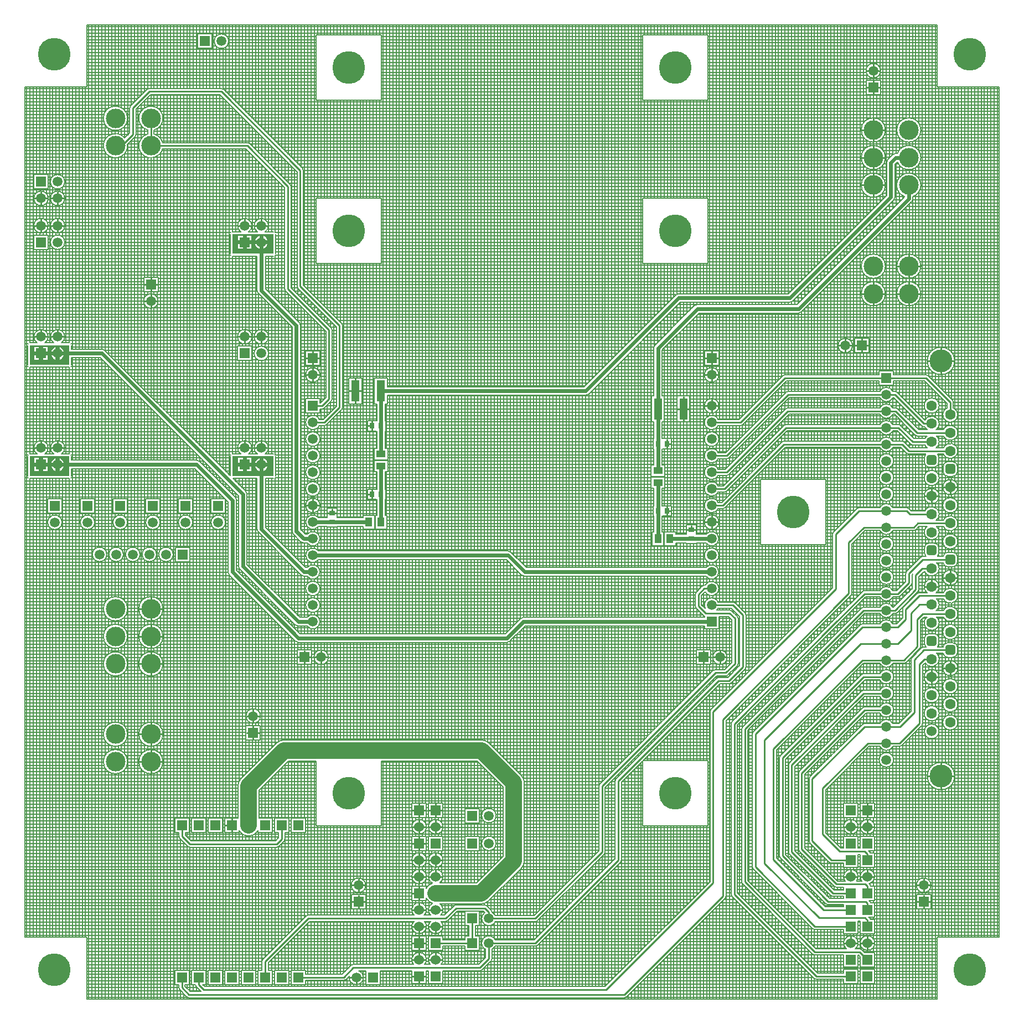
<source format=gbl>
G04*
G04 #@! TF.GenerationSoftware,Altium Limited,Altium Designer,18.0.9 (584)*
G04*
G04 Layer_Physical_Order=2*
G04 Layer_Color=16711680*
%FSLAX43Y43*%
%MOMM*%
G71*
G01*
G75*
%ADD10C,0.254*%
%ADD13C,0.200*%
%ADD25C,0.600*%
%ADD26C,2.540*%
%ADD27C,3.000*%
%ADD28C,1.500*%
%ADD29R,1.500X1.500*%
%ADD30R,1.500X1.500*%
%ADD31C,1.600*%
G04:AMPARAMS|DCode=32|XSize=1.524mm|YSize=1.524mm|CornerRadius=0.381mm|HoleSize=0mm|Usage=FLASHONLY|Rotation=90.000|XOffset=0mm|YOffset=0mm|HoleType=Round|Shape=RoundedRectangle|*
%AMROUNDEDRECTD32*
21,1,1.524,0.762,0,0,90.0*
21,1,0.762,1.524,0,0,90.0*
1,1,0.762,0.381,0.381*
1,1,0.762,0.381,-0.381*
1,1,0.762,-0.381,-0.381*
1,1,0.762,-0.381,0.381*
%
%ADD32ROUNDEDRECTD32*%
%ADD33C,1.524*%
%ADD34C,3.500*%
%ADD35C,5.000*%
%ADD36R,0.720X0.880*%
%ADD37R,1.300X3.250*%
%ADD38R,1.400X1.050*%
%ADD39R,0.880X0.720*%
%ADD40R,1.050X1.400*%
G36*
X7250Y80500D02*
X1250D01*
Y83500D01*
X7250D01*
Y80500D01*
D02*
G37*
G36*
Y97500D02*
X1250D01*
Y100500D01*
X7250D01*
Y97500D01*
D02*
G37*
G36*
X38500Y80500D02*
X32250D01*
Y83500D01*
X38500D01*
Y80500D01*
D02*
G37*
G36*
Y114500D02*
X32250D01*
Y117500D01*
X38500D01*
Y114500D01*
D02*
G37*
%LPC*%
G36*
X5776Y83212D02*
Y82550D01*
X6438D01*
X6353Y82756D01*
X6192Y82966D01*
X5982Y83127D01*
X5776Y83212D01*
D02*
G37*
G36*
X3940Y83254D02*
X3236D01*
Y82550D01*
X3940D01*
Y83254D01*
D02*
G37*
G36*
X5176Y83212D02*
X4969Y83127D01*
X4760Y82966D01*
X4599Y82756D01*
X4513Y82550D01*
X5176D01*
Y83212D01*
D02*
G37*
G36*
X2636Y83254D02*
X1932D01*
Y82550D01*
X2636D01*
Y83254D01*
D02*
G37*
G36*
X5176Y81950D02*
X4513D01*
X4599Y81744D01*
X4760Y81534D01*
X4969Y81373D01*
X5176Y81288D01*
Y81950D01*
D02*
G37*
G36*
X6438D02*
X5776D01*
Y81288D01*
X5982Y81373D01*
X6192Y81534D01*
X6353Y81744D01*
X6438Y81950D01*
D02*
G37*
G36*
X3940D02*
X3236D01*
Y81246D01*
X3940D01*
Y81950D01*
D02*
G37*
G36*
X2636D02*
X1932D01*
Y81246D01*
X2636D01*
Y81950D01*
D02*
G37*
G36*
X5776Y100212D02*
Y99550D01*
X6438D01*
X6353Y99756D01*
X6192Y99966D01*
X5982Y100127D01*
X5776Y100212D01*
D02*
G37*
G36*
X3940Y100254D02*
X3236D01*
Y99550D01*
X3940D01*
Y100254D01*
D02*
G37*
G36*
X5176Y100212D02*
X4969Y100127D01*
X4760Y99966D01*
X4599Y99756D01*
X4513Y99550D01*
X5176D01*
Y100212D01*
D02*
G37*
G36*
X2636Y100254D02*
X1932D01*
Y99550D01*
X2636D01*
Y100254D01*
D02*
G37*
G36*
X5176Y98950D02*
X4513D01*
X4599Y98744D01*
X4760Y98534D01*
X4969Y98373D01*
X5176Y98288D01*
Y98950D01*
D02*
G37*
G36*
X6438D02*
X5776D01*
Y98288D01*
X5982Y98373D01*
X6192Y98534D01*
X6353Y98744D01*
X6438Y98950D01*
D02*
G37*
G36*
X3940D02*
X3236D01*
Y98246D01*
X3940D01*
Y98950D01*
D02*
G37*
G36*
X2636D02*
X1932D01*
Y98246D01*
X2636D01*
Y98950D01*
D02*
G37*
G36*
X36939Y83212D02*
Y82550D01*
X37602D01*
X37516Y82756D01*
X37355Y82966D01*
X37145Y83127D01*
X36939Y83212D01*
D02*
G37*
G36*
X35103Y83254D02*
X34399D01*
Y82550D01*
X35103D01*
Y83254D01*
D02*
G37*
G36*
X36339Y83212D02*
X36133Y83127D01*
X35923Y82966D01*
X35762Y82756D01*
X35677Y82550D01*
X36339D01*
Y83212D01*
D02*
G37*
G36*
X33799Y83254D02*
X33095D01*
Y82550D01*
X33799D01*
Y83254D01*
D02*
G37*
G36*
X37602Y81950D02*
X36939D01*
Y81288D01*
X37145Y81373D01*
X37355Y81534D01*
X37516Y81744D01*
X37602Y81950D01*
D02*
G37*
G36*
X36339D02*
X35677D01*
X35762Y81744D01*
X35923Y81534D01*
X36133Y81373D01*
X36339Y81288D01*
Y81950D01*
D02*
G37*
G36*
X35103D02*
X34399D01*
Y81246D01*
X35103D01*
Y81950D01*
D02*
G37*
G36*
X33799D02*
X33095D01*
Y81246D01*
X33799D01*
Y81950D01*
D02*
G37*
G36*
X36939Y117212D02*
Y116550D01*
X37602D01*
X37516Y116756D01*
X37355Y116966D01*
X37145Y117127D01*
X36939Y117212D01*
D02*
G37*
G36*
X35103Y117254D02*
X34399D01*
Y116550D01*
X35103D01*
Y117254D01*
D02*
G37*
G36*
X36339Y117212D02*
X36133Y117127D01*
X35923Y116966D01*
X35762Y116756D01*
X35677Y116550D01*
X36339D01*
Y117212D01*
D02*
G37*
G36*
X33799Y117254D02*
X33095D01*
Y116550D01*
X33799D01*
Y117254D01*
D02*
G37*
G36*
X36339Y115950D02*
X35677D01*
X35762Y115744D01*
X35923Y115534D01*
X36133Y115373D01*
X36339Y115288D01*
Y115950D01*
D02*
G37*
G36*
X37602D02*
X36939D01*
Y115288D01*
X37145Y115373D01*
X37355Y115534D01*
X37516Y115744D01*
X37602Y115950D01*
D02*
G37*
G36*
X35103D02*
X34399D01*
Y115246D01*
X35103D01*
Y115950D01*
D02*
G37*
G36*
X33799D02*
X33095D01*
Y115246D01*
X33799D01*
Y115950D01*
D02*
G37*
%LPD*%
D10*
X140601Y98096D02*
Y100100D01*
Y98096D02*
X142605D01*
X138597D02*
X140601D01*
X135673Y112585D02*
X137427D01*
X135673D02*
Y114339D01*
Y108385D02*
X137427D01*
X135673Y110831D02*
Y112585D01*
Y106631D02*
Y108385D01*
Y110139D01*
X133919Y112585D02*
X135673D01*
X133919Y108385D02*
X135673D01*
X140601Y96092D02*
Y98096D01*
X130250Y133417D02*
X132004D01*
X130250Y129200D02*
X132004D01*
X130250Y124982D02*
X132004D01*
X130249Y142490D02*
X131253D01*
X130249D02*
Y143494D01*
Y141486D02*
Y142490D01*
X130250Y131663D02*
Y133417D01*
Y135171D01*
X129245Y142490D02*
X130249D01*
Y139950D02*
X131253D01*
X130249Y138946D02*
Y139950D01*
X129245D02*
X130249D01*
X128496Y133417D02*
X130250D01*
X130249Y139950D02*
Y140954D01*
X130250Y129200D02*
Y130954D01*
Y123229D02*
Y124982D01*
Y126737D01*
X128496Y129200D02*
X130250D01*
Y127446D02*
Y129200D01*
X128496Y124982D02*
X130250D01*
X130250Y108385D02*
Y110139D01*
Y108385D02*
X132004D01*
X130250Y106631D02*
Y108385D01*
X128496D02*
X130250D01*
X128500Y100449D02*
X129504D01*
X142023Y78792D02*
X143077D01*
X142023Y77738D02*
Y78792D01*
X140969D02*
X142023D01*
Y79846D01*
X139178Y77420D02*
X140232D01*
X139178D02*
Y78474D01*
Y76366D02*
Y77420D01*
X138124D02*
X139178D01*
X142023Y64949D02*
X143077D01*
X140969D02*
X142023D01*
Y66003D01*
Y63895D02*
Y64949D01*
X139178Y63577D02*
Y64631D01*
Y63577D02*
X140232D01*
X138124D02*
X139178D01*
X128500Y100449D02*
Y101453D01*
X127496Y100449D02*
X128500D01*
X125960D02*
Y101453D01*
Y100449D02*
X126964D01*
X124956D02*
X125960D01*
X128500Y99445D02*
Y100449D01*
X125960Y99445D02*
Y100449D01*
X105520Y98500D02*
X106524D01*
X105520Y95960D02*
X106524D01*
X105520Y98500D02*
Y99504D01*
Y97496D02*
Y98500D01*
Y94956D02*
Y95960D01*
X104516Y98500D02*
X105520D01*
Y95960D02*
Y96964D01*
X104516Y95960D02*
X105520D01*
Y91225D02*
X106524D01*
X105520D02*
Y92229D01*
Y90221D02*
Y91225D01*
X104516D02*
X105520D01*
X101200Y90750D02*
X102104D01*
X101200Y88871D02*
Y90750D01*
X100296D02*
X101200D01*
Y92629D01*
X104516Y73445D02*
X105520D01*
X98680Y85425D02*
X99294D01*
X98680D02*
Y86119D01*
Y84731D02*
Y85425D01*
Y75150D02*
Y75844D01*
Y75150D02*
X99294D01*
X98680Y74456D02*
Y75150D01*
X105520Y73445D02*
Y74449D01*
Y73445D02*
X106524D01*
X105520Y72441D02*
Y73445D01*
X102425Y72285D02*
Y72899D01*
Y72285D02*
X103119D01*
X101731D02*
X102425D01*
X142023Y51106D02*
Y52160D01*
Y50052D02*
Y51106D01*
X143077D01*
X140969D02*
X142023D01*
X139178Y49734D02*
X140232D01*
X139178D02*
Y50788D01*
Y48680D02*
Y49734D01*
X138124D02*
X139178D01*
X140601Y34596D02*
Y36600D01*
Y34596D02*
X142605D01*
X138597D02*
X140601D01*
Y32592D02*
Y34596D01*
X137949Y17890D02*
Y18894D01*
Y17890D02*
X138953D01*
X136945D02*
X137949D01*
X129356Y29375D02*
X130360D01*
X129356D02*
Y30379D01*
Y28371D02*
Y29375D01*
Y26835D02*
X130372D01*
X129356D02*
Y27851D01*
Y25819D02*
Y26835D01*
X128352Y29375D02*
X129356D01*
X128340Y26835D02*
X129356D01*
Y19215D02*
X130372D01*
X129356D02*
Y20231D01*
X128340Y19215D02*
X129356D01*
X137949Y15350D02*
X138953D01*
X137949Y16886D02*
Y17890D01*
Y15350D02*
Y16354D01*
Y14346D02*
Y15350D01*
X136945D02*
X137949D01*
X129356Y9055D02*
Y10071D01*
Y9055D02*
X130372D01*
X129356Y8039D02*
Y9055D01*
X128340D02*
X129356D01*
X126816Y26835D02*
Y27851D01*
Y26835D02*
X127832D01*
X126816Y25819D02*
Y26835D01*
Y19215D02*
X127832D01*
X126816D02*
Y20231D01*
X125800Y26835D02*
X126816D01*
X125800Y19215D02*
X126816D01*
Y9055D02*
X127832D01*
X126816D02*
Y10071D01*
X125800Y9055D02*
X126816D01*
X106790Y52770D02*
X107794D01*
X106790D02*
Y53774D01*
X105786Y52770D02*
X106790D01*
Y51766D02*
Y52770D01*
X104250D02*
Y53774D01*
Y52770D02*
X105254D01*
X103246D02*
X104250D01*
Y51766D02*
Y52770D01*
X44520Y98500D02*
X45524D01*
X44520Y97496D02*
Y98500D01*
Y99504D01*
Y95960D02*
X45524D01*
X44520Y94956D02*
Y95960D01*
Y96964D01*
X43516Y98500D02*
X44520D01*
X43516Y95960D02*
X44520D01*
X51040Y93500D02*
X51944D01*
X50136D02*
X51040D01*
Y91621D02*
Y93500D01*
Y95379D01*
X53560Y88175D02*
Y88869D01*
X52946Y88175D02*
X53560D01*
Y87481D02*
Y88175D01*
Y77006D02*
Y77700D01*
Y78394D01*
X52946Y77700D02*
X53560D01*
X47475Y74825D02*
Y75439D01*
Y74825D02*
X48169D01*
X46781D02*
X47475D01*
X44520Y75985D02*
X45524D01*
X44520D02*
Y76989D01*
Y74981D02*
Y75985D01*
X43516D02*
X44520D01*
X36639Y118790D02*
Y119794D01*
Y118790D02*
X37643D01*
X35635D02*
X36639D01*
X34099D02*
X35103D01*
X36639Y101790D02*
X37643D01*
X36639D02*
Y102794D01*
Y100786D02*
Y101790D01*
X35635D02*
X36639D01*
X34099D02*
X35103D01*
X34099Y118790D02*
Y119794D01*
X33095Y118790D02*
X34099D01*
Y101790D02*
Y102794D01*
Y100786D02*
Y101790D01*
X33095D02*
X34099D01*
X19749Y109790D02*
Y110794D01*
Y109790D02*
X20753D01*
X18745D02*
X19749D01*
Y108786D02*
Y109790D01*
Y107250D02*
Y108254D01*
Y107250D02*
X20753D01*
X18745D02*
X19749D01*
Y106246D02*
Y107250D01*
X5476Y122960D02*
Y123964D01*
Y122960D02*
X6480D01*
X4472D02*
X5476D01*
X2936D02*
X3940D01*
X2936D02*
Y123964D01*
Y121956D02*
Y122960D01*
X1932D02*
X2936D01*
X5476Y118790D02*
X6480D01*
X5476Y101790D02*
X6480D01*
X5476Y121956D02*
Y122960D01*
Y118790D02*
Y119794D01*
X4472Y118790D02*
X5476D01*
Y117786D02*
Y118790D01*
X2936D02*
Y119794D01*
Y118790D02*
X3940D01*
X1932D02*
X2936D01*
Y117786D02*
Y118790D01*
X5476Y101790D02*
Y102794D01*
X4472Y101790D02*
X5476D01*
X2936D02*
Y102794D01*
Y101790D02*
X3940D01*
X1932D02*
X2936D01*
X36639Y84790D02*
Y85794D01*
X34099Y84790D02*
Y85794D01*
X36639Y84790D02*
X37643D01*
X35635D02*
X36639D01*
X33095D02*
X34099D01*
X35103D01*
X5476Y84790D02*
X6480D01*
X5476D02*
Y85794D01*
X4472Y84790D02*
X5476D01*
X2936D02*
Y85794D01*
Y84790D02*
X3940D01*
X1932D02*
X2936D01*
X63316Y29375D02*
X64320D01*
X63316D02*
Y30379D01*
X62312Y29375D02*
X63316D01*
X60776D02*
X61780D01*
X60776D02*
Y30379D01*
X59772Y29375D02*
X60776D01*
X63316Y28371D02*
Y29375D01*
Y26835D02*
X64332D01*
X63316D02*
Y27851D01*
X62300Y26835D02*
X63316D01*
Y25819D02*
Y26835D01*
Y21755D02*
X64332D01*
X63316Y20739D02*
Y21755D01*
Y22771D01*
X62300Y21755D02*
X63316D01*
X60776Y26835D02*
Y27851D01*
Y28371D02*
Y29375D01*
Y26835D02*
X61792D01*
X59760D02*
X60776D01*
Y25819D02*
Y26835D01*
Y24295D02*
Y25299D01*
Y24295D02*
X61780D01*
X60776Y23291D02*
Y24295D01*
Y20739D02*
Y21755D01*
X61792D01*
X59772Y24295D02*
X60776D01*
Y21755D02*
Y22771D01*
X59760Y21755D02*
X60776D01*
X63316Y19215D02*
X64332D01*
X62300D02*
X63316D01*
Y20231D01*
Y14135D02*
X64332D01*
X62300D02*
X63316D01*
Y11595D02*
X64332D01*
X62300D02*
X63316D01*
Y10579D02*
Y11595D01*
X60776Y19215D02*
X61792D01*
X60776D02*
Y20231D01*
Y15671D02*
Y16675D01*
Y17679D01*
Y18199D02*
Y19215D01*
X59760D02*
X60776D01*
X59772Y16675D02*
X60776D01*
Y11595D02*
X61792D01*
X60776Y10579D02*
Y11595D01*
Y14135D02*
Y15151D01*
Y14135D02*
X61792D01*
X59760D02*
X60776D01*
X59760Y11595D02*
X60776D01*
X63316Y6515D02*
X64332D01*
X63316D02*
Y7531D01*
X62300Y6515D02*
X63316D01*
X60776Y9055D02*
X61780D01*
X60776D02*
Y10059D01*
X59772Y9055D02*
X60776D01*
Y8051D02*
Y9055D01*
Y6515D02*
Y7531D01*
Y6515D02*
X61792D01*
X59760D02*
X60776D01*
X59772Y3975D02*
X60776D01*
Y2971D02*
Y3975D01*
X61780D01*
X45790Y52770D02*
Y53774D01*
Y51766D02*
Y52770D01*
X46794D01*
X44786D02*
X45790D01*
X43250D02*
X44254D01*
X43250D02*
Y53774D01*
Y51766D02*
Y52770D01*
X42246D02*
X43250D01*
X35399Y43783D02*
X36403D01*
X35399D02*
Y44787D01*
X34395Y43783D02*
X35399D01*
Y42779D02*
Y43783D01*
Y41243D02*
X36403D01*
X34395D02*
X35399D01*
Y40239D02*
Y41243D01*
Y42247D01*
X19750Y60185D02*
Y61939D01*
Y60185D02*
X21504D01*
X17996D02*
X19750D01*
Y55968D02*
Y57722D01*
Y58431D02*
Y60185D01*
Y51750D02*
X21504D01*
X19750Y49996D02*
Y51750D01*
Y53504D01*
Y55968D02*
X21504D01*
X19750Y54214D02*
Y55968D01*
X17996D02*
X19750D01*
X17996Y51750D02*
X19750D01*
X19750Y39246D02*
Y41000D01*
Y42754D01*
Y41000D02*
X21504D01*
X17996D02*
X19750D01*
Y36800D02*
Y38554D01*
Y36800D02*
X21504D01*
X17996D02*
X19750D01*
Y35046D02*
Y36800D01*
X51499Y17890D02*
X52503D01*
X51499D02*
Y18894D01*
Y16886D02*
Y17890D01*
Y15350D02*
X52503D01*
X51499D02*
Y16354D01*
X50495Y17890D02*
X51499D01*
Y14346D02*
Y15350D01*
X50495D02*
X51499D01*
X51160Y3800D02*
X52164D01*
X50156D02*
X51160D01*
Y2796D02*
Y3800D01*
X32145Y27036D02*
Y28040D01*
X31141Y27036D02*
X32145D01*
Y26032D02*
Y27036D01*
X34489Y131011D02*
X40700Y124800D01*
Y109100D02*
Y124800D01*
Y109100D02*
X47000Y102800D01*
X48600Y91000D02*
Y103500D01*
X42600Y109500D02*
X48600Y103500D01*
X42600Y109500D02*
Y127200D01*
X46285Y88685D02*
X48600Y91000D01*
X44520Y88685D02*
X46285D01*
X47000Y92300D02*
Y102800D01*
X45925Y91225D02*
X47000Y92300D01*
X44520Y91225D02*
X45925D01*
X138300Y95500D02*
X142023Y91777D01*
Y89866D02*
Y91777D01*
X132250Y95500D02*
X138300D01*
X137002Y87098D02*
X142023D01*
X133680Y90420D02*
X137002Y87098D01*
X132250Y90420D02*
X133680D01*
X138005Y88495D02*
X139178D01*
X133540Y92960D02*
X138005Y88495D01*
X132250Y92960D02*
X133540D01*
X107815Y81065D02*
X117170Y90420D01*
X132250D01*
X135671Y84329D02*
X142023D01*
X134660Y85340D02*
X135671Y84329D01*
X132250Y85340D02*
X134660D01*
X136274Y85726D02*
X139178D01*
X134120Y87880D02*
X136274Y85726D01*
X132250Y87880D02*
X134120D01*
X135848Y74652D02*
X139178D01*
X135320Y75180D02*
X135848Y74652D01*
X137055Y73255D02*
X142023D01*
X136440Y72640D02*
X137055Y73255D01*
X132250Y72640D02*
X136440D01*
X136000Y56900D02*
Y59500D01*
X133960Y54860D02*
X136000Y56900D01*
X132250Y54860D02*
X133960D01*
X137000Y54400D02*
Y58600D01*
X134920Y52320D02*
X137000Y54400D01*
X132250Y52320D02*
X134920D01*
X137974Y53874D02*
X142023D01*
X138103Y52503D02*
X139178D01*
X136500Y52400D02*
X137974Y53874D01*
X137300Y42641D02*
Y51700D01*
X138103Y52503D01*
X136500Y44300D02*
Y52400D01*
X134280Y39620D02*
X137300Y42641D01*
X132250Y39620D02*
X134280D01*
X132250Y42160D02*
X134360D01*
X136500Y44300D01*
X136700Y63100D02*
Y65300D01*
X133540Y59940D02*
X136700Y63100D01*
X132250Y59940D02*
X133540D01*
X137817Y67717D02*
X142023D01*
X135700Y65600D02*
X137817Y67717D01*
X135700Y64161D02*
Y65600D01*
X134020Y62480D02*
X135700Y64161D01*
X137746Y66346D02*
X139178D01*
X136700Y65300D02*
X137746Y66346D01*
X135200Y58600D02*
Y60100D01*
X134000Y57400D02*
X135200Y58600D01*
X132250Y57400D02*
X134000D01*
X137280Y62180D02*
X142023D01*
X135200Y60100D02*
X137280Y62180D01*
X137309Y60809D02*
X139178D01*
X136000Y59500D02*
X137309Y60809D01*
X137000Y58600D02*
X137812Y59412D01*
X142023D01*
X37225Y3820D02*
Y6275D01*
X42305Y3820D02*
X49220D01*
X132250Y62480D02*
X134020D01*
X132250Y75180D02*
X135320D01*
X128910Y42160D02*
X132250D01*
X129420Y39620D02*
X132250D01*
X128950Y44700D02*
X132250D01*
X128740Y47240D02*
X132250D01*
X128780Y49780D02*
X132250D01*
X128570Y52320D02*
X132250D01*
X128360Y54860D02*
X132250D01*
X128600Y57400D02*
X132250D01*
X128740Y59940D02*
X132250D01*
X128880Y62480D02*
X132250D01*
X128840Y72640D02*
X132250D01*
X128080Y75180D02*
X132250D01*
X119300Y35050D02*
X128950Y44700D01*
X119300Y23385D02*
Y35050D01*
Y23385D02*
X121142Y21542D01*
X123845Y21755D02*
X126816D01*
X120900Y24700D02*
X123845Y21755D01*
X120900Y24700D02*
Y34150D01*
X128910Y42160D01*
X125100Y23100D02*
X128900D01*
X122500Y25700D02*
X125100Y23100D01*
X122500Y25700D02*
Y32700D01*
X129420Y39620D01*
X117760Y36260D02*
X128740Y47240D01*
X116363Y37363D02*
X128780Y49780D01*
X114991Y38741D02*
X128570Y52320D01*
X113594Y40094D02*
X128360Y54860D01*
X112223Y41023D02*
X128600Y57400D01*
X112223Y20691D02*
Y41023D01*
X124250Y55450D02*
X128740Y59940D01*
X124200Y57800D02*
X128880Y62480D01*
X110600Y41800D02*
X124250Y55450D01*
X110600Y18400D02*
Y41800D01*
X109000Y42600D02*
X124200Y57800D01*
X109000Y16500D02*
Y42600D01*
X124500Y63200D02*
Y71600D01*
X105750Y44450D02*
X124500Y63200D01*
X105750Y44450D02*
X105750Y18250D01*
X126500Y62500D02*
Y70300D01*
X128840Y72640D01*
X124500Y71600D02*
X128080Y75180D01*
X107235Y75985D02*
X116590Y85340D01*
X132250D01*
X107525Y78525D02*
X116880Y87880D01*
X132250D01*
X107855Y83605D02*
X117210Y92960D01*
X132250D01*
X125750Y95500D02*
X125750Y95500D01*
X132250D01*
X121300Y7700D02*
X128171D01*
X110600Y18400D02*
X121300Y7700D01*
X128171D02*
X129356Y6515D01*
X109000Y16500D02*
X121525Y3975D01*
X126816D01*
X92169Y1169D02*
X107250Y16250D01*
X107250Y43250D02*
X107250Y16250D01*
X107250Y43250D02*
X126500Y62500D01*
X89405Y1905D02*
X105750Y18250D01*
X116750Y95500D02*
X125750D01*
X109935Y88685D02*
X116750Y95500D01*
X105520Y75985D02*
X107235D01*
X105520Y88685D02*
X109935D01*
X105520Y83605D02*
X107855D01*
X105520Y81065D02*
X107815D01*
X105520Y78525D02*
X107525D01*
X27788Y1905D02*
X89405Y1905D01*
X27040Y2653D02*
X27788Y1905D01*
X91250Y21750D02*
Y33850D01*
X78555Y9055D02*
X91250Y21750D01*
X88750Y23000D02*
Y33050D01*
X78555Y12805D02*
X88750Y23000D01*
X114991Y21838D02*
X122694Y14135D01*
X113594Y21260D02*
X121954Y12900D01*
X122694Y14135D02*
X126816D01*
X43803Y12852D02*
X64852D01*
X37225Y6275D02*
X43803Y12852D01*
X113594Y21260D02*
Y40094D01*
X114991Y21838D02*
Y38741D01*
X117760Y22985D02*
Y36260D01*
X116363Y22406D02*
Y37363D01*
X19500Y139300D02*
X30500Y139300D01*
X17000Y136800D02*
X19500Y139300D01*
X17000Y132750D02*
Y136800D01*
X15261Y131011D02*
X17000Y132750D01*
X14327Y131011D02*
X15261D01*
X19750D02*
Y135211D01*
Y131011D02*
X34489D01*
X25581Y1169D02*
X92169D01*
X70109Y5309D02*
X71445Y6645D01*
X50709Y5309D02*
X70109D01*
X49220Y3820D02*
X50709Y5309D01*
X64852Y12852D02*
X66402Y14402D01*
X71445Y12805D02*
Y13772D01*
X70815Y14402D02*
X71445Y13772D01*
X66402Y14402D02*
X70815D01*
X27040Y2653D02*
Y3820D01*
X108755Y60745D02*
X110302Y59198D01*
X105520Y60745D02*
X108755D01*
X104385Y63285D02*
X105520D01*
X103500Y62400D02*
X104385Y63285D01*
X103500Y60600D02*
Y62400D01*
Y60600D02*
X104600Y59500D01*
X108300D01*
X109100Y58700D01*
X110302Y51302D02*
Y59198D01*
X109100Y51800D02*
Y58700D01*
X108200Y49200D02*
X110302Y51302D01*
X107702Y50402D02*
X109100Y51800D01*
X106102Y50402D02*
X107702D01*
X106600Y49200D02*
X108200D01*
X91250Y33850D02*
X106600Y49200D01*
X88750Y33050D02*
X106102Y50402D01*
X71445Y6645D02*
Y9055D01*
X24525Y25375D02*
Y27036D01*
Y25375D02*
X25700Y24200D01*
X39000D01*
X39765Y24965D01*
Y27036D01*
X30500Y139300D02*
X42600Y127200D01*
X121319Y11595D02*
X126816D01*
X121954Y12900D02*
X129000D01*
X129356Y12544D01*
Y11595D02*
Y12544D01*
X123369Y15400D02*
X129100D01*
X129356Y15144D01*
Y14135D02*
Y15144D01*
X120172Y20572D02*
X124070Y16675D01*
X126816D01*
X121142Y21542D02*
X124612Y18072D01*
X129000D01*
X129356Y17716D01*
Y16675D02*
Y17716D01*
X128900Y23100D02*
X129300Y22700D01*
Y21811D02*
Y22700D01*
Y21811D02*
X129356Y21755D01*
X112223Y20691D02*
X121319Y11595D01*
X116363Y22406D02*
X123369Y15400D01*
X117760Y22985D02*
X120172Y20572D01*
X24500Y2250D02*
Y3820D01*
Y2250D02*
X25581Y1169D01*
X63316Y9055D02*
X68905D01*
Y12805D01*
X71445D02*
X78555D01*
X71445Y9055D02*
X78555D01*
D13*
X137527Y129200D02*
G03*
X133938Y129854I-1854J0D01*
G01*
X133947Y128522D02*
G03*
X137527Y129200I1726J678D01*
G01*
Y124982D02*
G03*
X135018Y123248I-1854J0D01*
G01*
X136327D02*
G03*
X137527Y124982I-654J1735D01*
G01*
X137527Y108385D02*
G03*
X137527Y108385I-1854J0D01*
G01*
Y112585D02*
G03*
X137527Y112585I-1854J0D01*
G01*
X137526Y133417D02*
G03*
X137526Y133417I-1854J0D01*
G01*
X136135Y122460D02*
G03*
X136327Y122923I-462J462D01*
G01*
X136135Y122460D02*
G03*
X136327Y122923I-462J462D01*
G01*
X133381Y122706D02*
G03*
X133572Y123168I-462J462D01*
G01*
X133381Y122706D02*
G03*
X133572Y123168I-462J462D01*
G01*
X142705Y98096D02*
G03*
X142705Y98096I-2104J0D01*
G01*
X140332Y91263D02*
G03*
X140332Y91263I-1154J0D01*
G01*
X143177Y89866D02*
G03*
X142504Y90915I-1154J0D01*
G01*
Y91777D02*
G03*
X142363Y92117I-481J0D01*
G01*
X142504Y91777D02*
G03*
X142363Y92117I-481J0D01*
G01*
X141542Y90915D02*
G03*
X143177Y89866I481J-1049D01*
G01*
Y87098D02*
G03*
X140974Y87579I-1154J0D01*
G01*
X140332Y88495D02*
G03*
X138154Y89026I-1154J0D01*
G01*
X139880Y87579D02*
G03*
X140332Y88495I-702J916D01*
G01*
X138640Y95840D02*
G03*
X138300Y95981I-340J-340D01*
G01*
X138640Y95840D02*
G03*
X138300Y95981I-340J-340D01*
G01*
X133880Y93300D02*
G03*
X133540Y93441I-340J-340D01*
G01*
X133880Y93300D02*
G03*
X133540Y93441I-340J-340D01*
G01*
X134020Y90760D02*
G03*
X133680Y90901I-340J-340D01*
G01*
X134020Y90760D02*
G03*
X133680Y90901I-340J-340D01*
G01*
X134460Y88220D02*
G03*
X134120Y88361I-340J-340D01*
G01*
X134460Y88220D02*
G03*
X134120Y88361I-340J-340D01*
G01*
X132104Y133417D02*
G03*
X132104Y133417I-1854J0D01*
G01*
Y129200D02*
G03*
X132104Y129200I-1854J0D01*
G01*
X133700Y129854D02*
G03*
X133238Y129662I0J-654D01*
G01*
X133700Y129854D02*
G03*
X133238Y129662I0J-654D01*
G01*
X132456Y128881D02*
G03*
X132264Y128418I462J-462D01*
G01*
X132456Y128881D02*
G03*
X132264Y128418I462J-462D01*
G01*
X132104Y124982D02*
G03*
X132104Y124982I-1854J0D01*
G01*
X131353Y142490D02*
G03*
X131353Y142490I-1104J0D01*
G01*
X133244Y93441D02*
G03*
X131256Y93441I-994J-481D01*
G01*
Y92479D02*
G03*
X133244Y92479I994J481D01*
G01*
X131256Y89939D02*
G03*
X133244Y89939I994J481D01*
G01*
Y90901D02*
G03*
X131256Y90901I-994J-481D01*
G01*
X133244Y88361D02*
G03*
X131256Y88361I-994J-481D01*
G01*
X132104Y112585D02*
G03*
X132104Y112585I-1854J0D01*
G01*
Y108385D02*
G03*
X132104Y108385I-1854J0D01*
G01*
X143139Y81941D02*
G03*
X142404Y82676I-735J0D01*
G01*
Y80444D02*
G03*
X143139Y81179I0J735D01*
G01*
X140974Y86617D02*
G03*
X143177Y87098I1049J481D01*
G01*
X140974Y83848D02*
G03*
X143177Y84329I1049J481D01*
G01*
D02*
G03*
X140974Y84810I-1154J0D01*
G01*
X141642Y82676D02*
G03*
X140907Y81941I0J-735D01*
G01*
Y81179D02*
G03*
X141642Y80444I735J0D01*
G01*
X143177Y78792D02*
G03*
X143177Y78792I-1154J0D01*
G01*
Y76023D02*
G03*
X143177Y76023I-1154J0D01*
G01*
X140332Y85726D02*
G03*
X139912Y86617I-1154J0D01*
G01*
X139880Y84810D02*
G03*
X140332Y85726I-702J916D01*
G01*
X140294Y83338D02*
G03*
X140089Y83848I-735J0D01*
G01*
X138129Y88014D02*
G03*
X138477Y87579I1049J481D01*
G01*
X137665Y88154D02*
G03*
X138005Y88014I340J340D01*
G01*
X138445Y86617D02*
G03*
X138129Y86207I734J-891D01*
G01*
X137665Y88154D02*
G03*
X138005Y88014I340J340D01*
G01*
X138129Y85245D02*
G03*
X138477Y84810I1049J481D01*
G01*
X138268Y83848D02*
G03*
X138062Y83338I530J-510D01*
G01*
X139559Y81841D02*
G03*
X140294Y82576I0J735D01*
G01*
X138062D02*
G03*
X138797Y81841I735J0D01*
G01*
X139880Y73736D02*
G03*
X140332Y74652I-702J916D01*
G01*
Y80189D02*
G03*
X140332Y80189I-1154J0D01*
G01*
Y77420D02*
G03*
X140332Y77420I-1154J0D01*
G01*
Y74652D02*
G03*
X138129Y75133I-1154J0D01*
G01*
X143139Y68098D02*
G03*
X142404Y68833I-735J0D01*
G01*
Y66601D02*
G03*
X143139Y67336I0J735D01*
G01*
X143177Y73255D02*
G03*
X140974Y73736I-1154J0D01*
G01*
Y72774D02*
G03*
X143177Y73255I1049J481D01*
G01*
Y70486D02*
G03*
X143177Y70486I-1154J0D01*
G01*
X140914Y67236D02*
G03*
X141642Y66601I728J100D01*
G01*
Y68833D02*
G03*
X140914Y68198I0J-735D01*
G01*
X143177Y64949D02*
G03*
X143177Y64949I-1154J0D01*
G01*
X140974Y61699D02*
G03*
X143177Y62180I1049J481D01*
G01*
D02*
G03*
X140974Y62661I-1154J0D01*
G01*
X140332Y71883D02*
G03*
X139912Y72774I-1154J0D01*
G01*
X140063Y68198D02*
G03*
X140294Y68733I-504J535D01*
G01*
X140332Y66346D02*
G03*
X139912Y67236I-1154J0D01*
G01*
X138445Y72774D02*
G03*
X140332Y71883I734J-891D01*
G01*
X140294Y69495D02*
G03*
X139559Y70230I-735J0D01*
G01*
X138797D02*
G03*
X138062Y69495I0J-735D01*
G01*
Y68733D02*
G03*
X138293Y68198I735J0D01*
G01*
X137817D02*
G03*
X137477Y68057I0J-481D01*
G01*
X137817Y68198D02*
G03*
X137477Y68057I0J-481D01*
G01*
X139880Y62661D02*
G03*
X140332Y63577I-702J916D01*
G01*
Y60809D02*
G03*
X139912Y61699I-1154J0D01*
G01*
X139880Y59893D02*
G03*
X140332Y60809I-702J916D01*
G01*
X138129Y65865D02*
G03*
X140332Y66346I1049J481D01*
G01*
Y63577D02*
G03*
X138477Y62661I-1154J0D01*
G01*
X136662Y86757D02*
G03*
X137002Y86617I340J340D01*
G01*
X136662Y86757D02*
G03*
X137002Y86617I340J340D01*
G01*
X135934Y85386D02*
G03*
X136274Y85245I340J340D01*
G01*
X135934Y85386D02*
G03*
X136274Y85245I340J340D01*
G01*
X135000Y85680D02*
G03*
X134660Y85821I-340J-340D01*
G01*
X135000Y85680D02*
G03*
X134660Y85821I-340J-340D01*
G01*
X135331Y83989D02*
G03*
X135671Y83848I340J340D01*
G01*
X135331Y83989D02*
G03*
X135671Y83848I340J340D01*
G01*
X135660Y75520D02*
G03*
X135320Y75661I-340J-340D01*
G01*
X135660Y75520D02*
G03*
X135320Y75661I-340J-340D01*
G01*
X131256Y87399D02*
G03*
X133244Y87399I994J481D01*
G01*
X131256Y84859D02*
G03*
X133244Y84859I994J481D01*
G01*
Y85821D02*
G03*
X131256Y85821I-994J-481D01*
G01*
X133354Y82800D02*
G03*
X133354Y82800I-1104J0D01*
G01*
Y80260D02*
G03*
X133354Y80260I-1104J0D01*
G01*
X133244Y75661D02*
G03*
X131256Y75661I-994J-481D01*
G01*
X133354Y77720D02*
G03*
X133354Y77720I-1104J0D01*
G01*
X136440Y72159D02*
G03*
X136780Y72300I0J481D01*
G01*
X136440Y72159D02*
G03*
X136780Y72300I0J481D01*
G01*
X136250Y65470D02*
G03*
X136219Y65300I450J-170D01*
G01*
X136250Y65470D02*
G03*
X136219Y65300I450J-170D01*
G01*
X135360Y65940D02*
G03*
X135219Y65600I340J-340D01*
G01*
X135360Y65940D02*
G03*
X135219Y65600I340J-340D01*
G01*
X136040Y63821D02*
G03*
X136181Y64161I-340J340D01*
G01*
X136040Y63821D02*
G03*
X136181Y64161I-340J340D01*
G01*
X137040Y62760D02*
G03*
X137181Y63100I-340J340D01*
G01*
X137280Y62661D02*
G03*
X136940Y62520I0J-481D01*
G01*
X137280Y62661D02*
G03*
X136940Y62520I0J-481D01*
G01*
X137040Y62760D02*
G03*
X137181Y63100I-340J340D01*
G01*
X134020Y61999D02*
G03*
X134360Y62140I0J481D01*
G01*
X134020Y61999D02*
G03*
X134360Y62140I0J481D01*
G01*
X134860Y60440D02*
G03*
X134719Y60100I340J-340D01*
G01*
X134860Y60440D02*
G03*
X134719Y60100I340J-340D01*
G01*
X131256Y72159D02*
G03*
X133244Y72159I994J481D01*
G01*
X133354Y70100D02*
G03*
X133354Y70100I-1104J0D01*
G01*
Y67560D02*
G03*
X133354Y67560I-1104J0D01*
G01*
X131256Y61999D02*
G03*
X133244Y61999I994J481D01*
G01*
Y62961D02*
G03*
X131256Y62961I-994J-481D01*
G01*
X133244Y60421D02*
G03*
X131256Y60421I-994J-481D01*
G01*
X133354Y65020D02*
G03*
X133354Y65020I-1104J0D01*
G01*
X118820Y105416D02*
G03*
X119283Y105608I0J654D01*
G01*
X118820Y105416D02*
G03*
X119283Y105608I0J654D01*
G01*
X117471Y107067D02*
G03*
X117934Y107259I0J654D01*
G01*
X117471Y107067D02*
G03*
X117934Y107259I0J654D01*
G01*
X127064Y100449D02*
G03*
X127064Y100449I-1104J0D01*
G01*
X116750Y95981D02*
G03*
X116410Y95840I0J-481D01*
G01*
X117210Y93441D02*
G03*
X116870Y93300I0J-481D01*
G01*
X117210Y93441D02*
G03*
X116870Y93300I0J-481D01*
G01*
X116750Y95981D02*
G03*
X116410Y95840I0J-481D01*
G01*
X117170Y90901D02*
G03*
X116830Y90760I0J-481D01*
G01*
X117170Y90901D02*
G03*
X116830Y90760I0J-481D01*
G01*
X103320Y106724D02*
G03*
X102858Y106533I0J-654D01*
G01*
X103320Y106724D02*
G03*
X102858Y106533I0J-654D01*
G01*
X100471Y108375D02*
G03*
X100009Y108184I0J-654D01*
G01*
X100471Y108375D02*
G03*
X100009Y108184I0J-654D01*
G01*
X106624Y95960D02*
G03*
X106624Y95960I-1104J0D01*
G01*
Y91225D02*
G03*
X106624Y91225I-1104J0D01*
G01*
X96838Y100513D02*
G03*
X96646Y100050I462J-462D01*
G01*
X96838Y100513D02*
G03*
X96646Y100050I462J-462D01*
G01*
X116880Y88361D02*
G03*
X116540Y88220I0J-481D01*
G01*
X116880Y88361D02*
G03*
X116540Y88220I0J-481D01*
G01*
X116590Y85821D02*
G03*
X116250Y85680I0J-481D01*
G01*
X116590Y85821D02*
G03*
X116250Y85680I0J-481D01*
G01*
X109935Y88204D02*
G03*
X110275Y88345I0J481D01*
G01*
X109935Y88204D02*
G03*
X110275Y88345I0J481D01*
G01*
X107855Y83124D02*
G03*
X108195Y83265I0J481D01*
G01*
X107855Y83124D02*
G03*
X108195Y83265I0J481D01*
G01*
X128080Y75661D02*
G03*
X127740Y75520I0J-481D01*
G01*
X128080Y75661D02*
G03*
X127740Y75520I0J-481D01*
G01*
X124160Y71940D02*
G03*
X124019Y71600I340J-340D01*
G01*
X124160Y71940D02*
G03*
X124019Y71600I340J-340D01*
G01*
X128880Y62961D02*
G03*
X128540Y62820I0J-481D01*
G01*
X128880Y62961D02*
G03*
X128540Y62820I0J-481D01*
G01*
X126840Y62160D02*
G03*
X126981Y62500I-340J340D01*
G01*
X126840Y62160D02*
G03*
X126981Y62500I-340J340D01*
G01*
X128740Y60421D02*
G03*
X128400Y60280I0J-481D01*
G01*
X128740Y60421D02*
G03*
X128400Y60280I0J-481D01*
G01*
X107815Y80584D02*
G03*
X108155Y80725I0J481D01*
G01*
X107815Y80584D02*
G03*
X108155Y80725I0J481D01*
G01*
X109095Y61085D02*
G03*
X108755Y61226I-340J-340D01*
G01*
X109095Y61085D02*
G03*
X108755Y61226I-340J-340D01*
G01*
X107525Y78044D02*
G03*
X107865Y78185I0J481D01*
G01*
X107525Y78044D02*
G03*
X107865Y78185I0J481D01*
G01*
X108640Y59840D02*
G03*
X108300Y59981I-340J-340D01*
G01*
X108640Y59840D02*
G03*
X108300Y59981I-340J-340D01*
G01*
X106514Y89166D02*
G03*
X106514Y88204I-994J-481D01*
G01*
X106624Y86145D02*
G03*
X106624Y86145I-1104J0D01*
G01*
X106514Y84086D02*
G03*
X106514Y83124I-994J-481D01*
G01*
X107235Y75504D02*
G03*
X107575Y75645I0J481D01*
G01*
X107235Y75504D02*
G03*
X107575Y75645I0J481D01*
G01*
X106514Y81546D02*
G03*
X106514Y80584I-994J-481D01*
G01*
Y79006D02*
G03*
X106514Y78044I-994J-481D01*
G01*
Y76466D02*
G03*
X106514Y75504I-994J-481D01*
G01*
X106624Y73445D02*
G03*
X106624Y73445I-1104J0D01*
G01*
X104631Y70251D02*
G03*
X106624Y70905I889J654D01*
G01*
D02*
G03*
X104631Y71559I-1104J0D01*
G01*
X106624Y68365D02*
G03*
X106624Y68365I-1104J0D01*
G01*
X106317Y59981D02*
G03*
X106514Y60264I-797J764D01*
G01*
X104631Y65171D02*
G03*
X106624Y65825I889J654D01*
G01*
D02*
G03*
X104631Y66479I-1104J0D01*
G01*
X106624Y63285D02*
G03*
X104526Y63766I-1104J0D01*
G01*
X104546Y62766D02*
G03*
X106624Y63285I974J519D01*
G01*
X106514Y61226D02*
G03*
X104536Y60244I-994J-481D01*
G01*
X104385Y63766D02*
G03*
X104045Y63625I0J-481D01*
G01*
X104385Y63766D02*
G03*
X104045Y63625I0J-481D01*
G01*
X103160Y62740D02*
G03*
X103019Y62400I340J-340D01*
G01*
X103160Y62740D02*
G03*
X103019Y62400I340J-340D01*
G01*
Y60600D02*
G03*
X103160Y60260I481J0D01*
G01*
X103019Y60600D02*
G03*
X103160Y60260I481J0D01*
G01*
X143177Y59412D02*
G03*
X140974Y59893I-1154J0D01*
G01*
X143139Y54255D02*
G03*
X142404Y54990I-735J0D01*
G01*
X140974Y58931D02*
G03*
X143177Y59412I1049J481D01*
G01*
X138445Y58931D02*
G03*
X140332Y58040I734J-891D01*
G01*
D02*
G03*
X139912Y58931I-1154J0D01*
G01*
X143177Y56643D02*
G03*
X143177Y56643I-1154J0D01*
G01*
X141642Y54990D02*
G03*
X140914Y54355I0J-735D01*
G01*
X140063D02*
G03*
X140294Y54890I-504J535D01*
G01*
X142404Y52758D02*
G03*
X143139Y53493I0J735D01*
G01*
X140914Y53393D02*
G03*
X141642Y52758I728J100D01*
G01*
X140332Y52503D02*
G03*
X139912Y53393I-1154J0D01*
G01*
X143177Y51106D02*
G03*
X143177Y51106I-1154J0D01*
G01*
X138189Y51909D02*
G03*
X140332Y52503I989J594D01*
G01*
X140294Y55652D02*
G03*
X139559Y56387I-735J0D01*
G01*
X138797D02*
G03*
X138062Y55652I0J-735D01*
G01*
X133540Y59459D02*
G03*
X133880Y59600I0J481D01*
G01*
X133540Y59459D02*
G03*
X133880Y59600I0J481D01*
G01*
X138062Y54890D02*
G03*
X138293Y54355I735J0D01*
G01*
X137974D02*
G03*
X137634Y54214I0J-481D01*
G01*
X137974Y54355D02*
G03*
X137634Y54214I0J-481D01*
G01*
X137340Y54060D02*
G03*
X137481Y54400I-340J340D01*
G01*
X137340Y54060D02*
G03*
X137481Y54400I-340J340D01*
G01*
X136160Y52740D02*
G03*
X136019Y52400I340J-340D01*
G01*
X136160Y52740D02*
G03*
X136019Y52400I340J-340D01*
G01*
X134920Y51839D02*
G03*
X135260Y51980I0J481D01*
G01*
X134920Y51839D02*
G03*
X135260Y51980I0J481D01*
G01*
X140332Y49734D02*
G03*
X140332Y49734I-1154J0D01*
G01*
X143177Y48337D02*
G03*
X143177Y48337I-1154J0D01*
G01*
Y45569D02*
G03*
X143177Y45569I-1154J0D01*
G01*
Y42800D02*
G03*
X143177Y42800I-1154J0D01*
G01*
X140332Y44197D02*
G03*
X140332Y44197I-1154J0D01*
G01*
Y46966D02*
G03*
X140332Y46966I-1154J0D01*
G01*
X137640Y42301D02*
G03*
X137781Y42641I-340J340D01*
G01*
X140294Y41428D02*
G03*
X140294Y41428I-1116J0D01*
G01*
X137640Y42301D02*
G03*
X137781Y42641I-340J340D01*
G01*
X131256Y59459D02*
G03*
X133244Y59459I994J481D01*
G01*
Y57881D02*
G03*
X131256Y57881I-994J-481D01*
G01*
Y51839D02*
G03*
X133244Y51839I994J481D01*
G01*
X128600Y57881D02*
G03*
X128260Y57740I0J-481D01*
G01*
X128600Y57881D02*
G03*
X128260Y57740I0J-481D01*
G01*
X133354Y49780D02*
G03*
X131256Y50261I-1104J0D01*
G01*
Y49299D02*
G03*
X133354Y49780I994J481D01*
G01*
X128780Y50261D02*
G03*
X128440Y50120I0J-481D01*
G01*
X128780Y50261D02*
G03*
X128440Y50120I0J-481D01*
G01*
X131256Y46759D02*
G03*
X133354Y47240I994J481D01*
G01*
D02*
G03*
X131256Y47721I-1104J0D01*
G01*
X133354Y44700D02*
G03*
X131256Y45181I-1104J0D01*
G01*
X128740Y47721D02*
G03*
X128400Y47580I0J-481D01*
G01*
X128740Y47721D02*
G03*
X128400Y47580I0J-481D01*
G01*
X131256Y44219D02*
G03*
X133354Y44700I994J481D01*
G01*
X128950Y45181D02*
G03*
X128610Y45040I0J-481D01*
G01*
X128950Y45181D02*
G03*
X128610Y45040I0J-481D01*
G01*
X133244Y42641D02*
G03*
X131256Y42641I-994J-481D01*
G01*
X128910D02*
G03*
X128570Y42500I0J-481D01*
G01*
X128910Y42641D02*
G03*
X128570Y42500I0J-481D01*
G01*
X134280Y39139D02*
G03*
X134620Y39280I0J481D01*
G01*
X134280Y39139D02*
G03*
X134620Y39280I0J481D01*
G01*
X142705Y34596D02*
G03*
X142705Y34596I-2104J0D01*
G01*
X131256Y39139D02*
G03*
X133244Y39139I994J481D01*
G01*
X133354Y37080D02*
G03*
X133354Y37080I-1104J0D01*
G01*
X130472Y26835D02*
G03*
X130472Y26835I-1116J0D01*
G01*
X129621Y18131D02*
G03*
X130472Y19215I-265J1084D01*
G01*
D02*
G03*
X128458Y18553I-1116J0D01*
G01*
X129754Y22859D02*
G03*
X129640Y23040I-454J-159D01*
G01*
X129754Y22859D02*
G03*
X129640Y23040I-454J-159D01*
G01*
X129833Y17779D02*
G03*
X129696Y18056I-477J-63D01*
G01*
X129833Y17779D02*
G03*
X129696Y18056I-477J-63D01*
G01*
X139053Y17890D02*
G03*
X139053Y17890I-1104J0D01*
G01*
X129828Y15239D02*
G03*
X129696Y15484I-471J-95D01*
G01*
X129828Y15239D02*
G03*
X129696Y15484I-471J-95D01*
G01*
X129811Y12699D02*
G03*
X129696Y12884I-455J-155D01*
G01*
X129811Y12699D02*
G03*
X129696Y12884I-455J-155D01*
G01*
X130472Y9055D02*
G03*
X130472Y9055I-1116J0D01*
G01*
X128511Y8040D02*
G03*
X128171Y8181I-340J-340D01*
G01*
X128511Y8040D02*
G03*
X128171Y8181I-340J-340D01*
G01*
X127932Y26835D02*
G03*
X127932Y26835I-1116J0D01*
G01*
X127715Y18553D02*
G03*
X127932Y19215I-898J662D01*
G01*
D02*
G03*
X125918Y18553I-1116J0D01*
G01*
X123505Y21415D02*
G03*
X123845Y21274I340J340D01*
G01*
X123505Y21415D02*
G03*
X123845Y21274I340J340D01*
G01*
X127510Y8181D02*
G03*
X127932Y9055I-694J874D01*
G01*
D02*
G03*
X126122Y8181I-1116J0D01*
G01*
X124272Y17732D02*
G03*
X124612Y17591I340J340D01*
G01*
X124272Y17732D02*
G03*
X124612Y17591I340J340D01*
G01*
X123730Y16335D02*
G03*
X124070Y16194I340J340D01*
G01*
X123730Y16335D02*
G03*
X124070Y16194I340J340D01*
G01*
X123029Y15060D02*
G03*
X123369Y14919I340J340D01*
G01*
X123029Y15060D02*
G03*
X123369Y14919I340J340D01*
G01*
X110783Y59198D02*
G03*
X110642Y59538I-481J0D01*
G01*
X110783Y59198D02*
G03*
X110642Y59538I-481J0D01*
G01*
Y50962D02*
G03*
X110783Y51302I-340J340D01*
G01*
X110642Y50962D02*
G03*
X110783Y51302I-340J340D01*
G01*
X116023Y37703D02*
G03*
X115882Y37363I340J-340D01*
G01*
X116023Y37703D02*
G03*
X115882Y37363I340J-340D01*
G01*
X111882Y41363D02*
G03*
X111742Y41023I340J-340D01*
G01*
X111882Y41363D02*
G03*
X111742Y41023I340J-340D01*
G01*
X110260Y42140D02*
G03*
X110119Y41800I340J-340D01*
G01*
X110260Y42140D02*
G03*
X110119Y41800I340J-340D01*
G01*
X109581Y58700D02*
G03*
X109440Y59040I-481J0D01*
G01*
X109581Y58700D02*
G03*
X109440Y59040I-481J0D01*
G01*
Y51460D02*
G03*
X109581Y51800I-340J340D01*
G01*
X109440Y51460D02*
G03*
X109581Y51800I-340J340D01*
G01*
X107894Y52770D02*
G03*
X107894Y52770I-1104J0D01*
G01*
X108200Y48719D02*
G03*
X108540Y48860I0J481D01*
G01*
X108200Y48719D02*
G03*
X108540Y48860I0J481D01*
G01*
X107702Y49921D02*
G03*
X108042Y50062I0J481D01*
G01*
X107702Y49921D02*
G03*
X108042Y50062I0J481D01*
G01*
X106600Y49681D02*
G03*
X106260Y49540I0J-481D01*
G01*
X106600Y49681D02*
G03*
X106260Y49540I0J-481D01*
G01*
X104260Y59160D02*
G03*
X104416Y59056I340J340D01*
G01*
X104260Y59160D02*
G03*
X104416Y59056I340J340D01*
G01*
X106102Y50883D02*
G03*
X105762Y50742I0J-481D01*
G01*
X106102Y50883D02*
G03*
X105762Y50742I0J-481D01*
G01*
X105410Y44790D02*
G03*
X105269Y44450I340J-340D01*
G01*
X105410Y44790D02*
G03*
X105269Y44450I340J-340D01*
G01*
X108660Y42940D02*
G03*
X108519Y42600I340J-340D01*
G01*
X108660Y42940D02*
G03*
X108519Y42600I340J-340D01*
G01*
X120560Y34490D02*
G03*
X120419Y34150I340J-340D01*
G01*
X120560Y34490D02*
G03*
X120419Y34150I340J-340D01*
G01*
X118960Y35390D02*
G03*
X118819Y35050I340J-340D01*
G01*
X118960Y35390D02*
G03*
X118819Y35050I340J-340D01*
G01*
X120419Y24700D02*
G03*
X120560Y24360I481J0D01*
G01*
X120419Y24700D02*
G03*
X120560Y24360I481J0D01*
G01*
X118819Y23385D02*
G03*
X118960Y23045I481J0D01*
G01*
X118819Y23385D02*
G03*
X118960Y23045I481J0D01*
G01*
X117420Y36600D02*
G03*
X117279Y36260I340J-340D01*
G01*
X117420Y36600D02*
G03*
X117279Y36260I340J-340D01*
G01*
Y22985D02*
G03*
X117420Y22645I481J0D01*
G01*
X117279Y22985D02*
G03*
X117420Y22645I481J0D01*
G01*
X120979Y11255D02*
G03*
X121319Y11114I340J340D01*
G01*
X120979Y11255D02*
G03*
X121319Y11114I340J340D01*
G01*
X120960Y7360D02*
G03*
X121300Y7219I340J340D01*
G01*
X120960Y7360D02*
G03*
X121300Y7219I340J340D01*
G01*
X121185Y3635D02*
G03*
X121525Y3494I340J340D01*
G01*
X121185Y3635D02*
G03*
X121525Y3494I340J340D01*
G01*
X115882Y22406D02*
G03*
X116023Y22066I481J0D01*
G01*
X115882Y22406D02*
G03*
X116023Y22066I481J0D01*
G01*
X111742Y20691D02*
G03*
X111882Y20351I481J0D01*
G01*
X111742Y20691D02*
G03*
X111882Y20351I481J0D01*
G01*
X110119Y18400D02*
G03*
X110260Y18060I481J0D01*
G01*
X110119Y18400D02*
G03*
X110260Y18060I481J0D01*
G01*
X108519Y16500D02*
G03*
X108660Y16160I481J0D01*
G01*
X108519Y16500D02*
G03*
X108660Y16160I481J0D01*
G01*
X107590Y15910D02*
G03*
X107731Y16250I-340J340D01*
G01*
X107590Y15910D02*
G03*
X107731Y16250I-340J340D01*
G01*
X49081Y103500D02*
G03*
X48940Y103840I-481J0D01*
G01*
X49081Y103500D02*
G03*
X48940Y103840I-481J0D01*
G01*
X47481Y102800D02*
G03*
X47340Y103140I-481J0D01*
G01*
X47481Y102800D02*
G03*
X47340Y103140I-481J0D01*
G01*
X43081Y127200D02*
G03*
X42940Y127540I-481J0D01*
G01*
X43081Y127200D02*
G03*
X42940Y127540I-481J0D01*
G01*
X41181Y124800D02*
G03*
X41040Y125140I-481J0D01*
G01*
X41181Y124800D02*
G03*
X41040Y125140I-481J0D01*
G01*
X45624Y95960D02*
G03*
X45624Y95960I-1104J0D01*
G01*
X42654Y103500D02*
G03*
X42462Y103962I-654J0D01*
G01*
X42654Y103500D02*
G03*
X42462Y103962I-654J0D01*
G01*
X42119Y109500D02*
G03*
X42260Y109160I481J0D01*
G01*
X42119Y109500D02*
G03*
X42260Y109160I481J0D01*
G01*
X40219Y109100D02*
G03*
X40360Y108760I481J0D01*
G01*
X40219Y109100D02*
G03*
X40360Y108760I481J0D01*
G01*
X86250Y92846D02*
G03*
X86713Y93038I0J654D01*
G01*
X86250Y92846D02*
G03*
X86713Y93038I0J654D01*
G01*
X47340Y91960D02*
G03*
X47481Y92300I-340J340D01*
G01*
X47340Y91960D02*
G03*
X47481Y92300I-340J340D01*
G01*
X48940Y90660D02*
G03*
X49081Y91000I-340J340D01*
G01*
X48940Y90660D02*
G03*
X49081Y91000I-340J340D01*
G01*
X74847Y68827D02*
G03*
X74385Y69019I-462J-462D01*
G01*
X74847Y68827D02*
G03*
X74385Y69019I-462J-462D01*
G01*
X76463Y65363D02*
G03*
X76925Y65171I462J462D01*
G01*
X76463Y65363D02*
G03*
X76925Y65171I462J462D01*
G01*
X45925Y90744D02*
G03*
X46265Y90885I0J481D01*
G01*
X45925Y90744D02*
G03*
X46265Y90885I0J481D01*
G01*
X46285Y88204D02*
G03*
X46625Y88345I0J481D01*
G01*
X45514Y89166D02*
G03*
X45514Y88204I-994J-481D01*
G01*
X46285D02*
G03*
X46625Y88345I0J481D01*
G01*
X45624Y86145D02*
G03*
X45624Y86145I-1104J0D01*
G01*
Y83605D02*
G03*
X45624Y83605I-1104J0D01*
G01*
Y81065D02*
G03*
X45624Y81065I-1104J0D01*
G01*
Y78525D02*
G03*
X45624Y78525I-1104J0D01*
G01*
Y75985D02*
G03*
X45624Y75985I-1104J0D01*
G01*
X45409Y74099D02*
G03*
X45409Y72791I-889J-654D01*
G01*
X45624Y70905D02*
G03*
X43631Y71559I-1104J0D01*
G01*
Y70251D02*
G03*
X45624Y70905I889J654D01*
G01*
X45409Y69019D02*
G03*
X45409Y67711I-889J-654D01*
G01*
X45624Y65825D02*
G03*
X43631Y66479I-1104J0D01*
G01*
Y65171D02*
G03*
X45624Y65825I889J654D01*
G01*
X41346Y72050D02*
G03*
X41538Y71588I654J0D01*
G01*
X41346Y72050D02*
G03*
X41538Y71588I654J0D01*
G01*
X42683Y70443D02*
G03*
X43145Y70251I462J462D01*
G01*
X42683Y70443D02*
G03*
X43145Y70251I462J462D01*
G01*
X42713Y65363D02*
G03*
X43175Y65171I462J462D01*
G01*
X42713Y65363D02*
G03*
X43175Y65171I462J462D01*
G01*
X31644Y147000D02*
G03*
X31644Y147000I-1104J0D01*
G01*
X30840Y139640D02*
G03*
X30500Y139781I-340J-340D01*
G01*
X30840Y139640D02*
G03*
X30500Y139781I-340J-340D01*
G01*
X34829Y131351D02*
G03*
X34489Y131492I-340J-340D01*
G01*
X34829Y131351D02*
G03*
X34489Y131492I-340J-340D01*
G01*
X19500Y139781D02*
G03*
X19160Y139640I0J-481D01*
G01*
X20231Y133420D02*
G03*
X21604Y135211I-481J1791D01*
G01*
X19500Y139781D02*
G03*
X19160Y139640I0J-481D01*
G01*
X21541Y131492D02*
G03*
X20231Y132802I-1791J-481D01*
G01*
X37236Y117861D02*
G03*
X37743Y118790I-596J929D01*
G01*
D02*
G03*
X36043Y117861I-1104J0D01*
G01*
X35203Y118790D02*
G03*
X33503Y117861I-1104J0D01*
G01*
X34695D02*
G03*
X35203Y118790I-596J929D01*
G01*
X35985Y108861D02*
G03*
X36177Y108398I654J0D01*
G01*
X35985Y108861D02*
G03*
X36177Y108398I654J0D01*
G01*
X37743Y101790D02*
G03*
X37743Y101790I-1104J0D01*
G01*
X35203D02*
G03*
X35203Y101790I-1104J0D01*
G01*
X20853Y107250D02*
G03*
X20853Y107250I-1104J0D01*
G01*
X16660Y137140D02*
G03*
X16519Y136800I340J-340D01*
G01*
X16660Y137140D02*
G03*
X16519Y136800I340J-340D01*
G01*
X21604Y135211D02*
G03*
X19269Y133420I-1854J0D01*
G01*
X16181Y135211D02*
G03*
X16181Y135211I-1854J0D01*
G01*
X17340Y132410D02*
G03*
X17481Y132750I-340J340D01*
G01*
X17340Y132410D02*
G03*
X17481Y132750I-340J340D01*
G01*
X19269Y132802D02*
G03*
X21541Y130530I481J-1791D01*
G01*
X16181Y131011D02*
G03*
X16167Y131237I-1854J0D01*
G01*
X15759Y132189D02*
G03*
X16181Y131011I-1432J-1178D01*
G01*
X6580Y125500D02*
G03*
X6580Y125500I-1104J0D01*
G01*
Y122960D02*
G03*
X6580Y122960I-1104J0D01*
G01*
Y118790D02*
G03*
X6580Y118790I-1104J0D01*
G01*
Y116250D02*
G03*
X6580Y116250I-1104J0D01*
G01*
X6072Y100861D02*
G03*
X6580Y101790I-596J929D01*
G01*
D02*
G03*
X4879Y100861I-1104J0D01*
G01*
X4040Y122960D02*
G03*
X4040Y122960I-1104J0D01*
G01*
Y118790D02*
G03*
X4040Y118790I-1104J0D01*
G01*
X3532Y100861D02*
G03*
X4040Y101790I-596J929D01*
G01*
D02*
G03*
X2339Y100861I-1104J0D01*
G01*
X37743Y99250D02*
G03*
X37743Y99250I-1104J0D01*
G01*
Y84790D02*
G03*
X36043Y83861I-1104J0D01*
G01*
X35203Y84790D02*
G03*
X33503Y83861I-1104J0D01*
G01*
X37236D02*
G03*
X37743Y84790I-596J929D01*
G01*
X34695Y83861D02*
G03*
X35203Y84790I-596J929D01*
G01*
X34454Y77700D02*
G03*
X34262Y78162I-654J0D01*
G01*
X34454Y77700D02*
G03*
X34262Y78162I-654J0D01*
G01*
X27212Y82712D02*
G03*
X26750Y82904I-462J-462D01*
G01*
X27212Y82712D02*
G03*
X26750Y82904I-462J-462D01*
G01*
X32854Y76800D02*
G03*
X32662Y77262I-654J0D01*
G01*
X32854Y76800D02*
G03*
X32662Y77262I-654J0D01*
G01*
X35985Y72361D02*
G03*
X36177Y71898I654J0D01*
G01*
X35985Y72361D02*
G03*
X36177Y71898I654J0D01*
G01*
X33146Y66700D02*
G03*
X33338Y66238I654J0D01*
G01*
X33146Y66700D02*
G03*
X33338Y66238I654J0D01*
G01*
X31546Y65800D02*
G03*
X31738Y65338I654J0D01*
G01*
X31155Y73410D02*
G03*
X31155Y73410I-1104J0D01*
G01*
X26155D02*
G03*
X26155Y73410I-1104J0D01*
G01*
X31546Y65800D02*
G03*
X31738Y65338I654J0D01*
G01*
X23163Y68500D02*
G03*
X23163Y68500I-1104J0D01*
G01*
X12712Y99712D02*
G03*
X12250Y99904I-462J-462D01*
G01*
X12712Y99712D02*
G03*
X12250Y99904I-462J-462D01*
G01*
X6072Y83861D02*
G03*
X6580Y84790I-596J929D01*
G01*
D02*
G03*
X4879Y83861I-1104J0D01*
G01*
X3532D02*
G03*
X4040Y84790I-596J929D01*
G01*
D02*
G03*
X2339Y83861I-1104J0D01*
G01*
X21155Y73410D02*
G03*
X21155Y73410I-1104J0D01*
G01*
X16155D02*
G03*
X16155Y73410I-1104J0D01*
G01*
X20623Y68500D02*
G03*
X20623Y68500I-1104J0D01*
G01*
X18083D02*
G03*
X18083Y68500I-1104J0D01*
G01*
X15543D02*
G03*
X15543Y68500I-1104J0D01*
G01*
X13003D02*
G03*
X13003Y68500I-1104J0D01*
G01*
X11155Y73410D02*
G03*
X11155Y73410I-1104J0D01*
G01*
X6155D02*
G03*
X6155Y73410I-1104J0D01*
G01*
X90910Y34190D02*
G03*
X90769Y33850I340J-340D01*
G01*
X90910Y34190D02*
G03*
X90769Y33850I340J-340D01*
G01*
X88410Y33390D02*
G03*
X88269Y33050I340J-340D01*
G01*
X88410Y33390D02*
G03*
X88269Y33050I340J-340D01*
G01*
X76705Y58859D02*
G03*
X76243Y58667I0J-654D01*
G01*
X76705Y58859D02*
G03*
X76243Y58667I0J-654D01*
G01*
X76874Y33550D02*
G03*
X76398Y34698I-1624J0D01*
G01*
X76874Y33550D02*
G03*
X76398Y34698I-1624J0D01*
G01*
X74200Y55046D02*
G03*
X74662Y55238I0J654D01*
G01*
X74200Y55046D02*
G03*
X74662Y55238I0J654D01*
G01*
X71448Y39648D02*
G03*
X70300Y40124I-1148J-1148D01*
G01*
X71448Y39648D02*
G03*
X70300Y40124I-1148J-1148D01*
G01*
X91590Y21410D02*
G03*
X91731Y21750I-340J340D01*
G01*
X91590Y21410D02*
G03*
X91731Y21750I-340J340D01*
G01*
X89090Y22660D02*
G03*
X89231Y23000I-340J340D01*
G01*
X89090Y22660D02*
G03*
X89231Y23000I-340J340D01*
G01*
X72549Y28543D02*
G03*
X72549Y28543I-1104J0D01*
G01*
X76398Y20502D02*
G03*
X76874Y21650I-1148J1148D01*
G01*
X76398Y20502D02*
G03*
X76874Y21650I-1148J1148D01*
G01*
X72549Y24295D02*
G03*
X72549Y24295I-1104J0D01*
G01*
X64432Y26835D02*
G03*
X64432Y26835I-1116J0D01*
G01*
Y21755D02*
G03*
X64432Y21755I-1116J0D01*
G01*
X61892Y26835D02*
G03*
X61892Y26835I-1116J0D01*
G01*
Y21755D02*
G03*
X61892Y21755I-1116J0D01*
G01*
X71925Y13799D02*
G03*
X71785Y14112I-480J-27D01*
G01*
X71925Y13799D02*
G03*
X71785Y14112I-480J-27D01*
G01*
X72439Y13286D02*
G03*
X71925Y13799I-994J-481D01*
G01*
X70275Y15051D02*
G03*
X71423Y15527I0J1624D01*
G01*
X70275Y15051D02*
G03*
X71423Y15527I0J1624D01*
G01*
X71155Y14742D02*
G03*
X70815Y14883I-340J-340D01*
G01*
X71155Y14742D02*
G03*
X70815Y14883I-340J-340D01*
G01*
X70821Y13716D02*
G03*
X72439Y12324I624J-911D01*
G01*
X78555D02*
G03*
X78895Y12465I0J481D01*
G01*
X78555Y12324D02*
G03*
X78895Y12465I0J481D01*
G01*
X78555Y8574D02*
G03*
X78895Y8715I0J481D01*
G01*
X78555Y8574D02*
G03*
X78895Y8715I0J481D01*
G01*
X92169Y688D02*
G03*
X92509Y829I0J481D01*
G01*
X92169Y688D02*
G03*
X92509Y829I0J481D01*
G01*
X72439Y9536D02*
G03*
X70964Y8061I-994J-481D01*
G01*
X71926D02*
G03*
X72439Y8574I-481J994D01*
G01*
X71785Y6305D02*
G03*
X71926Y6645I-340J340D01*
G01*
X71785Y6305D02*
G03*
X71926Y6645I-340J340D01*
G01*
X70109Y4828D02*
G03*
X70449Y4968I0J481D01*
G01*
X70109Y4828D02*
G03*
X70449Y4968I0J481D01*
G01*
X63954Y18299D02*
G03*
X64432Y19215I-637J916D01*
G01*
X66402Y14883D02*
G03*
X66062Y14742I0J-481D01*
G01*
X66402Y14883D02*
G03*
X66062Y14742I0J-481D01*
G01*
X64432Y19215D02*
G03*
X62813Y18219I-1116J0D01*
G01*
D02*
G03*
X61880Y17434I503J-1544D01*
G01*
X64432Y14135D02*
G03*
X63954Y15051I-1116J0D01*
G01*
X61880Y15917D02*
G03*
X62813Y15131I1436J758D01*
G01*
D02*
G03*
X62540Y13333I503J-996D01*
G01*
X64852Y12371D02*
G03*
X65193Y12512I0J481D01*
G01*
X64852Y12371D02*
G03*
X65193Y12512I0J481D01*
G01*
X64092Y13333D02*
G03*
X64432Y14135I-776J802D01*
G01*
Y11595D02*
G03*
X64118Y12371I-1116J0D01*
G01*
X62514D02*
G03*
X64432Y11595I802J-776D01*
G01*
X61892Y19215D02*
G03*
X61892Y19215I-1116J0D01*
G01*
X61552Y13333D02*
G03*
X61892Y14135I-776J802D01*
G01*
Y11595D02*
G03*
X61578Y12371I-1116J0D01*
G01*
X61892Y14135D02*
G03*
X60000Y13333I-1116J0D01*
G01*
X59974Y12371D02*
G03*
X61892Y11595I802J-776D01*
G01*
X64432Y6515D02*
G03*
X62468Y5790I-1116J0D01*
G01*
X64164D02*
G03*
X64432Y6515I-848J726D01*
G01*
X61624Y5790D02*
G03*
X61892Y6515I-848J726D01*
G01*
D02*
G03*
X59928Y5790I-1116J0D01*
G01*
X45624Y63285D02*
G03*
X45624Y63285I-1104J0D01*
G01*
Y60745D02*
G03*
X45624Y60745I-1104J0D01*
G01*
X46894Y52770D02*
G03*
X46894Y52770I-1104J0D01*
G01*
X45624Y58205D02*
G03*
X43631Y58859I-1104J0D01*
G01*
Y57551D02*
G03*
X45624Y58205I889J654D01*
G01*
X41838Y55238D02*
G03*
X42300Y55046I462J462D01*
G01*
X41833Y57743D02*
G03*
X42295Y57551I462J462D01*
G01*
X41833Y57743D02*
G03*
X42295Y57551I462J462D01*
G01*
X41838Y55238D02*
G03*
X42300Y55046I462J462D01*
G01*
X36503Y43783D02*
G03*
X36503Y43783I-1104J0D01*
G01*
X40126Y40124D02*
G03*
X38977Y39648I0J-1624D01*
G01*
X40126Y40124D02*
G03*
X38977Y39648I0J-1624D01*
G01*
X33537Y34208D02*
G03*
X33061Y33060I1148J-1148D01*
G01*
X33537Y34208D02*
G03*
X33061Y33060I1148J-1148D01*
G01*
X21604Y60185D02*
G03*
X21604Y60185I-1854J0D01*
G01*
Y55968D02*
G03*
X21604Y55968I-1854J0D01*
G01*
Y51750D02*
G03*
X21604Y51750I-1854J0D01*
G01*
X16181Y60185D02*
G03*
X16181Y60185I-1854J0D01*
G01*
Y55968D02*
G03*
X16181Y55968I-1854J0D01*
G01*
Y51750D02*
G03*
X16181Y51750I-1854J0D01*
G01*
X21604Y41000D02*
G03*
X21604Y41000I-1854J0D01*
G01*
Y36800D02*
G03*
X21604Y36800I-1854J0D01*
G01*
X16181Y41000D02*
G03*
X16181Y41000I-1854J0D01*
G01*
Y36800D02*
G03*
X16181Y36800I-1854J0D01*
G01*
X52603Y17890D02*
G03*
X52603Y17890I-1104J0D01*
G01*
X50709Y5790D02*
G03*
X50368Y5649I0J-481D01*
G01*
X50709Y5790D02*
G03*
X50368Y5649I0J-481D01*
G01*
X43803Y13333D02*
G03*
X43463Y13193I0J-481D01*
G01*
X43803Y13333D02*
G03*
X43463Y13193I0J-481D01*
G01*
X40106Y24625D02*
G03*
X40246Y24965I-340J340D01*
G01*
X40106Y24625D02*
G03*
X40246Y24965I-340J340D01*
G01*
X39000Y23719D02*
G03*
X39340Y23860I0J481D01*
G01*
X39000Y23719D02*
G03*
X39340Y23860I0J481D01*
G01*
X52264Y3800D02*
G03*
X51564Y4828I-1104J0D01*
G01*
X49220Y3339D02*
G03*
X49560Y3480I0J481D01*
G01*
X50073Y3993D02*
G03*
X52264Y3800I1087J-193D01*
G01*
X49220Y3339D02*
G03*
X49560Y3480I0J481D01*
G01*
X33249Y26277D02*
G03*
X36121Y26277I1436J758D01*
G01*
X36885Y6615D02*
G03*
X36744Y6275I340J-340D01*
G01*
X36885Y6615D02*
G03*
X36744Y6275I340J-340D01*
G01*
X25360Y23860D02*
G03*
X25700Y23719I340J340D01*
G01*
X25360Y23860D02*
G03*
X25700Y23719I340J340D01*
G01*
X24044Y25375D02*
G03*
X24185Y25034I481J0D01*
G01*
X24044Y25375D02*
G03*
X24185Y25034I481J0D01*
G01*
X26559Y2653D02*
G03*
X26700Y2312I481J0D01*
G01*
X26559Y2653D02*
G03*
X26700Y2312I481J0D01*
G01*
X24019Y2250D02*
G03*
X24160Y1910I481J0D01*
G01*
X24019Y2250D02*
G03*
X24160Y1910I481J0D01*
G01*
X25241Y829D02*
G03*
X25581Y688I340J340D01*
G01*
X25241Y829D02*
G03*
X25581Y688I340J340D01*
G01*
X137443Y129749D02*
X149500D01*
X137526Y129249D02*
X149500D01*
X137402Y132749D02*
X149500D01*
X137507Y125249D02*
X149500D01*
X137471Y128749D02*
X149500D01*
X140000Y140000D02*
X149500D01*
X140000D02*
Y149500D01*
X137519Y133249D02*
X149500D01*
X137496Y133749D02*
X149500D01*
X141249Y100097D02*
Y140000D01*
X141749Y99859D02*
Y140000D01*
X140749Y100195D02*
Y140000D01*
X142249Y99403D02*
Y140000D01*
X137512Y124749D02*
X149500D01*
X139249Y99708D02*
Y149500D01*
X138749Y99095D02*
Y149500D01*
X140249Y100170D02*
Y140000D01*
X139749Y100020D02*
Y149500D01*
X136962Y134749D02*
X149500D01*
X137329Y134249D02*
X149500D01*
X135958Y135249D02*
X149500D01*
X137112Y132249D02*
X149500D01*
X136481Y131749D02*
X149500D01*
X136691Y130749D02*
X149500D01*
X137264Y128249D02*
X149500D01*
X137201Y130249D02*
X149500D01*
X136827Y127749D02*
X149500D01*
X133572Y127249D02*
X149500D01*
X137026Y126249D02*
X149500D01*
X136234Y126749D02*
X149500D01*
X137360Y125749D02*
X149500D01*
X137328Y111749D02*
X149500D01*
X137491Y108749D02*
X149500D01*
X137313Y109249D02*
X149500D01*
X137522Y108249D02*
X149500D01*
X137415Y107749D02*
X149500D01*
X137404Y113249D02*
X149500D01*
X137375Y124249D02*
X149500D01*
X137520Y112749D02*
X149500D01*
X137496Y112249D02*
X149500D01*
X141902Y99749D02*
X149500D01*
X137139Y107249D02*
X149500D01*
X142601Y98749D02*
X149500D01*
X142360Y99249D02*
X149500D01*
X142699Y98249D02*
X149500D01*
X135424Y121749D02*
X149500D01*
X134924Y121249D02*
X149500D01*
X134424Y120749D02*
X149500D01*
X133924Y120249D02*
X149500D01*
X133424Y119749D02*
X149500D01*
X137057Y123749D02*
X149500D01*
X136331Y123249D02*
X149500D01*
X136303Y122749D02*
X149500D01*
X135924Y122249D02*
X149500D01*
X137116Y113749D02*
X149500D01*
X136490Y114249D02*
X149500D01*
X136959Y111249D02*
X149500D01*
X135934Y110749D02*
X149500D01*
X136928Y109749D02*
X149500D01*
X136546Y106749D02*
X149500D01*
X136749Y134927D02*
Y149500D01*
X137249Y134392D02*
Y149500D01*
X135749Y135270D02*
Y149500D01*
X136249Y130962D02*
Y131656D01*
Y135179D02*
Y149500D01*
X135249Y135223D02*
Y149500D01*
X134749Y135025D02*
Y149500D01*
X135749Y131052D02*
Y131565D01*
X135249Y131005D02*
Y131612D01*
X137249Y130175D02*
Y132443D01*
Y125958D02*
Y128225D01*
X136749Y130709D02*
Y131908D01*
Y126492D02*
Y127691D01*
X136249Y126745D02*
Y127438D01*
X134749Y126590D02*
Y127592D01*
Y130808D02*
Y131810D01*
X135749Y126835D02*
Y127348D01*
X135249Y126788D02*
Y127395D01*
X134249Y134606D02*
Y149500D01*
Y130388D02*
Y132229D01*
X133674Y128249D02*
X134081D01*
X133572Y127749D02*
X134518D01*
X133749Y129854D02*
Y149500D01*
X133249Y129674D02*
Y149500D01*
X133700Y129854D02*
X133938D01*
X133572Y128147D02*
X133947Y128522D01*
X134249Y126171D02*
Y128012D01*
X133572Y126749D02*
X135111D01*
X133572Y125749D02*
X133985D01*
X133572Y126249D02*
X134319D01*
X133749Y121924D02*
Y128324D01*
X133572Y123168D02*
Y128147D01*
Y124749D02*
X133833D01*
X133572Y125249D02*
X133838D01*
X136749Y114095D02*
Y123473D01*
X137249Y113561D02*
Y124007D01*
X136327Y122923D02*
Y123248D01*
X136249Y114347D02*
Y122614D01*
X135749Y114437D02*
Y122074D01*
X137249Y109361D02*
Y111609D01*
X136749Y109895D02*
Y111075D01*
X136249Y110147D02*
Y110823D01*
X135749Y110237D02*
Y110733D01*
X134749Y122924D02*
Y123375D01*
X134249Y122424D02*
Y123794D01*
X133572Y123749D02*
X134288D01*
X133572Y123249D02*
X135014D01*
X133421Y122749D02*
X134575D01*
X133572Y124249D02*
X133970D01*
X133249Y121424D02*
Y122574D01*
X135249Y114390D02*
Y121574D01*
Y110190D02*
Y110780D01*
X134749Y114192D02*
Y121074D01*
X134249Y113773D02*
Y120574D01*
X134749Y109992D02*
Y110978D01*
X134249Y109573D02*
Y111397D01*
X142527Y97249D02*
X149500D01*
X142218Y96749D02*
X149500D01*
X141610Y96249D02*
X149500D01*
X140731Y93749D02*
X149500D01*
X140231Y94249D02*
X149500D01*
X142676Y97749D02*
X149500D01*
X140749Y93731D02*
Y95997D01*
X140249Y94231D02*
Y96021D01*
X142249Y92231D02*
Y96788D01*
X142749Y90763D02*
Y140000D01*
X141231Y93249D02*
X149500D01*
X142231Y92249D02*
X149500D01*
X141731Y92749D02*
X149500D01*
X141749Y92731D02*
Y96333D01*
X141249Y93231D02*
Y96094D01*
X140749Y87579D02*
Y92371D01*
X140249Y91693D02*
Y92871D01*
X138731Y95749D02*
X149500D01*
X139231Y95249D02*
X149500D01*
X139731Y94749D02*
X149500D01*
X133931Y93249D02*
X139870D01*
X139249Y95231D02*
Y96483D01*
X138749Y95731D02*
Y97097D01*
X139749Y94731D02*
Y96172D01*
X133354Y96249D02*
X139592D01*
X138640Y95840D02*
X142363Y92117D01*
X138100Y95019D02*
X141542Y91578D01*
X139777Y92249D02*
X140870D01*
X134431Y92749D02*
X140370D01*
X139249Y92415D02*
Y93871D01*
X138749Y92334D02*
Y94371D01*
X139749Y92266D02*
Y93371D01*
X142504Y91249D02*
X149500D01*
X142504Y91749D02*
X149500D01*
X143112Y90249D02*
X149500D01*
X142766Y90749D02*
X149500D01*
X142504Y90915D02*
Y91777D01*
X141542Y90915D02*
Y91578D01*
X143171Y89749D02*
X149500D01*
X142999Y89249D02*
X149500D01*
X142314Y88749D02*
X149500D01*
X142092Y88249D02*
X149500D01*
X142749Y87995D02*
Y88969D01*
X141249Y87953D02*
Y89010D01*
X142249Y88229D02*
Y88734D01*
X141749Y88219D02*
Y88745D01*
X140332Y91249D02*
X141542D01*
X141249Y90722D02*
Y91871D01*
X140225Y91749D02*
X141370D01*
X140212Y90749D02*
X141281D01*
X139730Y90249D02*
X140935D01*
X139749Y89497D02*
Y90260D01*
X138749Y89566D02*
Y90192D01*
X139249Y89646D02*
Y90111D01*
X137431Y89749D02*
X140875D01*
X140304Y88749D02*
X141732D01*
X140306Y88249D02*
X141954D01*
X140249Y88925D02*
Y90833D01*
X140051Y89249D02*
X141048D01*
X137749Y95981D02*
Y149500D01*
X138249Y95981D02*
Y149500D01*
X137249Y95981D02*
Y107409D01*
X136749Y95981D02*
Y106875D01*
X136249Y95981D02*
Y106623D01*
X134749Y95981D02*
Y106778D01*
X135749Y95981D02*
Y106533D01*
X135249Y95981D02*
Y106580D01*
X137749Y89431D02*
Y95019D01*
X137249Y89931D02*
Y95019D01*
X138249Y91948D02*
Y94871D01*
X134931Y92249D02*
X138579D01*
X135749Y91431D02*
Y95019D01*
X135249Y91931D02*
Y95019D01*
X136749Y90431D02*
Y95019D01*
X136249Y90931D02*
Y95019D01*
X133749Y95981D02*
Y120074D01*
X134249Y95981D02*
Y107197D01*
X133354Y95981D02*
X138300D01*
X133354Y94749D02*
X138370D01*
X133354Y95019D02*
X138100D01*
X133354Y95981D02*
Y96604D01*
X133249D02*
Y119574D01*
X133354Y94396D02*
Y95019D01*
X133249Y93441D02*
Y94396D01*
X134749Y92431D02*
Y95019D01*
X134249Y92931D02*
Y95019D01*
X133880Y93300D02*
X138154Y89026D01*
X133340Y92479D02*
X137665Y88154D01*
X133749Y93393D02*
Y95019D01*
X133249Y90901D02*
Y92479D01*
X136431Y90749D02*
X138145D01*
X138249Y89179D02*
Y90579D01*
X135431Y91749D02*
X138132D01*
X137931Y89249D02*
X138306D01*
X136931Y90249D02*
X138627D01*
X135931Y91249D02*
X138025D01*
X135249Y89531D02*
Y90571D01*
X135531Y89249D02*
X136570D01*
X135031Y89749D02*
X136070D01*
X136749Y88031D02*
Y89071D01*
X136031Y88749D02*
X137070D01*
X137249Y87579D02*
Y88571D01*
X136531Y88249D02*
X137570D01*
X136249Y88531D02*
Y89571D01*
X135749Y89031D02*
Y90071D01*
X135249Y87431D02*
Y88171D01*
X134749Y87931D02*
Y88671D01*
X134249Y90531D02*
Y91571D01*
X134749Y90031D02*
Y91071D01*
X134031Y90749D02*
X135070D01*
X134531Y90249D02*
X135570D01*
X133244Y88361D02*
X134120D01*
X133749Y90896D02*
Y92071D01*
X133249Y88361D02*
Y89939D01*
X134020Y90760D02*
X137202Y87579D01*
X133480Y89939D02*
X136662Y86757D01*
X134460Y88220D02*
X136473Y86207D01*
X134428Y88249D02*
X135170D01*
X134249Y88344D02*
Y89171D01*
X133749Y88361D02*
Y89671D01*
X131322Y142749D02*
X140000D01*
X131327Y142249D02*
X140000D01*
X131068Y141749D02*
X140000D01*
X131353Y139249D02*
X149500D01*
X131353Y139749D02*
X149500D01*
X131353Y140249D02*
X140000D01*
X131353Y140749D02*
X140000D01*
X131907Y134249D02*
X134015D01*
X131540Y134749D02*
X134383D01*
X131979Y132749D02*
X133943D01*
X131690Y132249D02*
X134232D01*
X131059Y131749D02*
X134863D01*
X131778Y130249D02*
X134144D01*
X131268Y130749D02*
X134654D01*
X132749Y129174D02*
Y149500D01*
X132249Y123424D02*
Y149500D01*
X132096Y133249D02*
X133826D01*
X132074Y133749D02*
X133848D01*
X105000Y145249D02*
X140000D01*
X105000Y144749D02*
X140000D01*
X105000Y145749D02*
X140000D01*
X105000Y143749D02*
X140000D01*
X105000Y144249D02*
X140000D01*
X105000Y147249D02*
X140000D01*
X105000Y147749D02*
X140000D01*
X105000Y146249D02*
X140000D01*
X105000Y146749D02*
X140000D01*
X131050Y143249D02*
X140000D01*
X105000Y141249D02*
X140000D01*
X105000Y138249D02*
X149500D01*
X105000Y138749D02*
X149500D01*
X130535Y135249D02*
X135387D01*
X132021Y129749D02*
X133345D01*
X132456Y128881D02*
X133238Y129662D01*
X132103Y129249D02*
X132824D01*
X132085Y125249D02*
X132264D01*
X132048Y128749D02*
X132354D01*
X132924Y122249D02*
X134075D01*
X132424Y121749D02*
X133575D01*
X132924Y119249D02*
X149500D01*
X132424Y118749D02*
X149500D01*
X132264Y123439D02*
Y128418D01*
X132089Y124749D02*
X132264D01*
X132749Y120924D02*
Y122074D01*
X132249Y120424D02*
Y121574D01*
X131842Y128249D02*
X132264D01*
X131405Y127749D02*
X132264D01*
X130812Y126749D02*
X132264D01*
X131953Y124249D02*
X132264D01*
X131604Y126249D02*
X132264D01*
X131938Y125749D02*
X132264D01*
X131634Y123749D02*
X132264D01*
X131924Y121249D02*
X133075D01*
X131424Y120749D02*
X132575D01*
X131924Y118249D02*
X149500D01*
X131424Y117749D02*
X149500D01*
X131749Y122924D02*
Y123892D01*
X130924Y120249D02*
X132075D01*
X130909Y123249D02*
X132075D01*
X130749Y143474D02*
Y149500D01*
X131249Y142957D02*
Y149500D01*
Y141054D02*
Y142022D01*
X130749Y141054D02*
Y141505D01*
X130249Y143594D02*
Y149500D01*
Y141054D02*
Y141386D01*
X131353Y138846D02*
Y141054D01*
X131749Y134508D02*
Y149500D01*
X131249Y134979D02*
Y138846D01*
X131749Y130291D02*
Y132327D01*
X131249Y130762D02*
Y131856D01*
X130749Y135203D02*
Y138846D01*
X130249Y135271D02*
Y138846D01*
X129749Y143474D02*
Y149500D01*
X129145Y141054D02*
X131353D01*
X129249D02*
Y142022D01*
X105000Y143249D02*
X129448D01*
X129749Y141054D02*
Y141505D01*
X105000Y141749D02*
X129430D01*
X129145Y138846D02*
X131353D01*
X129749Y135203D02*
Y138846D01*
Y130985D02*
Y131632D01*
X129249Y134978D02*
Y138846D01*
X130749Y130986D02*
Y131632D01*
X131749Y126073D02*
Y128109D01*
X131249Y126544D02*
Y127638D01*
X130749Y126768D02*
Y127414D01*
X130249Y126837D02*
Y127346D01*
Y131054D02*
Y131564D01*
X131749Y119924D02*
Y121074D01*
X131249Y122424D02*
Y123421D01*
Y119424D02*
Y120574D01*
X130424Y119749D02*
X131575D01*
X130749Y121924D02*
Y123197D01*
X130249Y121424D02*
Y123129D01*
X130749Y118924D02*
Y120074D01*
X130249Y118424D02*
Y119574D01*
X105000Y122749D02*
X131575D01*
X105000Y121749D02*
X130575D01*
X105000Y122249D02*
X131075D01*
X129749Y126768D02*
Y127415D01*
X129249Y126543D02*
Y127639D01*
X105000Y121249D02*
X130075D01*
X129924Y119249D02*
X131075D01*
X129749Y120924D02*
Y123197D01*
X129424Y118749D02*
X130575D01*
X128924Y118249D02*
X130075D01*
X129749Y117924D02*
Y119074D01*
X105000Y120749D02*
X129575D01*
X129249Y117424D02*
Y118574D01*
X128424Y117749D02*
X129575D01*
X130924Y117249D02*
X149500D01*
X131067Y114249D02*
X134856D01*
X130424Y116749D02*
X149500D01*
X131693Y113749D02*
X134230D01*
X131536Y111249D02*
X134387D01*
X132097Y112749D02*
X133826D01*
X131981Y113249D02*
X133942D01*
X132073Y112249D02*
X133850D01*
X131905Y111749D02*
X134018D01*
X131505Y109749D02*
X134418D01*
X131890Y109249D02*
X134033D01*
X130511Y110749D02*
X135412D01*
X131716Y107249D02*
X134207D01*
X131123Y106749D02*
X134800D01*
X132749Y96604D02*
Y119074D01*
X132068Y108749D02*
X133855D01*
X132099Y108249D02*
X133824D01*
X131992Y107749D02*
X133931D01*
X129924Y116249D02*
X149500D01*
X129424Y115749D02*
X149500D01*
X128924Y115249D02*
X149500D01*
X128424Y114749D02*
X149500D01*
X123924Y110249D02*
X149500D01*
X118549Y106724D02*
X135018Y123193D01*
X117201Y108375D02*
X132264Y123439D01*
X119924Y106249D02*
X149500D01*
X117934Y107259D02*
X133381Y122706D01*
X119424Y105749D02*
X149500D01*
X103424Y105249D02*
X149500D01*
X102924Y104749D02*
X149500D01*
X102424Y104249D02*
X149500D01*
X119283Y105608D02*
X136135Y122460D01*
X101924Y103749D02*
X149500D01*
X101424Y103249D02*
X149500D01*
X100924Y102749D02*
X149500D01*
X133022Y93749D02*
X139370D01*
X133244Y93441D02*
X133540D01*
X133095Y92249D02*
X133570D01*
X132979Y91249D02*
X134570D01*
X132749Y93945D02*
Y94396D01*
Y91405D02*
Y91976D01*
X132249Y91524D02*
Y91856D01*
X133244Y89939D02*
X133480D01*
X133244Y90901D02*
X133680D01*
X133127Y89749D02*
X133670D01*
X132931Y88749D02*
X134670D01*
X132749Y88865D02*
Y89436D01*
X100424Y102249D02*
X149500D01*
X129604Y101249D02*
X149500D01*
X99924Y101749D02*
X149500D01*
X129604Y100249D02*
X149500D01*
X129604Y100749D02*
X149500D01*
X129604Y99749D02*
X139300D01*
X106624Y99249D02*
X138841D01*
X106624Y98249D02*
X138502D01*
X106624Y98749D02*
X138601D01*
X106624Y97749D02*
X138526D01*
X97954Y97249D02*
X138675D01*
X116180Y94249D02*
X138870D01*
X106292Y96749D02*
X138984D01*
X131146Y94396D02*
X133354D01*
X131146Y96604D02*
X133354D01*
X116680Y89249D02*
X134170D01*
X116680Y91749D02*
X134070D01*
X131249Y114147D02*
Y117574D01*
X131749Y113676D02*
Y118074D01*
X130749Y114371D02*
Y117074D01*
X131749Y109476D02*
Y111494D01*
X131249Y109947D02*
Y111023D01*
X130749Y110171D02*
Y110799D01*
X130249Y114439D02*
Y116574D01*
Y110239D02*
Y110731D01*
X132249Y96604D02*
Y118574D01*
X131749Y96604D02*
Y107294D01*
X131249Y96604D02*
Y106823D01*
X130749Y95981D02*
Y106599D01*
X131146Y95981D02*
Y96604D01*
X130249Y95981D02*
Y106531D01*
X129749Y114370D02*
Y116074D01*
X124424Y110749D02*
X129989D01*
X129249Y109946D02*
Y111024D01*
X127924Y114249D02*
X129433D01*
X129749Y110170D02*
Y110800D01*
X120424Y106749D02*
X129377D01*
X129749Y95981D02*
Y106600D01*
X127396Y101553D02*
X129604D01*
X127396Y99345D02*
X129604D01*
X106585Y96249D02*
X131146D01*
X129604Y99345D02*
Y101553D01*
X129249D02*
Y106824D01*
Y95981D02*
Y99345D01*
X132249Y94064D02*
Y94396D01*
X131749Y93944D02*
Y94396D01*
X131249Y93441D02*
Y94396D01*
X131749Y91404D02*
Y91976D01*
X131249Y90901D02*
Y92479D01*
X130249Y93441D02*
Y95019D01*
X129749Y93441D02*
Y95019D01*
X131146Y94396D02*
Y95019D01*
X130749Y93441D02*
Y95019D01*
X131249Y88361D02*
Y89939D01*
X130749Y88361D02*
Y89939D01*
X132249Y88984D02*
Y89316D01*
X131749Y88864D02*
Y89436D01*
X130749Y90901D02*
Y92479D01*
X130249Y90901D02*
Y92479D01*
Y88361D02*
Y89939D01*
X129749Y88361D02*
Y89939D01*
X117210Y93441D02*
X131256D01*
X117410Y92479D02*
X131256D01*
X115680Y93749D02*
X131478D01*
X117180Y92249D02*
X131405D01*
X116180Y91249D02*
X131521D01*
X125768Y95019D02*
X131146D01*
X125750Y95981D02*
X131146D01*
X129249Y93441D02*
Y95019D01*
X116680Y94749D02*
X131146D01*
X117370Y89939D02*
X131256D01*
X117170Y90901D02*
X131256D01*
X117180Y89749D02*
X131373D01*
X116180Y88749D02*
X131569D01*
X129749Y90901D02*
Y92479D01*
X129249Y90901D02*
Y92479D01*
Y88361D02*
Y89939D01*
X116880Y88361D02*
X131256D01*
X143167Y87249D02*
X149500D01*
X143123Y86749D02*
X149500D01*
X142975Y87749D02*
X149500D01*
X142806Y86249D02*
X149500D01*
X142719Y85249D02*
X149500D01*
X143098Y84749D02*
X149500D01*
X142749Y85226D02*
Y86201D01*
X143174Y84249D02*
X149500D01*
X143021Y83749D02*
X149500D01*
X143072Y82249D02*
X149500D01*
X143139Y81749D02*
X149500D01*
X142431Y83249D02*
X149500D01*
X143139Y81249D02*
X149500D01*
X143000Y80749D02*
X149500D01*
X142749Y82590D02*
Y83432D01*
X143139Y81179D02*
Y81941D01*
X142249Y85461D02*
Y85966D01*
X140332Y85749D02*
X149500D01*
X141749Y85450D02*
Y85977D01*
X141249Y85185D02*
Y86242D01*
X140294Y83249D02*
X141615D01*
X140229Y85249D02*
X141327D01*
X142249Y82676D02*
Y83197D01*
X141749Y82676D02*
Y83208D01*
X141642Y82676D02*
X142404D01*
X140294Y82749D02*
X149500D01*
X141249Y82562D02*
Y83473D01*
Y79648D02*
Y80558D01*
X143083Y79249D02*
X149500D01*
X143176Y78749D02*
X149500D01*
X142667Y79749D02*
X149500D01*
X143042Y78249D02*
X149500D01*
X142519Y77749D02*
X149500D01*
X142749Y79689D02*
Y80530D01*
X142249Y79923D02*
Y80444D01*
X142749Y76920D02*
Y77895D01*
X142249Y77155D02*
Y77660D01*
X143155Y76250D02*
X149500D01*
X142920Y76750D02*
X149500D01*
X143144Y75750D02*
X149500D01*
X142879Y75250D02*
X149500D01*
X142749Y74152D02*
Y75126D01*
X142249Y74386D02*
Y74892D01*
X143066Y73750D02*
X149500D01*
X142608Y74250D02*
X149500D01*
X141642Y80444D02*
X142404D01*
X140331Y80249D02*
X149500D01*
X141749Y79913D02*
Y80444D01*
X140284Y77749D02*
X141528D01*
X140246Y79749D02*
X141379D01*
X140320Y77250D02*
X149500D01*
X140328Y74750D02*
X149500D01*
X141749Y77144D02*
Y77671D01*
X141249Y74110D02*
Y75167D01*
X141749Y74376D02*
Y74902D01*
X140260Y74250D02*
X141439D01*
X140060Y87749D02*
X141071D01*
X139912Y86617D02*
X140974D01*
X139880Y87579D02*
X140974D01*
X140749Y84810D02*
Y86617D01*
X140207Y86249D02*
X141241D01*
X140249Y87579D02*
Y88064D01*
Y84810D02*
Y85296D01*
Y86156D02*
Y86617D01*
X139880Y84810D02*
X140974D01*
X140089Y83848D02*
X140974D01*
X140218Y82249D02*
X140975D01*
X140169Y83749D02*
X141025D01*
X140249Y83592D02*
Y83848D01*
X140294Y82576D02*
Y83338D01*
X140249Y80619D02*
Y82323D01*
X138249Y87579D02*
Y87810D01*
Y86410D02*
Y86617D01*
X137749Y87579D02*
Y88087D01*
Y84810D02*
Y85245D01*
Y86207D02*
Y86617D01*
X138249Y84810D02*
Y85042D01*
X137749Y75133D02*
Y83848D01*
X138249Y80873D02*
Y82087D01*
X138062Y82576D02*
Y83338D01*
X140907Y81179D02*
Y81941D01*
X140187Y80749D02*
X141046D01*
X139849Y79249D02*
X140964D01*
X141249Y76879D02*
Y77936D01*
X139981Y78249D02*
X141005D01*
X139749Y81192D02*
Y81866D01*
X139633Y81249D02*
X140907D01*
X140249Y77850D02*
Y79759D01*
X139749Y78423D02*
Y79186D01*
X140165Y75250D02*
X141167D01*
X140118Y76750D02*
X141126D01*
X139898Y73750D02*
X140981D01*
X139880Y73736D02*
X140974D01*
X140249Y75082D02*
Y76990D01*
X139749Y75654D02*
Y76417D01*
X140249Y73736D02*
Y74221D01*
X138797Y81841D02*
X139559D01*
X139249Y81341D02*
Y81841D01*
Y78572D02*
Y79037D01*
X138749Y81260D02*
Y81843D01*
X138249Y78104D02*
Y79504D01*
X138749Y78491D02*
Y79118D01*
X139249Y75803D02*
Y76268D01*
X139534Y75750D02*
X140902D01*
X138749Y75723D02*
Y76349D01*
X138249Y75336D02*
Y76736D01*
X143177Y73250D02*
X149500D01*
X143061Y72750D02*
X149500D01*
X142590Y72250D02*
X149500D01*
X142912Y69750D02*
X149500D01*
X142888Y71250D02*
X149500D01*
X143147Y70750D02*
X149500D01*
X142749Y71383D02*
Y72358D01*
X143153Y70250D02*
X149500D01*
X142745Y68750D02*
X149500D01*
X143124Y68250D02*
X149500D01*
X143139Y67750D02*
X149500D01*
X143134Y67250D02*
X149500D01*
X142847Y66750D02*
X149500D01*
X143139Y67336D02*
Y68098D01*
X142749Y68747D02*
Y69589D01*
Y65846D02*
Y66687D01*
X140325Y71750D02*
X149500D01*
X140294Y69250D02*
X149500D01*
X141249Y71342D02*
Y72399D01*
X140273Y72250D02*
X141456D01*
X142249Y71618D02*
Y72123D01*
X141749Y71607D02*
Y72134D01*
X142249Y68833D02*
Y69354D01*
X141749Y68833D02*
Y69365D01*
X141642Y68833D02*
X142404D01*
X141249Y68719D02*
Y69630D01*
Y65805D02*
Y66715D01*
X140294Y68750D02*
X141301D01*
X143137Y65250D02*
X149500D01*
X143160Y64750D02*
X149500D01*
X142854Y65750D02*
X149500D01*
X142941Y64250D02*
X149500D01*
X142457Y63250D02*
X149500D01*
X142249Y66080D02*
Y66601D01*
X142749Y63077D02*
Y64052D01*
X142249Y63312D02*
Y63817D01*
X143175Y62250D02*
X149500D01*
X143027Y62750D02*
X149500D01*
X143094Y61750D02*
X149500D01*
X142706Y61250D02*
X149500D01*
X142749Y60309D02*
Y61283D01*
X142249Y60543D02*
Y61049D01*
X143127Y59750D02*
X149500D01*
X142817Y60250D02*
X149500D01*
X141642Y66601D02*
X142404D01*
X140328Y66250D02*
X149500D01*
X140319Y63750D02*
X149500D01*
X141749Y66070D02*
Y66601D01*
Y63301D02*
Y63828D01*
Y60533D02*
Y61059D01*
X140331Y60750D02*
X149500D01*
X141249Y63036D02*
Y64093D01*
X140285Y63250D02*
X141589D01*
X141249Y60268D02*
Y61324D01*
X140245Y61250D02*
X141341D01*
X140749Y73736D02*
Y83848D01*
X139941Y72750D02*
X140986D01*
X139912Y72774D02*
X140974D01*
X140249Y69750D02*
X141135D01*
X140143Y71250D02*
X141158D01*
X140249Y72313D02*
Y72774D01*
Y69749D02*
Y71453D01*
X139749Y70205D02*
Y70880D01*
X140113Y68250D02*
X140923D01*
X140749Y68198D02*
Y72774D01*
X140063Y68198D02*
X140914D01*
X140749Y62661D02*
Y67236D01*
X139912D02*
X140914D01*
X140294Y68733D02*
Y69495D01*
X140249Y68198D02*
Y68480D01*
X139395Y70750D02*
X140900D01*
X139249Y70230D02*
Y70731D01*
X138797Y70230D02*
X139559D01*
X138249Y72567D02*
Y72774D01*
X137254D02*
X138445D01*
X138749Y70229D02*
Y70812D01*
X138249Y69985D02*
Y71199D01*
X138062Y68733D02*
Y69495D01*
X137817Y68198D02*
X138293D01*
X137749Y68193D02*
Y72774D01*
X137249Y67829D02*
Y72769D01*
X140259Y66750D02*
X141200D01*
X140166Y65750D02*
X141192D01*
X140116Y64250D02*
X141105D01*
X139983Y62750D02*
X141019D01*
X139880Y62661D02*
X140974D01*
X140249Y64007D02*
Y65916D01*
Y66776D02*
Y67236D01*
Y62661D02*
Y63147D01*
X140749Y59893D02*
Y61699D01*
X139912D02*
X140974D01*
X140188Y60250D02*
X141230D01*
X139880Y59893D02*
X140974D01*
X140249Y61239D02*
Y61699D01*
Y59893D02*
Y60378D01*
X139539Y65250D02*
X140909D01*
X139749Y64580D02*
Y65343D01*
X139249Y64729D02*
Y65194D01*
X137330Y65250D02*
X138818D01*
X137945Y65865D02*
X138129D01*
X137830Y65750D02*
X138190D01*
X138749Y64648D02*
Y65275D01*
X138249Y64261D02*
Y65661D01*
X137749Y62661D02*
Y65669D01*
X137249Y62660D02*
Y65169D01*
X138249Y62661D02*
Y62893D01*
X137280Y62661D02*
X138477D01*
X137031Y87749D02*
X138297D01*
X137202Y87579D02*
X138477D01*
X137002Y86617D02*
X138445D01*
X136431Y86249D02*
X138150D01*
X136249Y86431D02*
Y87171D01*
X135749Y86931D02*
Y87671D01*
X135931Y86749D02*
X136670D01*
X136749Y86207D02*
Y86689D01*
X137249Y86207D02*
Y86617D01*
X136473Y86207D02*
X138129D01*
X137249Y84810D02*
Y85245D01*
X136274D02*
X138129D01*
X136749Y84810D02*
Y85245D01*
X136249Y84810D02*
Y85246D01*
X134931Y87749D02*
X135670D01*
X135431Y87249D02*
X136170D01*
X132876Y86249D02*
X135070D01*
X134913Y85749D02*
X135570D01*
X134249Y85821D02*
Y87071D01*
X116430Y86749D02*
X134570D01*
X134749Y85813D02*
Y86571D01*
X133244Y85821D02*
X134660D01*
X135000Y85680D02*
X135870Y84810D01*
X133920Y87399D02*
X135934Y85386D01*
X135749Y84931D02*
Y85571D01*
X135431Y85249D02*
X136208D01*
X135249Y85431D02*
Y86071D01*
X134460Y84859D02*
X135331Y83989D01*
X133244Y84859D02*
X134460D01*
X135870Y84810D02*
X138477D01*
X135671Y83848D02*
X138268D01*
X133353Y82749D02*
X138062D01*
X133354Y80249D02*
X138026D01*
X133354Y77749D02*
X138072D01*
X135249Y75661D02*
Y84071D01*
X134749Y75661D02*
Y84571D01*
X137249Y75133D02*
Y83848D01*
X136249Y75133D02*
Y83848D01*
X136048Y75133D02*
X138129D01*
X135931Y75250D02*
X138191D01*
X135749Y75431D02*
Y83848D01*
X135660Y75520D02*
X136048Y75133D01*
X132814Y83749D02*
X138188D01*
X133207Y82249D02*
X138139D01*
X132588Y81749D02*
X140907D01*
X133240Y80749D02*
X138170D01*
X132740Y81249D02*
X138724D01*
X133183Y84749D02*
X134570D01*
X132420Y84249D02*
X135070D01*
X133259Y83249D02*
X138062D01*
X133229Y79749D02*
X138111D01*
X132694Y79249D02*
X138508D01*
X132650Y78749D02*
X140870D01*
X133196Y75750D02*
X138823D01*
X132525Y76250D02*
X140892D01*
X133249Y77250D02*
X138037D01*
X133219Y78249D02*
X138376D01*
X133244Y75661D02*
X135320D01*
X132776Y76750D02*
X138239D01*
X133249Y85821D02*
Y87399D01*
X133749Y85821D02*
Y87399D01*
X133244D02*
X133920D01*
X133156Y87249D02*
X134070D01*
X131749Y86324D02*
Y86896D01*
X131249Y85821D02*
Y87399D01*
X132749Y86325D02*
Y86896D01*
X132249Y86444D02*
Y86776D01*
X133249Y83270D02*
Y84859D01*
X134249Y75661D02*
Y84859D01*
X133749Y75661D02*
Y84859D01*
X131749Y83784D02*
Y84356D01*
X131249Y83267D02*
Y84859D01*
X132749Y83785D02*
Y84356D01*
X132249Y83904D02*
Y84236D01*
X117080Y87399D02*
X131256D01*
X116930Y87249D02*
X131344D01*
X115930Y86249D02*
X131624D01*
X116790Y84859D02*
X131256D01*
X116680Y84749D02*
X131317D01*
X130249Y85821D02*
Y87399D01*
X129749Y85821D02*
Y87399D01*
X130749Y85821D02*
Y87399D01*
X116590Y85821D02*
X131256D01*
X116180Y84249D02*
X132080D01*
X115680Y83749D02*
X131686D01*
X115180Y83249D02*
X131242D01*
X129749Y75661D02*
Y84859D01*
X129249Y75661D02*
Y84859D01*
X130749Y75661D02*
Y84859D01*
X130249Y75661D02*
Y84859D01*
X132749Y81245D02*
Y81816D01*
X133249Y80730D02*
Y82331D01*
X132249Y81364D02*
Y81696D01*
X132749Y78705D02*
Y79276D01*
X131749Y81244D02*
Y81816D01*
X131249Y80727D02*
Y82334D01*
X132249Y78824D02*
Y79156D01*
X131749Y78704D02*
Y79276D01*
X133249Y75661D02*
Y77251D01*
Y78190D02*
Y79791D01*
X132749Y76165D02*
Y76736D01*
X131249Y75661D02*
Y77254D01*
Y78187D02*
Y79794D01*
X132249Y76284D02*
Y76616D01*
X131749Y76164D02*
Y76736D01*
X114180Y82249D02*
X131293D01*
X113680Y81749D02*
X131912D01*
X113180Y81249D02*
X131760D01*
X123000Y78749D02*
X131850D01*
X123000Y79249D02*
X131806D01*
X114680Y82749D02*
X131147D01*
X112680Y80749D02*
X131260D01*
X123000Y79749D02*
X131271D01*
X112180Y80249D02*
X131146D01*
X123000Y76750D02*
X131724D01*
X123000Y75750D02*
X131304D01*
X123000Y76250D02*
X131975D01*
X123000Y77749D02*
X131146D01*
X123000Y78249D02*
X131281D01*
X128080Y75661D02*
X131256D01*
X123000Y77250D02*
X131251D01*
X137230Y72750D02*
X138416D01*
X136780Y72300D02*
X137254Y72774D01*
X136721Y72250D02*
X138084D01*
X136749Y67329D02*
Y72272D01*
Y75133D02*
Y83848D01*
X136249Y66829D02*
Y72159D01*
X135749Y66329D02*
Y72159D01*
X137181Y65101D02*
X137945Y65865D01*
X135360Y65940D02*
X137477Y68057D01*
X136219Y63299D02*
Y65300D01*
X135249Y65768D02*
Y72159D01*
X136181Y64161D02*
Y65401D01*
X135219Y64360D02*
Y65600D01*
X133143Y70750D02*
X138961D01*
X133344Y70250D02*
X140894D01*
X128130Y71250D02*
X138214D01*
X133297Y69750D02*
X138108D01*
X133112Y68250D02*
X138244D01*
X133244Y72159D02*
X136440D01*
X132902Y71750D02*
X138032D01*
X132954Y69250D02*
X138062D01*
X126981Y68750D02*
X138062D01*
X133338Y67750D02*
X137169D01*
X133309Y67250D02*
X136669D01*
X132999Y66750D02*
X136169D01*
X126981Y66250D02*
X135669D01*
X134749Y63890D02*
Y72159D01*
X133330Y65250D02*
X135219D01*
X133079Y65750D02*
X135243D01*
X137181Y64750D02*
X140887D01*
X137181Y64250D02*
X138241D01*
X137181Y63100D02*
Y65101D01*
Y63250D02*
X138072D01*
X137181Y63750D02*
X138037D01*
X135969D02*
X136219D01*
X135469Y63250D02*
X136169D01*
X137030Y62750D02*
X138374D01*
X135749Y62829D02*
Y63530D01*
X135249Y62329D02*
Y63030D01*
X134969Y62750D02*
X135669D01*
X133320Y64750D02*
X135219D01*
X133820Y62961D02*
X135219Y64360D01*
X133040Y64250D02*
X135109D01*
X134469Y62250D02*
X135169D01*
X134360Y62140D02*
X136040Y63821D01*
X134749Y61829D02*
Y62530D01*
X126981Y63750D02*
X134609D01*
X134860Y60440D02*
X136940Y62520D01*
X133341Y60421D02*
X136219Y63299D01*
X134749Y60268D02*
Y60469D01*
X133077Y61750D02*
X134669D01*
X134530Y60250D02*
X134743D01*
X134030Y59750D02*
X134719D01*
X132749Y71085D02*
Y71656D01*
X133249Y70570D02*
Y72159D01*
X132749Y68545D02*
Y69116D01*
X132249Y71204D02*
Y71536D01*
X131749Y71084D02*
Y71656D01*
X131249Y70567D02*
Y72159D01*
X132249Y68664D02*
Y68996D01*
X131749Y68544D02*
Y69116D01*
X134249Y63390D02*
Y72159D01*
X133749Y62961D02*
Y72159D01*
X133249Y65490D02*
Y67091D01*
Y68030D02*
Y69631D01*
X131749Y66004D02*
Y66576D01*
X131249Y65487D02*
Y67094D01*
X132749Y66005D02*
Y66576D01*
X132249Y66124D02*
Y66456D01*
X128630Y71750D02*
X131598D01*
X127630Y70750D02*
X131357D01*
X126981Y68250D02*
X131388D01*
X126981Y69250D02*
X131546D01*
X129040Y72159D02*
X131256D01*
X127130Y70250D02*
X131156D01*
X131249Y68027D02*
Y69634D01*
X126981Y69750D02*
X131203D01*
X126981Y67750D02*
X131162D01*
X126981Y66750D02*
X131501D01*
X126981Y67250D02*
X131191D01*
X129749Y62961D02*
Y72159D01*
X129249Y62961D02*
Y72159D01*
X130749Y62961D02*
Y72159D01*
X130249Y62961D02*
Y72159D01*
X133244Y62961D02*
X133820D01*
X133249D02*
Y64551D01*
X133042Y63250D02*
X134109D01*
X133244Y61999D02*
X134020D01*
X132749Y63465D02*
Y64036D01*
X131749Y63464D02*
Y64036D01*
X132249Y63584D02*
Y63916D01*
X134249Y61329D02*
Y62058D01*
X133749Y60829D02*
Y61999D01*
X133249Y60421D02*
Y61999D01*
X133001Y60750D02*
X133669D01*
X132749Y60925D02*
Y61496D01*
X131749Y60924D02*
Y61496D01*
X132249Y61044D02*
Y61376D01*
X126981Y65750D02*
X131421D01*
X126981Y64250D02*
X131460D01*
X129080Y61999D02*
X131256D01*
X126981Y63250D02*
X131458D01*
X126981Y64750D02*
X131180D01*
X126981Y65250D02*
X131170D01*
X131249Y62961D02*
Y64554D01*
X128880Y62961D02*
X131256D01*
X128830Y61750D02*
X131423D01*
X128330Y61250D02*
X134169D01*
X128740Y60421D02*
X131256D01*
X127830Y60750D02*
X131499D01*
X130249Y60421D02*
Y61999D01*
X129749Y60421D02*
Y61999D01*
X131249Y60421D02*
Y61999D01*
X130749Y60421D02*
Y61999D01*
X129249Y142958D02*
Y149500D01*
X129145Y138846D02*
Y141054D01*
X128749Y134506D02*
Y149500D01*
X129249Y120424D02*
Y123422D01*
Y130761D02*
Y131857D01*
X128749Y130289D02*
Y132329D01*
X128249Y119424D02*
Y149500D01*
X128749Y119924D02*
Y123894D01*
Y126071D02*
Y128111D01*
X127924Y117249D02*
X129075D01*
X128749Y116924D02*
Y118074D01*
X127424Y116749D02*
X128575D01*
X129249Y114146D02*
Y115574D01*
X128749Y113674D02*
Y115074D01*
X128249Y116424D02*
Y117574D01*
X127749Y118924D02*
Y149500D01*
X128249Y101553D02*
Y114574D01*
X127749Y115924D02*
Y117074D01*
X127249Y118424D02*
Y149500D01*
X126749Y117924D02*
Y149500D01*
X126249Y117424D02*
Y149500D01*
X126924Y116249D02*
X128075D01*
X126424Y115749D02*
X127575D01*
X124749Y115924D02*
Y149500D01*
X124249Y115424D02*
Y149500D01*
X125749Y116924D02*
Y149500D01*
X125249Y116424D02*
Y149500D01*
X127249Y115424D02*
Y116574D01*
X126749Y114924D02*
Y116074D01*
X125924Y115249D02*
X127075D01*
X125424Y114749D02*
X126575D01*
X126249Y114424D02*
Y115574D01*
X123749Y114924D02*
Y149500D01*
X125749Y113924D02*
Y115074D01*
X125249Y113424D02*
Y114574D01*
X127424Y113749D02*
X128807D01*
X126924Y113249D02*
X128519D01*
X125924Y112249D02*
X128427D01*
X128749Y101553D02*
Y107296D01*
Y109474D02*
Y111496D01*
X127749Y101553D02*
Y114074D01*
X126424Y112749D02*
X128403D01*
X126249Y101515D02*
Y112574D01*
X125749Y101533D02*
Y112074D01*
X126721Y101249D02*
X127396D01*
X127023Y100749D02*
X127396D01*
X126749Y101221D02*
Y113074D01*
X127046Y100249D02*
X127396D01*
X124924Y114249D02*
X126075D01*
X124424Y113749D02*
X125575D01*
X123924Y113249D02*
X125075D01*
X125424Y111749D02*
X128595D01*
X124924Y111249D02*
X128964D01*
X124749Y112924D02*
Y114074D01*
X124249Y112424D02*
Y113574D01*
X123424Y112749D02*
X124575D01*
X122924Y112249D02*
X124075D01*
X123424Y109749D02*
X128995D01*
X122924Y109249D02*
X128610D01*
X121424Y107749D02*
X128508D01*
X120924Y107249D02*
X128784D01*
X125249Y101294D02*
Y111574D01*
X122424Y108749D02*
X128432D01*
X121924Y108249D02*
X128401D01*
X123249Y114424D02*
Y149500D01*
X122749Y113924D02*
Y149500D01*
X122249Y113424D02*
Y149500D01*
X123749Y111924D02*
Y113074D01*
X122424Y111749D02*
X123575D01*
X120749Y111924D02*
Y149500D01*
X120249Y111424D02*
Y149500D01*
X121749Y112924D02*
Y149500D01*
X121249Y112424D02*
Y149500D01*
X123249Y111424D02*
Y112574D01*
X122749Y110924D02*
Y112074D01*
X122249Y110424D02*
Y111574D01*
X121924Y111249D02*
X123075D01*
X121424Y110749D02*
X122575D01*
X119249Y110424D02*
Y149500D01*
X118749Y109924D02*
Y149500D01*
X121749Y109924D02*
Y111074D01*
X119749Y110924D02*
Y149500D01*
X117249Y108424D02*
Y149500D01*
X116749Y108375D02*
Y149500D01*
X116249Y108375D02*
Y149500D01*
X118249Y109424D02*
Y149500D01*
X117749Y108924D02*
Y149500D01*
X114749Y108375D02*
Y149500D01*
X114249Y108375D02*
Y149500D01*
X115749Y108375D02*
Y149500D01*
X115249Y108375D02*
Y149500D01*
X112749Y108375D02*
Y149500D01*
X112249Y108375D02*
Y149500D01*
X113749Y108375D02*
Y149500D01*
X113249Y108375D02*
Y149500D01*
X110749Y108375D02*
Y149500D01*
X110249Y108375D02*
Y149500D01*
X111749Y108375D02*
Y149500D01*
X111249Y108375D02*
Y149500D01*
X120924Y110249D02*
X122075D01*
X121249Y109424D02*
Y110574D01*
X120749Y108924D02*
Y110074D01*
X120424Y109749D02*
X121575D01*
X119924Y109249D02*
X121075D01*
X120249Y108424D02*
Y109574D01*
X119749Y107924D02*
Y109074D01*
X119424Y108749D02*
X120575D01*
X118924Y108249D02*
X120075D01*
X119249Y107424D02*
Y108574D01*
X118424Y107749D02*
X119575D01*
X118749Y106924D02*
Y108074D01*
X118249Y106724D02*
Y107574D01*
X117924Y107249D02*
X119075D01*
X117749Y106724D02*
Y107129D01*
X117249Y106724D02*
Y107067D01*
X116749Y106724D02*
Y107067D01*
X116249Y106724D02*
Y107067D01*
X114749Y106724D02*
Y107067D01*
X114249Y106724D02*
Y107067D01*
X115749Y106724D02*
Y107067D01*
X115249Y106724D02*
Y107067D01*
X112749Y106724D02*
Y107067D01*
X112249Y106724D02*
Y107067D01*
X113749Y106724D02*
Y107067D01*
X113249Y106724D02*
Y107067D01*
X110749Y106724D02*
Y107067D01*
X110249Y106724D02*
Y107067D01*
X111749Y106724D02*
Y107067D01*
X111249Y106724D02*
Y107067D01*
X128749Y95981D02*
Y99345D01*
X127396D02*
Y101553D01*
X128249Y95981D02*
Y99345D01*
X127749Y95981D02*
Y99345D01*
X127249Y95981D02*
Y113574D01*
X126814Y99749D02*
X127396D01*
X126749Y95981D02*
Y99677D01*
X127249Y93441D02*
Y95019D01*
X127749Y93441D02*
Y95019D01*
X126749Y93441D02*
Y95019D01*
X128749Y93441D02*
Y95019D01*
X128249Y93441D02*
Y95019D01*
X126249Y95981D02*
Y99384D01*
X125749Y95981D02*
Y99366D01*
X126249Y93441D02*
Y95019D01*
X125749Y93441D02*
Y95019D01*
X124249Y95981D02*
Y110574D01*
X124749Y95981D02*
Y111074D01*
X123749Y95981D02*
Y110074D01*
X125249Y95981D02*
Y99605D01*
X123249Y95981D02*
Y109574D01*
X122749Y95981D02*
Y109074D01*
X122249Y95981D02*
Y108574D01*
X120749Y95981D02*
Y107074D01*
X116949Y95019D02*
X125750D01*
X116750Y95981D02*
X125732D01*
X125249Y93441D02*
Y95019D01*
X123249Y93441D02*
Y95019D01*
X121749Y95981D02*
Y108074D01*
X121249Y95981D02*
Y107574D01*
Y93441D02*
Y95019D01*
X120249Y95981D02*
Y106574D01*
X127249Y90901D02*
Y92479D01*
X127749Y90901D02*
Y92479D01*
X126749Y90901D02*
Y92479D01*
X128749Y90901D02*
Y92479D01*
X128249Y90901D02*
Y92479D01*
X124749Y93441D02*
Y95019D01*
X124249Y93441D02*
Y95019D01*
X126249Y90901D02*
Y92479D01*
X125249Y90901D02*
Y92479D01*
X127749Y88361D02*
Y89939D01*
X127249Y88361D02*
Y89939D01*
X128749Y88361D02*
Y89939D01*
X128249Y88361D02*
Y89939D01*
X125749Y90901D02*
Y92479D01*
X124749Y90901D02*
Y92479D01*
X125749Y88361D02*
Y89939D01*
X124249Y90901D02*
Y92479D01*
X122749Y93441D02*
Y95019D01*
X123749Y93441D02*
Y95019D01*
X122249Y93441D02*
Y95019D01*
X123749Y90901D02*
Y92479D01*
X122749Y90901D02*
Y92479D01*
X121749Y93441D02*
Y95019D01*
X120749Y93441D02*
Y95019D01*
X122249Y90901D02*
Y92479D01*
X120249Y90901D02*
Y92479D01*
X123249Y90901D02*
Y92479D01*
X121749Y90901D02*
Y92479D01*
X123249Y88361D02*
Y89939D01*
X121749Y88361D02*
Y89939D01*
X121249Y90901D02*
Y92479D01*
X120749Y90901D02*
Y92479D01*
X121249Y88361D02*
Y89939D01*
X120749Y88361D02*
Y89939D01*
X119249Y95981D02*
Y105577D01*
X119749Y95981D02*
Y106074D01*
X118249Y95981D02*
Y105416D01*
X120249Y93441D02*
Y95019D01*
X118749Y95981D02*
Y105416D01*
X117749Y95981D02*
Y105416D01*
X117249Y95981D02*
Y105416D01*
X116749Y95981D02*
Y105416D01*
X118249Y93441D02*
Y95019D01*
X118749Y93441D02*
Y95019D01*
X117749Y93441D02*
Y95019D01*
X119749Y93441D02*
Y95019D01*
X119249Y93441D02*
Y95019D01*
X117249Y93441D02*
Y95019D01*
X116749Y93180D02*
Y94819D01*
X116249Y95680D02*
Y105416D01*
X115749Y95180D02*
Y105416D01*
X115249Y94680D02*
Y105416D01*
X116249Y92680D02*
Y94319D01*
X113749Y93180D02*
Y105416D01*
X113249Y92680D02*
Y105416D01*
X114749Y94180D02*
Y105416D01*
X114249Y93680D02*
Y105416D01*
X112749Y92180D02*
Y105416D01*
X112249Y91680D02*
Y105416D01*
X115749Y92180D02*
Y93819D01*
X110275Y88345D02*
X116949Y95019D01*
X110749Y90180D02*
Y105416D01*
X110249Y89680D02*
Y105416D01*
X111749Y91180D02*
Y105416D01*
X111249Y90680D02*
Y105416D01*
X118249Y90901D02*
Y92479D01*
X118749Y90901D02*
Y92479D01*
X117749Y90901D02*
Y92479D01*
X119749Y90901D02*
Y92479D01*
X119249Y90901D02*
Y92479D01*
X117249Y90901D02*
Y92319D01*
X116749Y90680D02*
Y91819D01*
X119249Y88361D02*
Y89939D01*
X118749Y88361D02*
Y89939D01*
X120249Y88361D02*
Y89939D01*
X119749Y88361D02*
Y89939D01*
X116249Y90180D02*
Y91319D01*
X115749Y89680D02*
Y90819D01*
X118249Y88361D02*
Y89939D01*
X117749Y88361D02*
Y89939D01*
X115180Y93249D02*
X116819D01*
X114680Y92749D02*
X116319D01*
X114180Y92249D02*
X115819D01*
X115680Y90749D02*
X116819D01*
X113680Y91749D02*
X115319D01*
X115249Y91680D02*
Y93319D01*
X114749Y91180D02*
Y92819D01*
X113180Y91249D02*
X114819D01*
X112680Y90749D02*
X114319D01*
X115249Y89180D02*
Y90319D01*
X114249Y90680D02*
Y92319D01*
X115180Y90249D02*
X116319D01*
X112180D02*
X113819D01*
X113749Y90180D02*
Y91819D01*
X113249Y89680D02*
Y91319D01*
X112749Y89180D02*
Y90819D01*
X112249Y88680D02*
Y90319D01*
X105000Y142249D02*
X129172D01*
X105000Y140749D02*
X129145D01*
X105000Y142749D02*
X129176D01*
X105000Y139749D02*
X129145D01*
X105000Y140249D02*
X129145D01*
X109249Y108375D02*
Y149500D01*
X105000Y138000D02*
Y148000D01*
Y119249D02*
X128075D01*
X105000Y119749D02*
X128575D01*
X107749Y108375D02*
Y149500D01*
X108249Y108375D02*
Y149500D01*
X107249Y108375D02*
Y149500D01*
X109749Y108375D02*
Y149500D01*
X108749Y108375D02*
Y149500D01*
X105749Y108375D02*
Y149500D01*
X105249Y108375D02*
Y149500D01*
X106749Y108375D02*
Y149500D01*
X106249Y108375D02*
Y149500D01*
X104749Y148000D02*
Y149500D01*
X105000Y139249D02*
X129145D01*
X95000Y148000D02*
X105000D01*
X104749Y123000D02*
Y138000D01*
X95000D02*
X105000D01*
X104249Y148000D02*
Y149500D01*
X103749Y148000D02*
Y149500D01*
Y123000D02*
Y138000D01*
X103249Y123000D02*
Y138000D01*
X105000Y118749D02*
X127575D01*
X105000Y120249D02*
X129075D01*
X105000Y117749D02*
X126575D01*
X105000Y118249D02*
X127075D01*
X105000Y113000D02*
Y123000D01*
X104249D02*
Y138000D01*
X105000Y117249D02*
X126075D01*
X95000Y123000D02*
X105000D01*
Y115749D02*
X124575D01*
X105000Y115249D02*
X124075D01*
X105000Y116249D02*
X125075D01*
X105000Y114249D02*
X123075D01*
X105000Y114749D02*
X123575D01*
X105000Y113249D02*
X122075D01*
X105000Y113749D02*
X122575D01*
X108249Y106724D02*
Y107067D01*
X107749Y106724D02*
Y107067D01*
X109749Y106724D02*
Y107067D01*
X109249Y106724D02*
Y107067D01*
X108749Y106724D02*
Y107067D01*
X107249Y106724D02*
Y107067D01*
X105749Y106724D02*
Y107067D01*
X105249Y106724D02*
Y107067D01*
X106749Y106724D02*
Y107067D01*
X106249Y106724D02*
Y107067D01*
X105000Y116749D02*
X125575D01*
X100471Y108375D02*
X117201Y108375D01*
X95000Y113000D02*
X105000D01*
X100742Y107067D02*
X117471Y107067D01*
X100424Y106749D02*
X118575D01*
X103749Y108375D02*
Y113000D01*
X103249Y108375D02*
Y113000D01*
X104749Y108375D02*
Y113000D01*
X104249Y108375D02*
Y113000D01*
X104749Y106724D02*
Y107067D01*
X104249Y106724D02*
Y107067D01*
X103591Y105416D02*
X118820D01*
X103320Y106724D02*
X118549D01*
X103749D02*
Y107067D01*
X103249Y106721D02*
Y107067D01*
X101749Y148000D02*
Y149500D01*
X102249Y148000D02*
Y149500D01*
X101249Y148000D02*
Y149500D01*
X103249Y148000D02*
Y149500D01*
X102749Y148000D02*
Y149500D01*
X99749Y148000D02*
Y149500D01*
X99249Y148000D02*
Y149500D01*
X100749Y148000D02*
Y149500D01*
X100249Y148000D02*
Y149500D01*
X101249Y123000D02*
Y138000D01*
X101749Y123000D02*
Y138000D01*
X100749Y123000D02*
Y138000D01*
X102749Y123000D02*
Y138000D01*
X102249Y123000D02*
Y138000D01*
X99249Y123000D02*
Y138000D01*
X98749Y148000D02*
Y149500D01*
X100249Y123000D02*
Y138000D01*
X99749Y123000D02*
Y138000D01*
X97249Y148000D02*
Y149500D01*
X97749Y148000D02*
Y149500D01*
X96749Y148000D02*
Y149500D01*
X98749Y123000D02*
Y138000D01*
X98249Y148000D02*
Y149500D01*
X96249Y148000D02*
Y149500D01*
X95749Y148000D02*
Y149500D01*
X95249Y148000D02*
Y149500D01*
X95000Y138000D02*
Y148000D01*
X97249Y123000D02*
Y138000D01*
X96749Y123000D02*
Y138000D01*
X98249Y123000D02*
Y138000D01*
X97749Y123000D02*
Y138000D01*
X95249Y123000D02*
Y138000D01*
X94749Y102924D02*
Y149500D01*
X96249Y123000D02*
Y138000D01*
X95749Y123000D02*
Y138000D01*
X101249Y108375D02*
Y113000D01*
X101749Y108375D02*
Y113000D01*
X100749Y108375D02*
Y113000D01*
X102749Y108375D02*
Y113000D01*
X102249Y108375D02*
Y113000D01*
X100249Y108337D02*
Y113000D01*
X99749Y107924D02*
Y113000D01*
X102749Y106424D02*
Y107067D01*
X102249Y105924D02*
Y107067D01*
X101749Y105424D02*
Y107067D01*
X99924Y106249D02*
X102575D01*
X101249Y104924D02*
Y107067D01*
X100749Y104424D02*
Y107067D01*
X100249Y103924D02*
Y106574D01*
X99749Y103424D02*
Y106074D01*
X99249Y107424D02*
Y113000D01*
X98749Y106924D02*
Y113000D01*
X98249Y106424D02*
Y113000D01*
X99424Y105749D02*
X102075D01*
X98924Y105249D02*
X101575D01*
X96749Y104924D02*
Y113000D01*
X95000D02*
Y123000D01*
X97749Y105924D02*
Y113000D01*
X97249Y105424D02*
Y113000D01*
X98424Y104749D02*
X101075D01*
X97924Y104249D02*
X100575D01*
X97424Y103749D02*
X100075D01*
X96924Y103249D02*
X99575D01*
X95749Y103924D02*
Y113000D01*
X95249Y103424D02*
Y113000D01*
X99249Y102924D02*
Y105574D01*
X96249Y104424D02*
Y113000D01*
X106249Y99604D02*
Y105416D01*
X106624Y97396D02*
Y99604D01*
X106249Y96789D02*
Y97396D01*
X105749Y99604D02*
Y105416D01*
Y97040D02*
Y97396D01*
X108749Y89166D02*
Y105416D01*
X109249Y89166D02*
Y105416D01*
X108249Y89166D02*
Y105416D01*
X109749Y89180D02*
Y105416D01*
X109736Y89166D02*
X116410Y95840D01*
X107749Y89166D02*
Y105416D01*
X107249Y89166D02*
Y105416D01*
X106749Y89166D02*
Y105416D01*
X99424Y101249D02*
X125200D01*
X98924Y100749D02*
X124898D01*
X98424Y100249D02*
X124875D01*
X104416Y99604D02*
X106624D01*
X97954Y99749D02*
X125106D01*
X105249Y99604D02*
Y105416D01*
X104749Y99604D02*
Y105416D01*
X104416Y97396D02*
X106624D01*
X105249Y97030D02*
Y97396D01*
X104749Y96750D02*
Y97396D01*
X97954Y96749D02*
X104748D01*
X97954Y95749D02*
X104436D01*
X97954Y96249D02*
X104455D01*
X106604Y95749D02*
X116319D01*
X106365Y95249D02*
X115819D01*
X105931Y92249D02*
X112819D01*
X106624Y91249D02*
X111819D01*
X106491Y91749D02*
X112319D01*
X106249Y92054D02*
Y95131D01*
X105749Y92305D02*
Y94880D01*
X108195Y83265D02*
X117410Y92479D01*
X107656Y84086D02*
X116870Y93300D01*
X108155Y80725D02*
X117370Y89939D01*
X107616Y81546D02*
X116830Y90760D01*
X106516Y90749D02*
X111319D01*
X106249Y89514D02*
Y90396D01*
X106037Y90249D02*
X110819D01*
X105749Y89765D02*
Y90145D01*
X97954Y94249D02*
X114819D01*
X97954Y93749D02*
X114319D01*
X97954Y94749D02*
X115319D01*
X97954Y92749D02*
X113319D01*
X97954Y93249D02*
X113819D01*
X104749Y92015D02*
Y95170D01*
X97954Y95249D02*
X104675D01*
X105249Y92295D02*
Y94890D01*
X102204Y92249D02*
X105109D01*
X105249Y89755D02*
Y90155D01*
X102204Y90749D02*
X104524D01*
X102204Y91749D02*
X104549D01*
X104749Y89475D02*
Y90435D01*
X102204Y90249D02*
X105003D01*
X101249Y92729D02*
Y103074D01*
X101749Y92729D02*
Y103574D01*
X97954Y99779D02*
X103591Y105416D01*
X100749Y92729D02*
Y102574D01*
X100249Y92729D02*
Y102074D01*
X98749Y102424D02*
Y105074D01*
X98249Y101924D02*
Y104574D01*
X97749Y101424D02*
Y104074D01*
X97249Y100924D02*
Y103574D01*
X104249Y71559D02*
Y105416D01*
X103749Y71559D02*
Y105416D01*
X103249Y71559D02*
Y105074D01*
X102749Y72999D02*
Y104574D01*
X102249Y72999D02*
Y104074D01*
X99749Y71959D02*
Y101574D01*
X99249Y86219D02*
Y101074D01*
X98749Y86219D02*
Y100574D01*
X96424Y102749D02*
X99075D01*
X95924Y102249D02*
X98575D01*
X95424Y101749D02*
X98075D01*
X94924Y101249D02*
X97575D01*
X94424Y100749D02*
X97075D01*
X93249Y101424D02*
Y149500D01*
X92749Y100924D02*
Y149500D01*
X94249Y102424D02*
Y149500D01*
X93749Y101924D02*
Y149500D01*
X96838Y100513D02*
X102858Y106533D01*
X96749Y100403D02*
Y103074D01*
X96249Y82204D02*
Y102574D01*
X95749Y66479D02*
Y102074D01*
X95249Y66479D02*
Y101574D01*
X94749Y66479D02*
Y101074D01*
X94249Y66479D02*
Y100574D01*
X104416Y97396D02*
Y99604D01*
X100196Y92729D02*
X102204D01*
X97954Y98749D02*
X104416D01*
X102204Y91249D02*
X104416D01*
X98304Y92249D02*
X100196D01*
X98304Y91749D02*
X100196D01*
X98249Y92729D02*
Y100074D01*
X98304Y90749D02*
X100196D01*
X98304Y91249D02*
X100196D01*
X102204Y88771D02*
Y92729D01*
X100196Y88771D02*
Y92729D01*
X98304Y88771D02*
Y92729D01*
Y90249D02*
X100196D01*
X97954Y99249D02*
X104416D01*
X97954Y98249D02*
X104416D01*
X97954Y92729D02*
X98304D01*
X97954Y97749D02*
X104416D01*
X93924Y100249D02*
X96677D01*
X93424Y99749D02*
X96646D01*
X92924Y99249D02*
X96646D01*
X92424Y98749D02*
X96646D01*
X97954Y92729D02*
Y99779D01*
X96646Y92729D02*
Y100050D01*
X96296Y88771D02*
Y92729D01*
X96646D01*
X93749Y66479D02*
Y100074D01*
X93249Y66479D02*
Y99574D01*
X92749Y66479D02*
Y99074D01*
X92249Y66479D02*
Y98574D01*
X124749Y88361D02*
Y89939D01*
X125249Y88361D02*
Y89939D01*
X124249Y88361D02*
Y89939D01*
X126749Y88361D02*
Y89939D01*
X126249Y88361D02*
Y89939D01*
X123749Y88361D02*
Y89939D01*
X122749Y88361D02*
Y89939D01*
X122249Y88361D02*
Y89939D01*
X121749Y85821D02*
Y87399D01*
X124249Y85821D02*
Y87399D01*
X124749Y85821D02*
Y87399D01*
X123749Y85821D02*
Y87399D01*
X128249Y85821D02*
Y87399D01*
X127749Y85821D02*
Y87399D01*
X122249Y85821D02*
Y87399D01*
X121249Y85821D02*
Y87399D01*
X123249Y85821D02*
Y87399D01*
X122749Y85821D02*
Y87399D01*
X117249Y88361D02*
Y89819D01*
X116749Y88343D02*
Y89319D01*
X114680Y89749D02*
X115819D01*
X115680Y88249D02*
X116572D01*
X114749Y88680D02*
Y89819D01*
X114180Y89249D02*
X115319D01*
X113680Y88749D02*
X114819D01*
X113180Y88249D02*
X114319D01*
X116249Y87930D02*
Y88819D01*
X120749Y85821D02*
Y87399D01*
X115180Y87749D02*
X116069D01*
X115749Y87430D02*
Y88319D01*
X114249Y88180D02*
Y89319D01*
X115249Y86930D02*
Y87819D01*
X112680Y87749D02*
X113819D01*
X126749Y85821D02*
Y87399D01*
X127249Y85821D02*
Y87399D01*
X126249Y85821D02*
Y87399D01*
X129249Y85821D02*
Y87399D01*
X128749Y85821D02*
Y87399D01*
X120249Y85821D02*
Y87399D01*
X119749Y85821D02*
Y87399D01*
X125749Y85821D02*
Y87399D01*
X125249Y85821D02*
Y87399D01*
X118249Y85821D02*
Y87399D01*
X117749Y85821D02*
Y87399D01*
X119249Y85821D02*
Y87399D01*
X118749Y85821D02*
Y87399D01*
X117249Y85821D02*
Y87399D01*
X116749Y85821D02*
Y87069D01*
X114680Y87249D02*
X115569D01*
X116249Y85680D02*
Y86569D01*
X114180Y86749D02*
X115069D01*
X115430Y85749D02*
X116337D01*
X114930Y85249D02*
X115819D01*
X114749Y86430D02*
Y87319D01*
X114249Y85930D02*
Y86819D01*
X113680Y86249D02*
X114569D01*
X113180Y85749D02*
X114069D01*
X115749Y85180D02*
Y86069D01*
X115249Y84680D02*
Y85569D01*
X114430Y84749D02*
X115319D01*
X113930Y84249D02*
X114819D01*
X114749Y84180D02*
Y85069D01*
X114249Y83680D02*
Y84569D01*
X113430Y83749D02*
X114319D01*
X112930Y83249D02*
X113819D01*
X113749Y87680D02*
Y88819D01*
X113249Y87180D02*
Y88319D01*
X111680Y89749D02*
X113319D01*
X112180Y87249D02*
X113319D01*
X111680Y86749D02*
X112819D01*
X111749Y88180D02*
Y89819D01*
X111249Y87680D02*
Y89319D01*
X112749Y86680D02*
Y87819D01*
X111180Y89249D02*
X112819D01*
X113749Y85430D02*
Y86319D01*
X113249Y84930D02*
Y85819D01*
X111180Y86249D02*
X112319D01*
X112749Y84430D02*
Y85319D01*
X112680Y85249D02*
X113569D01*
X112249Y86180D02*
Y87319D01*
X111749Y85680D02*
Y86819D01*
X112249Y83930D02*
Y84819D01*
X111249Y85180D02*
Y86319D01*
X110680Y88749D02*
X112319D01*
X110749Y87180D02*
Y88819D01*
X110680Y85749D02*
X111819D01*
X110139Y88249D02*
X111819D01*
X110249Y86680D02*
Y88321D01*
X109749Y86180D02*
Y88204D01*
X109249Y85680D02*
Y88204D01*
X110749Y84680D02*
Y85819D01*
X110249Y84180D02*
Y85319D01*
X110180Y85249D02*
X111319D01*
X109749Y83680D02*
Y84819D01*
X107749Y84180D02*
Y88204D01*
X107249Y84086D02*
Y88204D01*
X108749Y85180D02*
Y88204D01*
X108249Y84680D02*
Y88204D01*
X112180Y84749D02*
X113069D01*
X113749Y83180D02*
Y84069D01*
X111680Y84249D02*
X112569D01*
X113249Y82680D02*
Y83569D01*
X112430Y82749D02*
X113319D01*
X111749Y83430D02*
Y84319D01*
X111249Y82930D02*
Y83819D01*
X111180Y83749D02*
X112069D01*
X110680Y83249D02*
X111569D01*
X112749Y82180D02*
Y83069D01*
X112249Y81680D02*
Y82569D01*
X111930Y82249D02*
X112819D01*
X111430Y81749D02*
X112319D01*
X110749Y82430D02*
Y83319D01*
X110249Y81930D02*
Y82819D01*
X111749Y81180D02*
Y82069D01*
X110930Y81249D02*
X111819D01*
X109680Y84749D02*
X110819D01*
X109180Y84249D02*
X110319D01*
X108680Y83749D02*
X109819D01*
X110180Y82749D02*
X111069D01*
X108179Y83249D02*
X109319D01*
X109249Y83180D02*
Y84319D01*
X108749Y82680D02*
Y83819D01*
X109749Y81430D02*
Y82319D01*
X109680Y82249D02*
X110569D01*
X109180Y81749D02*
X110069D01*
X108680Y81249D02*
X109569D01*
X108249Y82180D02*
Y83319D01*
X107249Y81546D02*
Y83124D01*
X109249Y80930D02*
Y81819D01*
X107749Y81680D02*
Y83124D01*
X128249Y75661D02*
Y84859D01*
X128749Y75661D02*
Y84859D01*
X127749Y75529D02*
Y84859D01*
X126249Y74030D02*
Y84859D01*
X125749Y73530D02*
Y84859D01*
X127249Y75029D02*
Y84859D01*
X126749Y74530D02*
Y84859D01*
X125249Y73030D02*
Y84859D01*
X126981Y70101D02*
X129040Y72159D01*
X124160Y71940D02*
X127740Y75520D01*
X128749Y62943D02*
Y71869D01*
X128249Y62529D02*
Y71369D01*
X124749Y72530D02*
Y84859D01*
X124249Y72030D02*
Y84859D01*
X124019Y63399D02*
Y71600D01*
X123000Y75250D02*
X127469D01*
X123000Y74750D02*
X126969D01*
X113000Y80000D02*
X123000D01*
Y73750D02*
X125969D01*
X123000Y74250D02*
X126469D01*
X121749Y80000D02*
Y84859D01*
X121249Y80000D02*
Y84859D01*
X122749Y80000D02*
Y84859D01*
X122249Y80000D02*
Y84859D01*
X123000Y72750D02*
X124969D01*
X123000Y73250D02*
X125469D01*
X123000Y72250D02*
X124469D01*
X123749Y63130D02*
Y84859D01*
X123249Y62630D02*
Y84859D01*
X123000Y71750D02*
X124043D01*
X123000Y70000D02*
Y80000D01*
X127749Y62029D02*
Y70869D01*
X126981Y62750D02*
X128469D01*
X126911Y62250D02*
X127969D01*
X127249Y61529D02*
Y70369D01*
X126981Y62500D02*
Y70101D01*
X129249Y60421D02*
Y61999D01*
X128749Y60421D02*
Y61669D01*
X128249Y60130D02*
Y61169D01*
X126749Y61029D02*
Y62069D01*
X127330Y60250D02*
X128369D01*
X126830Y59750D02*
X127869D01*
X123000Y70750D02*
X124019D01*
X123000Y70250D02*
X124019D01*
X123000Y71250D02*
X124019D01*
X126430Y61750D02*
X127469D01*
X125930Y61250D02*
X126969D01*
X122249Y61630D02*
Y70000D01*
X121749Y61130D02*
Y70000D01*
X122749Y62130D02*
Y70000D01*
X113000D02*
X123000D01*
X126249Y60529D02*
Y61569D01*
X125749Y60029D02*
Y61069D01*
X125430Y60750D02*
X126469D01*
X124930Y60250D02*
X125969D01*
X121249Y60630D02*
Y70000D01*
X109431Y60750D02*
X121369D01*
X124430Y59750D02*
X125469D01*
X109931Y60250D02*
X120869D01*
X119249Y80000D02*
Y84859D01*
X119749Y80000D02*
Y84859D01*
X118749Y80000D02*
Y84859D01*
X120749Y80000D02*
Y84859D01*
X120249Y80000D02*
Y84859D01*
X118249Y80000D02*
Y84859D01*
X117749Y80000D02*
Y84859D01*
X117249Y80000D02*
Y84859D01*
X116749Y80000D02*
Y84819D01*
X116249Y80000D02*
Y84319D01*
X115749Y80000D02*
Y83819D01*
X115249Y80000D02*
Y83319D01*
X114749Y80000D02*
Y82819D01*
X114249Y80000D02*
Y82319D01*
X113749Y80000D02*
Y81819D01*
X113249Y80000D02*
Y81319D01*
X113000Y70000D02*
Y80000D01*
X111249Y80680D02*
Y81569D01*
X110749Y80180D02*
Y81069D01*
X110430Y80749D02*
X111319D01*
X109930Y80249D02*
X110819D01*
X108180Y80749D02*
X109069D01*
X108749Y80430D02*
Y81319D01*
X108249Y79930D02*
Y80819D01*
X107865Y78185D02*
X117080Y87399D01*
X107326Y79006D02*
X116540Y88220D01*
X111680Y79749D02*
X113000D01*
X107575Y75645D02*
X116790Y84859D01*
X107749Y79430D02*
Y80584D01*
X107249Y79006D02*
Y80584D01*
X110249Y79680D02*
Y80569D01*
X109749Y79180D02*
Y80069D01*
X111180Y79249D02*
X113000D01*
X110680Y78749D02*
X113000D01*
X110180Y78249D02*
X113000D01*
X109680Y77749D02*
X113000D01*
X109180Y77250D02*
X113000D01*
X109430Y79749D02*
X110319D01*
X109249Y78680D02*
Y79569D01*
X108930Y79249D02*
X109819D01*
X108749Y78180D02*
Y79069D01*
X110249Y59931D02*
Y78319D01*
X109749Y60431D02*
Y77819D01*
X120749Y60130D02*
Y70000D01*
X110431Y59750D02*
X120369D01*
X109249Y60931D02*
Y77319D01*
X108749Y61226D02*
Y76819D01*
X108430Y78749D02*
X109319D01*
X108249Y77680D02*
Y78569D01*
X107930Y78249D02*
X108819D01*
X108680Y76750D02*
X113000D01*
X108180Y76250D02*
X113000D01*
X107749Y77180D02*
Y78100D01*
X107249Y76680D02*
Y78044D01*
X107680Y75750D02*
X113000D01*
X108731Y59750D02*
X109070D01*
X108249Y61226D02*
Y76319D01*
X107749Y61226D02*
Y75819D01*
X108249Y59981D02*
Y60264D01*
X107749Y59981D02*
Y60264D01*
X106469Y89249D02*
X109819D01*
X106514Y88204D02*
X109935D01*
X106106Y87749D02*
X111319D01*
X106619Y86249D02*
X109819D01*
X106444Y86749D02*
X110319D01*
X106514Y89166D02*
X109736D01*
X106249Y86974D02*
Y87856D01*
X106551Y85749D02*
X109319D01*
X106166Y85249D02*
X108819D01*
X106514Y84086D02*
X107656D01*
X107036Y76466D02*
X116250Y85680D01*
X106416Y84249D02*
X107819D01*
X106514Y83124D02*
X107855D01*
X106218Y82749D02*
X108819D01*
X106749Y84086D02*
Y88204D01*
X106249Y84434D02*
Y85316D01*
X106749Y81546D02*
Y83124D01*
X106249Y81894D02*
Y82776D01*
X105813Y89749D02*
X110319D01*
X105749Y87225D02*
Y87605D01*
X97954Y87249D02*
X110819D01*
X102204Y89749D02*
X105227D01*
X97954Y87749D02*
X104934D01*
X105249Y87215D02*
Y87615D01*
X99394Y85249D02*
X104874D01*
X105749Y84685D02*
Y85065D01*
X99394Y84749D02*
X108319D01*
X97954Y82249D02*
X108319D01*
X105249Y84675D02*
Y85075D01*
X97954Y82749D02*
X104822D01*
X105749Y82145D02*
Y82525D01*
X105249Y82135D02*
Y82535D01*
X106514Y81546D02*
X107616D01*
X106514Y80584D02*
X107815D01*
X106386Y81749D02*
X107819D01*
X106353Y79249D02*
X107569D01*
X106306Y77749D02*
X108319D01*
X106749Y79006D02*
Y80584D01*
X106514Y79006D02*
X107326D01*
X106514Y78044D02*
X107525D01*
X106316Y76750D02*
X107319D01*
X106343Y75250D02*
X113000D01*
X106581Y73750D02*
X113000D01*
X106276Y74250D02*
X113000D01*
X106749Y76466D02*
Y78044D01*
X106514Y76466D02*
X107036D01*
X106514Y75504D02*
X107235D01*
X106264Y80249D02*
X108569D01*
X98354Y79749D02*
X108069D01*
X97954Y77250D02*
X107819D01*
X106249Y79354D02*
Y80236D01*
X105249Y79595D02*
Y79995D01*
X105749Y77065D02*
Y77445D01*
Y79605D02*
Y79985D01*
X106249Y76814D02*
Y77696D01*
Y74274D02*
Y75156D01*
X99394Y74750D02*
X113000D01*
X105249Y74515D02*
Y74915D01*
Y77055D02*
Y77455D01*
X105749Y74525D02*
Y74905D01*
X102204Y89249D02*
X104571D01*
X100196Y88771D02*
X102204D01*
X98304Y89249D02*
X100196D01*
X104749Y86935D02*
Y87895D01*
X99394Y85749D02*
X104489D01*
X98304Y89749D02*
X100196D01*
X98249Y86219D02*
Y88771D01*
X99394Y84631D02*
Y86219D01*
X104749Y84395D02*
Y85355D01*
X98014Y84631D02*
X99394D01*
X104749Y81855D02*
Y82815D01*
X99249Y75944D02*
Y84631D01*
X98749Y75944D02*
Y84631D01*
X98354Y80446D02*
Y82204D01*
X98249D02*
Y84631D01*
X97954Y88249D02*
X104506D01*
X97954Y86749D02*
X104596D01*
X97954Y88749D02*
X104418D01*
X98014Y86219D02*
X99394D01*
X97954Y86249D02*
X104421D01*
X96646Y86219D02*
Y88771D01*
X96296D02*
X96646D01*
X97954D02*
X98304D01*
X97954Y86219D02*
Y88771D01*
Y83749D02*
X104425D01*
X97954Y84249D02*
X104624D01*
X97954Y82204D02*
X98354D01*
X97954Y83249D02*
X104475D01*
X97954Y82204D02*
Y84631D01*
X96586D02*
Y86219D01*
X96646Y82204D02*
Y84631D01*
X96246Y82204D02*
X96646D01*
X98354Y81749D02*
X104654D01*
X104749Y79315D02*
Y80275D01*
X98354Y80249D02*
X104776D01*
X104749Y76775D02*
Y77735D01*
X98354Y79249D02*
X104687D01*
X98354Y80749D02*
X104462D01*
X98354Y81249D02*
X104432D01*
X98354Y78749D02*
X104439D01*
X98354Y78596D02*
Y80354D01*
X99394Y75750D02*
X104441D01*
X99394Y74356D02*
Y75944D01*
X104749Y74235D02*
Y75195D01*
X99394Y75250D02*
X104697D01*
X98249Y75944D02*
Y78596D01*
X97954D02*
X98354D01*
X97954Y78249D02*
X104451D01*
X96246Y80446D02*
X98354D01*
X97954Y76750D02*
X104724D01*
X97954Y77749D02*
X104734D01*
X96246Y80354D02*
X98354D01*
X96246Y80446D02*
Y82204D01*
Y78596D02*
X96646D01*
X96246D02*
Y80354D01*
X98014Y75944D02*
X99394D01*
X97954Y76250D02*
X104448D01*
X97954Y73750D02*
X104459D01*
X97954Y74250D02*
X104764D01*
X97954Y75944D02*
Y78596D01*
X96646Y75944D02*
Y78596D01*
X98014Y74356D02*
X99394D01*
X96586D02*
Y75944D01*
X106607Y73250D02*
X113000D01*
X106377Y72750D02*
X113000D01*
X106231Y71750D02*
X113000D01*
X106569Y71250D02*
X113000D01*
X106408Y70250D02*
X113000D01*
X106249Y71734D02*
Y72616D01*
X105749Y71985D02*
Y72365D01*
X106613Y70750D02*
X113000D01*
X105749Y69445D02*
Y69825D01*
X106555Y68750D02*
X124019D01*
X107249Y61226D02*
Y75504D01*
X106181Y69250D02*
X124019D01*
X106618Y68250D02*
X124019D01*
X106437Y67750D02*
X124019D01*
X106749Y61226D02*
Y75504D01*
X106249Y69194D02*
Y70076D01*
Y66654D02*
Y67536D01*
X105749Y66905D02*
Y67285D01*
X103219Y72250D02*
X113000D01*
X104749Y71695D02*
Y72655D01*
X103219Y72750D02*
X104663D01*
X105249Y71975D02*
Y72375D01*
X103219Y71750D02*
X104809D01*
X105249Y69435D02*
Y69835D01*
X104749Y69155D02*
Y70115D01*
X103219Y70250D02*
X104632D01*
X105249Y66895D02*
Y67295D01*
X104749Y66615D02*
Y67575D01*
X106539Y66250D02*
X124019D01*
X106621Y65750D02*
X124019D01*
X106123Y66750D02*
X124019D01*
X106521Y63750D02*
X124019D01*
X106462Y65250D02*
X124019D01*
X106623Y63250D02*
X123869D01*
X106249Y64114D02*
Y64996D01*
X106485Y62750D02*
X123369D01*
X106249Y61574D02*
Y62456D01*
X106514Y61226D02*
X108755D01*
X106502Y61250D02*
X121869D01*
X106514Y60264D02*
X108556D01*
X106507Y60250D02*
X108570D01*
X106749Y59981D02*
Y60264D01*
X107249Y59981D02*
Y60264D01*
X106317Y59981D02*
X108300D01*
X105769Y64750D02*
X124019D01*
X106057Y64250D02*
X124019D01*
X105249Y64355D02*
Y64755D01*
X104749Y64075D02*
Y65035D01*
X105749Y64365D02*
Y64745D01*
X104030Y62250D02*
X105137D01*
X105903D02*
X122869D01*
X105978Y61750D02*
X122369D01*
X105249Y61815D02*
Y62215D01*
X104749Y61535D02*
Y62495D01*
X105749Y61825D02*
Y62205D01*
X103981Y61750D02*
X105062D01*
X103219Y71619D02*
Y72999D01*
X101631D02*
X103219D01*
X101749D02*
Y88771D01*
X100249Y71559D02*
Y88771D01*
X101631Y71619D02*
Y72999D01*
X100029Y71750D02*
X101631D01*
X103219Y70251D02*
X104631D01*
X103219Y71559D02*
X104631D01*
X104249Y66479D02*
Y70251D01*
X103749Y66479D02*
Y70251D01*
X101249Y71559D02*
Y88771D01*
X100749Y71559D02*
Y88771D01*
X103249Y66479D02*
Y70251D01*
X100029Y71559D02*
X101631D01*
X97954Y73250D02*
X104433D01*
X99249Y71959D02*
Y74356D01*
X97954Y72750D02*
X101631D01*
X98271Y71959D02*
X100029D01*
X97954Y72250D02*
X101631D01*
X98749Y71959D02*
Y74356D01*
X97954Y71959D02*
Y74356D01*
X96646Y71959D02*
Y74356D01*
X96421Y71959D02*
X96646D01*
X98271Y69851D02*
Y71959D01*
X98249Y66479D02*
Y74356D01*
X100029Y69851D02*
Y70251D01*
Y71559D02*
Y71959D01*
X96421Y69851D02*
Y71959D01*
X96249Y66479D02*
Y78596D01*
X98179Y69851D02*
Y71959D01*
X97954D02*
X98179D01*
X104249Y63746D02*
Y65171D01*
X103981Y62201D02*
X104546Y62766D01*
X103160Y62740D02*
X104045Y63625D01*
X103749Y63330D02*
Y65171D01*
X103249Y62830D02*
Y65171D01*
X104249Y60531D02*
Y62469D01*
X103981Y61250D02*
X104538D01*
X104031Y60750D02*
X104416D01*
X103981Y60799D02*
X104536Y60244D01*
X103981Y60799D02*
Y62201D01*
X103019Y60600D02*
Y62400D01*
X100029Y70251D02*
X101631D01*
X101249Y66479D02*
Y70251D01*
X100029Y70250D02*
X101631D01*
X102749Y66479D02*
Y70191D01*
X101631D02*
X103219D01*
X100749Y66479D02*
Y70251D01*
X98271Y69851D02*
X100029D01*
X97249Y66479D02*
Y69851D01*
X96421D02*
X98179D01*
X102249Y66479D02*
Y70191D01*
X100249Y66479D02*
Y70251D01*
X101749Y66479D02*
Y70191D01*
X99749Y66479D02*
Y69851D01*
X97749Y66479D02*
Y69851D01*
X96749Y66479D02*
Y69851D01*
X99249Y66479D02*
Y69851D01*
X98749Y66479D02*
Y69851D01*
X143166Y59250D02*
X149500D01*
X142968Y58750D02*
X149500D01*
X143005Y57250D02*
X149500D01*
X142351Y57750D02*
X149500D01*
X142749Y57540D02*
Y58515D01*
X141249Y57499D02*
Y58556D01*
X142249Y57775D02*
Y58280D01*
X141749Y57764D02*
Y58291D01*
X143172Y56750D02*
X149500D01*
X143108Y56250D02*
X149500D01*
X142754Y55750D02*
X149500D01*
X142749Y54904D02*
Y55746D01*
X141749Y54990D02*
Y55522D01*
X141249Y54876D02*
Y55787D01*
X142249Y54990D02*
Y55511D01*
X141642Y54990D02*
X142404D01*
X140313Y58250D02*
X149500D01*
X140088Y58750D02*
X141078D01*
X140295Y57750D02*
X141696D01*
X140019Y57250D02*
X141042D01*
X139912Y58931D02*
X140974D01*
X137481Y56750D02*
X140874D01*
X140288Y55750D02*
X141293D01*
X140294Y55250D02*
X149500D01*
X140749Y54355D02*
Y58931D01*
X139988Y56250D02*
X140938D01*
X140281Y54750D02*
X141098D01*
X143139Y54250D02*
X149500D01*
X143139Y53750D02*
X149500D01*
X142948Y54750D02*
X149500D01*
X143098Y53250D02*
X149500D01*
X142176Y52250D02*
X149500D01*
X143139Y53493D02*
Y54255D01*
X142249Y52237D02*
Y52758D01*
X141749Y52227D02*
Y52758D01*
X143168Y51250D02*
X149500D01*
X142981Y51750D02*
X149500D01*
X143121Y50750D02*
X149500D01*
X142797Y50250D02*
X149500D01*
X142749Y52003D02*
Y52844D01*
X141642Y52758D02*
X142404D01*
X141249Y51962D02*
Y52872D01*
X140306Y52750D02*
X149500D01*
X140304Y52250D02*
X141870D01*
X140063Y54355D02*
X140914D01*
X140058Y53250D02*
X140949D01*
X139912Y53393D02*
X140914D01*
X140332Y49750D02*
X149500D01*
X140211Y50250D02*
X141249D01*
X140053Y51750D02*
X141066D01*
X139727Y50750D02*
X140926D01*
X137781Y51250D02*
X140878D01*
X140249Y58470D02*
Y58931D01*
X138749Y56386D02*
Y56969D01*
X138011Y58931D02*
X138445D01*
X139249Y56387D02*
Y56888D01*
X138797Y56387D02*
X139559D01*
X138249Y58724D02*
Y58931D01*
X137481Y58401D02*
X138011Y58931D01*
X137830Y58750D02*
X138268D01*
X137481Y58250D02*
X138044D01*
X139749Y56362D02*
Y57037D01*
X140249Y55906D02*
Y57610D01*
X140294Y54890D02*
Y55652D01*
X137749Y54299D02*
Y58669D01*
X137481Y54400D02*
Y58401D01*
X138249Y56142D02*
Y57356D01*
X138062Y54890D02*
Y55652D01*
X134719Y58799D02*
Y60100D01*
X134249Y58329D02*
Y59969D01*
X133880Y59600D02*
X137040Y62760D01*
X133801Y57881D02*
X134719Y58799D01*
X133111Y59250D02*
X134719D01*
X133244Y59459D02*
X133540D01*
X132955Y58250D02*
X134169D01*
X137481Y56250D02*
X138369D01*
X137481Y57250D02*
X138338D01*
X137481Y55250D02*
X138062D01*
X137481Y55750D02*
X138069D01*
X133749Y57881D02*
Y59507D01*
X133249Y57881D02*
Y59459D01*
X137481Y57750D02*
X138062D01*
X133244Y57881D02*
X133801D01*
X140249Y54355D02*
Y54637D01*
Y52933D02*
Y53393D01*
X139249Y50886D02*
Y51351D01*
X138030Y51750D02*
X138304D01*
X137974Y54355D02*
X138293D01*
X137781Y51501D02*
X138189Y51909D01*
X140249Y50164D02*
Y52073D01*
X139749Y50737D02*
Y51500D01*
X138749Y50805D02*
Y51432D01*
X138249Y50418D02*
Y51818D01*
X137781Y50750D02*
X138630D01*
X137781Y49750D02*
X138025D01*
X137781Y50250D02*
X138146D01*
X137481Y54750D02*
X138076D01*
X137457Y54250D02*
X137673D01*
X136160Y52740D02*
X137634Y54214D01*
X135260Y51980D02*
X137340Y54060D01*
X135530Y52250D02*
X136019D01*
X133195Y51750D02*
X136019D01*
X132779Y50750D02*
X136019D01*
X133354Y49750D02*
X136019D01*
X133249Y50250D02*
X136019D01*
X133249Y50250D02*
Y51839D01*
X133244D02*
X134920D01*
X148249Y10000D02*
Y140000D01*
X149500Y10000D02*
Y140000D01*
X143101Y48750D02*
X149500D01*
X143174Y48250D02*
X149500D01*
X143016Y47750D02*
X149500D01*
X147749Y10000D02*
Y140000D01*
X147249Y10000D02*
Y140000D01*
X146749Y10000D02*
Y140000D01*
X142749Y49234D02*
Y50209D01*
X145749Y10000D02*
Y140000D01*
X146249Y10000D02*
Y140000D01*
X145249Y10000D02*
Y140000D01*
X149249Y10000D02*
Y140000D01*
X148749Y10000D02*
Y140000D01*
X143749Y10000D02*
Y140000D01*
X143249Y10000D02*
Y140000D01*
X144749Y10000D02*
Y140000D01*
X144249Y10000D02*
Y140000D01*
X142249Y49469D02*
Y49974D01*
X141749Y49458D02*
Y49985D01*
X141249Y49193D02*
Y50250D01*
X142730Y49250D02*
X149500D01*
X140226D02*
X141317D01*
X139780Y48750D02*
X140945D01*
X140025Y47750D02*
X141030D01*
X137781Y48250D02*
X140873D01*
X142749Y46466D02*
Y47440D01*
X142409Y47250D02*
X149500D01*
X142249Y46700D02*
Y47206D01*
X141249Y46424D02*
Y47481D01*
X140749Y36695D02*
Y53393D01*
X141749Y46690D02*
Y47216D01*
X140297Y47250D02*
X141637D01*
X143163Y45750D02*
X149500D01*
X143132Y45250D02*
X149500D01*
X142955Y46250D02*
X149500D01*
X142836Y44750D02*
X149500D01*
X142679Y43750D02*
X149500D01*
X142749Y43697D02*
Y44672D01*
X141249Y43656D02*
Y44713D01*
X142249Y43932D02*
Y44437D01*
X141749Y43921D02*
Y44448D01*
X143176Y42750D02*
X149500D01*
X143086Y43250D02*
X149500D01*
X143038Y42250D02*
X149500D01*
X142501Y41750D02*
X149500D01*
X142749Y10000D02*
Y41903D01*
X141249Y36597D02*
Y41944D01*
X142249Y35903D02*
Y41668D01*
X141749Y36359D02*
Y41679D01*
X140312Y46750D02*
X149500D01*
X140191Y44750D02*
X141210D01*
X140331Y44250D02*
X149500D01*
X140242Y43750D02*
X141368D01*
X140083Y46250D02*
X141092D01*
X137781Y45750D02*
X140883D01*
X139837Y43250D02*
X140960D01*
X139651Y45250D02*
X140914D01*
X140280Y41250D02*
X149500D01*
X140064Y40750D02*
X149500D01*
X135589Y40250D02*
X149500D01*
X137781Y42750D02*
X140870D01*
X140247Y41750D02*
X141545D01*
X139934Y42250D02*
X141009D01*
X139749Y47968D02*
Y48731D01*
X139249Y48117D02*
Y48582D01*
X138249Y47650D02*
Y49050D01*
X137781Y49250D02*
X138131D01*
X138749Y48037D02*
Y48663D01*
X137781Y48750D02*
X138576D01*
X140249Y47396D02*
Y49304D01*
Y44627D02*
Y46535D01*
X139749Y45200D02*
Y45963D01*
X139249Y45349D02*
Y45814D01*
X138249Y44881D02*
Y46281D01*
X137781Y42641D02*
Y51501D01*
X138749Y45268D02*
Y45894D01*
X137781Y45250D02*
X138705D01*
X137781Y47750D02*
X138332D01*
X137781Y47250D02*
X138060D01*
X133230Y47750D02*
X136019D01*
X137781Y46250D02*
X138273D01*
X137781Y46750D02*
X138045D01*
X133249Y47710D02*
Y49311D01*
X133218Y49250D02*
X136019D01*
X133354Y47250D02*
X136019D01*
X133239Y46750D02*
X136019D01*
Y44499D02*
Y52400D01*
X135749Y44229D02*
Y52469D01*
X135249Y43729D02*
Y51969D01*
X133208Y45250D02*
X136019D01*
X134749Y43229D02*
Y51839D01*
X134249Y42729D02*
Y51839D01*
X133749Y42641D02*
Y51839D01*
X133249Y45170D02*
Y46771D01*
X139749Y42387D02*
Y43194D01*
X138249Y42046D02*
Y43513D01*
X137781Y43250D02*
X138519D01*
X139249Y42542D02*
Y43045D01*
X138749Y42459D02*
Y43126D01*
X137781Y44250D02*
X138026D01*
X137781Y44750D02*
X138165D01*
X137781Y43750D02*
X138115D01*
X140249Y41743D02*
Y43767D01*
Y36670D02*
Y41114D01*
X139749Y36520D02*
Y40469D01*
X138249Y18952D02*
Y40810D01*
X137749Y18975D02*
Y42469D01*
X139249Y36208D02*
Y40315D01*
X138749Y35595D02*
Y40398D01*
X133353Y44750D02*
X136019D01*
X134161Y42641D02*
X136019Y44499D01*
X133258Y44250D02*
X135769D01*
X137589Y42250D02*
X138423D01*
X133249Y42641D02*
Y44231D01*
X132811Y43750D02*
X135269D01*
X133244Y42641D02*
X134161D01*
X133184Y42750D02*
X134269D01*
X137089Y41750D02*
X138110D01*
X134620Y39280D02*
X137640Y42301D01*
X136589Y41250D02*
X138077D01*
X136089Y40750D02*
X138293D01*
X137249Y18743D02*
Y41910D01*
X136749Y500D02*
Y41410D01*
X136249Y500D02*
Y40910D01*
X135749Y500D02*
Y40410D01*
X132749Y58385D02*
Y58956D01*
X131749Y58384D02*
Y58956D01*
X132249Y58504D02*
Y58836D01*
X130749Y57881D02*
Y59459D01*
X129249Y57881D02*
Y59459D01*
X131249Y57881D02*
Y59459D01*
X128940D02*
X131256D01*
X130749Y50261D02*
Y51839D01*
X131249Y50261D02*
Y51839D01*
X130249Y57881D02*
Y59459D01*
X128770Y51839D02*
X131256D01*
X130249Y50261D02*
Y51839D01*
X129749Y57881D02*
Y59459D01*
Y50261D02*
Y51839D01*
X129249Y50261D02*
Y51839D01*
X128730Y59250D02*
X131389D01*
X128749Y57881D02*
Y59269D01*
X128230Y58750D02*
X134669D01*
X128600Y57881D02*
X131256D01*
X127730Y58250D02*
X131545D01*
X127749Y59630D02*
Y60669D01*
X123860Y58140D02*
X128540Y62820D01*
X127230Y57750D02*
X128270D01*
X124590Y55110D02*
X128940Y59459D01*
X124540Y57460D02*
X129080Y61999D01*
X128749Y50260D02*
Y51819D01*
X128249Y57729D02*
Y58769D01*
X123910Y55790D02*
X128400Y60280D01*
X127749Y57229D02*
Y58269D01*
X126730Y57250D02*
X127769D01*
X132519Y51250D02*
X136019D01*
X132749Y50765D02*
Y51336D01*
X132645Y48750D02*
X136019D01*
X132249Y50884D02*
Y51216D01*
X131749Y50764D02*
Y51336D01*
X132249Y48344D02*
Y48676D01*
X128980Y49299D02*
X131256D01*
X131749Y48224D02*
Y48796D01*
X131249Y47721D02*
Y49299D01*
X132749Y48225D02*
Y48796D01*
X132698Y48250D02*
X136019D01*
X129749Y47721D02*
Y49299D01*
X129249Y47721D02*
Y49299D01*
X130749Y47721D02*
Y49299D01*
X130249Y47721D02*
Y49299D01*
X128680Y51750D02*
X131305D01*
X128180Y51250D02*
X131981D01*
X127680Y50750D02*
X131721D01*
X128780Y50261D02*
X131256D01*
X128249Y49929D02*
Y51319D01*
X127180Y50250D02*
X128675D01*
X126680Y49750D02*
X128069D01*
X128930Y49250D02*
X131282D01*
X128430Y48750D02*
X131855D01*
X127930Y48250D02*
X131802D01*
X127430Y47750D02*
X131270D01*
X127749Y49429D02*
Y50819D01*
X126180Y49250D02*
X127569D01*
X128749Y47721D02*
Y49069D01*
X128740Y47721D02*
X131256D01*
X127249Y59130D02*
Y60169D01*
X126749Y58630D02*
Y59669D01*
X126330Y59250D02*
X127369D01*
X125830Y58750D02*
X126869D01*
X125330Y58250D02*
X126369D01*
X125249Y59529D02*
Y60569D01*
X124749Y59029D02*
Y60069D01*
X126249Y58130D02*
Y59169D01*
X124830Y57750D02*
X125869D01*
X127249Y56729D02*
Y57769D01*
X126749Y56229D02*
Y57269D01*
X126249Y55729D02*
Y56769D01*
X126230Y56750D02*
X127269D01*
X125730Y56250D02*
X126769D01*
X125749Y57630D02*
Y58669D01*
X125249Y57130D02*
Y58169D01*
X125749Y55229D02*
Y56269D01*
X124749Y56630D02*
Y57669D01*
X123930Y59250D02*
X124969D01*
X124249Y58529D02*
Y59569D01*
X123430Y58750D02*
X124469D01*
X124330Y57250D02*
X125369D01*
X122930Y58250D02*
X123969D01*
X123749Y58030D02*
Y59069D01*
X123249Y57530D02*
Y58569D01*
X122430Y57750D02*
X123469D01*
X121930Y57250D02*
X122969D01*
X124249Y56130D02*
Y57169D01*
X123830Y56750D02*
X124869D01*
X123749Y55630D02*
Y56669D01*
X123330Y56250D02*
X124369D01*
X122749Y57030D02*
Y58069D01*
X122249Y56530D02*
Y57569D01*
X121749Y56030D02*
Y57069D01*
X121430Y56750D02*
X122469D01*
X125230Y55750D02*
X126269D01*
X125249Y54729D02*
Y55769D01*
X124730Y55250D02*
X125769D01*
X124230Y54750D02*
X125269D01*
X123730Y54250D02*
X124769D01*
X124749Y54229D02*
Y55269D01*
X123249Y55130D02*
Y56169D01*
X124249Y53729D02*
Y54769D01*
X123230Y53750D02*
X124269D01*
X127249Y48930D02*
Y50319D01*
X126749Y48430D02*
Y49819D01*
X125680Y48750D02*
X127069D01*
X125180Y48250D02*
X126569D01*
X123749Y53229D02*
Y54269D01*
X123249Y52729D02*
Y53769D01*
X126249Y47930D02*
Y49319D01*
X124680Y47750D02*
X126069D01*
X122830Y55750D02*
X123869D01*
X122749Y54630D02*
Y55669D01*
X122330Y55250D02*
X123369D01*
X121830Y54750D02*
X122869D01*
X121330Y54250D02*
X122369D01*
X122249Y54130D02*
Y55169D01*
X120930Y56250D02*
X121969D01*
X121749Y53630D02*
Y54669D01*
X120830Y53750D02*
X121869D01*
X122749Y52229D02*
Y53269D01*
X122730Y53250D02*
X123769D01*
X122230Y52750D02*
X123269D01*
X121730Y52250D02*
X122769D01*
X122249Y51730D02*
Y52769D01*
X121749Y51230D02*
Y52269D01*
X121230Y51750D02*
X122269D01*
X120730Y51250D02*
X121769D01*
X132749Y45685D02*
Y46256D01*
X132737Y46250D02*
X136019D01*
X132593Y45750D02*
X136019D01*
X128940Y46759D02*
X131256D01*
X128930Y46750D02*
X131261D01*
X132249Y45804D02*
Y46136D01*
X128430Y46250D02*
X131763D01*
X131749Y45684D02*
Y46256D01*
X131249Y45181D02*
Y46759D01*
X130749Y45181D02*
Y46759D01*
X128950Y45181D02*
X131256D01*
X130249D02*
Y46759D01*
X129749Y45181D02*
Y46759D01*
X129249Y45181D02*
Y46759D01*
X128749Y45137D02*
Y46569D01*
X128249Y47429D02*
Y48569D01*
X127930Y45750D02*
X131907D01*
X127430Y45250D02*
X131292D01*
X127749Y46929D02*
Y48069D01*
X127249Y46429D02*
Y47569D01*
X126930Y47250D02*
X128069D01*
X126430Y46750D02*
X127569D01*
X116023Y37703D02*
X128440Y50120D01*
X115472Y38542D02*
X128770Y51839D01*
X118241Y36061D02*
X128940Y46759D01*
X116844Y37164D02*
X128980Y49299D01*
X117420Y36600D02*
X128400Y47580D01*
X111882Y41363D02*
X128260Y57740D01*
X128249Y44679D02*
Y46069D01*
X127749Y44180D02*
Y45569D01*
X132749Y43145D02*
Y43716D01*
X131749Y43144D02*
Y43716D01*
X132430Y43250D02*
X134769D01*
X132249Y43264D02*
Y43596D01*
X129150Y44219D02*
X131256D01*
X128680Y43750D02*
X131689D01*
X131249Y42641D02*
Y44219D01*
X130749Y42641D02*
Y44219D01*
X128910Y42641D02*
X131256D01*
X130249D02*
Y44219D01*
X129749Y42641D02*
Y44219D01*
X129249Y42641D02*
Y44219D01*
X128749Y42614D02*
Y43819D01*
X128180Y43250D02*
X132070D01*
X127680Y42750D02*
X131316D01*
X127180Y42250D02*
X128319D01*
X127249Y43680D02*
Y45069D01*
X126930Y44750D02*
X128319D01*
X126430Y44250D02*
X127819D01*
X125930Y43750D02*
X127319D01*
X119781Y34851D02*
X129150Y44219D01*
X118960Y35390D02*
X128610Y45040D01*
X128249Y42179D02*
Y43319D01*
X120560Y34490D02*
X128570Y42500D01*
X127749Y41679D02*
Y42819D01*
X127249Y41179D02*
Y42319D01*
X126680Y41750D02*
X127819D01*
X126180Y41250D02*
X127319D01*
X126749Y45929D02*
Y47069D01*
X126249Y45430D02*
Y46569D01*
X125749Y47430D02*
Y48819D01*
X125930Y46250D02*
X127069D01*
X125430Y45750D02*
X126569D01*
X125249Y46930D02*
Y48319D01*
X124749Y46430D02*
Y47819D01*
X124249Y45930D02*
Y47319D01*
X124180Y47250D02*
X125569D01*
X125749Y44930D02*
Y46069D01*
X124930Y45250D02*
X126069D01*
X126749Y43180D02*
Y44569D01*
X124430Y44750D02*
X125569D01*
X125249Y44430D02*
Y45569D01*
X124749Y43930D02*
Y45069D01*
X124249Y43430D02*
Y44569D01*
X123930Y44250D02*
X125069D01*
X123680Y46750D02*
X125069D01*
X123749Y45430D02*
Y46819D01*
X105410Y44790D02*
X124019Y63399D01*
X123180Y46250D02*
X124569D01*
X122680Y45750D02*
X124069D01*
X123249Y44930D02*
Y46319D01*
X122749Y44430D02*
Y45819D01*
X122180Y45250D02*
X123569D01*
X121680Y44750D02*
X123069D01*
X109481Y42401D02*
X124540Y57460D01*
X107731Y43051D02*
X126840Y62160D01*
X111081Y41601D02*
X124590Y55110D01*
X110260Y42140D02*
X123910Y55790D01*
X122249Y43930D02*
Y45319D01*
X108660Y42940D02*
X123860Y58140D01*
X121749Y43430D02*
Y44819D01*
X121180Y44250D02*
X122569D01*
X126249Y42680D02*
Y44069D01*
X125749Y42180D02*
Y43569D01*
X125430Y43250D02*
X126819D01*
X124930Y42750D02*
X126319D01*
X124430Y42250D02*
X125819D01*
X125249Y41680D02*
Y43069D01*
X123749Y42930D02*
Y44069D01*
X124749Y41180D02*
Y42569D01*
X123930Y41750D02*
X125319D01*
X126749Y40679D02*
Y41819D01*
X126249Y40180D02*
Y41319D01*
X125680Y40750D02*
X126819D01*
X125180Y40250D02*
X126319D01*
X124249Y40680D02*
Y42069D01*
X123749Y40180D02*
Y41569D01*
X125749Y39680D02*
Y40819D01*
X125249Y39180D02*
Y40319D01*
X123430Y43750D02*
X124569D01*
X123249Y42430D02*
Y43569D01*
X122930Y43250D02*
X124069D01*
X122430Y42750D02*
X123569D01*
X121930Y42250D02*
X123069D01*
X122749Y41930D02*
Y43069D01*
X120680Y43750D02*
X122069D01*
X122249Y41430D02*
Y42569D01*
X121430Y41750D02*
X122569D01*
X123430Y41250D02*
X124819D01*
X123249Y39680D02*
Y41069D01*
X122930Y40750D02*
X124319D01*
X122430Y40250D02*
X123819D01*
X121749Y40930D02*
Y42069D01*
X120930Y41250D02*
X122069D01*
X122749Y39180D02*
Y40569D01*
X122249Y38680D02*
Y40069D01*
X135089Y39750D02*
X149500D01*
X141901Y36250D02*
X149500D01*
X134586Y39250D02*
X149500D01*
X142699Y34750D02*
X149500D01*
X142360Y35750D02*
X149500D01*
X142601Y35250D02*
X149500D01*
X142676Y34250D02*
X149500D01*
X142527Y33750D02*
X149500D01*
X142218Y33250D02*
X149500D01*
X141610Y32750D02*
X149500D01*
X138749Y18650D02*
Y33597D01*
X133244Y39139D02*
X134280D01*
X132929Y38750D02*
X149500D01*
X132749Y38065D02*
Y38636D01*
X128730Y38250D02*
X149500D01*
X129620Y39139D02*
X131256D01*
X129230Y38750D02*
X131571D01*
X132249Y38184D02*
Y38516D01*
X131749Y38064D02*
Y38636D01*
X133341Y37250D02*
X149500D01*
X133128Y37750D02*
X149500D01*
X133303Y36750D02*
X149500D01*
X132977Y36250D02*
X139300D01*
X133249Y37550D02*
Y39139D01*
X131249Y37547D02*
Y39139D01*
X128230Y37750D02*
X131372D01*
X130469Y26750D02*
X149500D01*
X130460Y25250D02*
X149500D01*
X130460Y24750D02*
X149500D01*
X130460Y23750D02*
X149500D01*
X130460Y24250D02*
X149500D01*
X130460Y29750D02*
X149500D01*
X130460Y30250D02*
X149500D01*
X130460Y28750D02*
X149500D01*
X130460Y29250D02*
X149500D01*
X130460Y22750D02*
X149500D01*
X130460Y23250D02*
X149500D01*
X138641Y18750D02*
X149500D01*
X130472Y19250D02*
X149500D01*
X138993Y18250D02*
X149500D01*
X130392Y27250D02*
X149500D01*
X130306Y26250D02*
X149500D01*
X129996Y27750D02*
X149500D01*
X130460Y21750D02*
X149500D01*
X129615Y25750D02*
X149500D01*
X128252Y30479D02*
X130460D01*
Y21250D02*
X149500D01*
X130460Y22250D02*
X149500D01*
X130460Y20750D02*
X149500D01*
X129775Y20250D02*
X149500D01*
X130370Y18750D02*
X137257D01*
X130336Y19750D02*
X149500D01*
X129916Y18250D02*
X136906D01*
X129833Y17779D02*
X130460D01*
X130249Y30479D02*
Y39139D01*
X130460Y28271D02*
Y30479D01*
X129749D02*
Y39139D01*
Y27880D02*
Y28271D01*
X129249Y30479D02*
Y38769D01*
Y27946D02*
Y28271D01*
X130249Y27504D02*
Y28271D01*
Y25399D02*
Y26166D01*
X130460Y23191D02*
Y25399D01*
X129749D02*
Y25791D01*
X128749Y27772D02*
Y28271D01*
X129249Y25399D02*
Y25724D01*
X128749Y30479D02*
Y38269D01*
X127920Y30250D02*
X128252D01*
X127920Y29750D02*
X128252D01*
Y28271D02*
X130460D01*
X128252D02*
Y30479D01*
X128249Y26978D02*
Y37769D01*
X127920Y28750D02*
X128252D01*
X127920Y29250D02*
X128252D01*
X128749Y25399D02*
Y25899D01*
X128252Y23581D02*
Y25399D01*
X130460D01*
X128249Y23581D02*
Y26692D01*
X127929Y26750D02*
X128243D01*
X127920Y25250D02*
X128252D01*
X127920Y23581D02*
Y25399D01*
X130249Y22859D02*
Y23191D01*
X129489D02*
X130460D01*
Y20651D02*
Y22859D01*
X129754D02*
X130460D01*
X129749Y22872D02*
Y23191D01*
X129489D02*
X129640Y23040D01*
X129249Y20326D02*
Y20651D01*
X130249Y19884D02*
Y20651D01*
Y17779D02*
Y18546D01*
X129749Y20260D02*
Y20651D01*
Y17993D02*
Y18171D01*
X127920Y22250D02*
X128252D01*
X127920Y21750D02*
X128252D01*
X127920Y22619D02*
X128252D01*
X127920Y20750D02*
X128252D01*
X127920Y21250D02*
X128252D01*
X127920Y24250D02*
X128252D01*
X127920Y24750D02*
X128252D01*
X127920Y23581D02*
X128252D01*
X127920Y23750D02*
X128252D01*
Y20651D02*
X130460D01*
X128252D02*
Y22619D01*
X128749Y20152D02*
Y20651D01*
X128249Y19358D02*
Y22619D01*
X127920Y20651D02*
Y22619D01*
X128249Y18553D02*
Y19072D01*
X127932Y19250D02*
X128241D01*
X139044Y17750D02*
X149500D01*
X139053Y16250D02*
X149500D01*
X138849Y17250D02*
X149500D01*
X139053Y15750D02*
X149500D01*
X138749Y16454D02*
Y17129D01*
X138249Y16454D02*
Y16827D01*
X141749Y10000D02*
Y32833D01*
X142249Y10000D02*
Y33288D01*
X141249Y10000D02*
Y32594D01*
X140749Y10000D02*
Y32497D01*
X140249Y10000D02*
Y32521D01*
X139749Y500D02*
Y32672D01*
X139249Y500D02*
Y32983D01*
X139053Y14246D02*
Y16454D01*
X137249D02*
Y17036D01*
X137749Y16454D02*
Y16804D01*
X136845Y16454D02*
X139053D01*
X130460Y16750D02*
X149500D01*
X130460Y17250D02*
X137050D01*
X130460Y17750D02*
X136854D01*
X130460Y15750D02*
X136845D01*
X130460Y16250D02*
X136845D01*
X135249Y500D02*
Y39910D01*
X134749Y500D02*
Y39410D01*
X136845Y14246D02*
Y16454D01*
X134249Y500D02*
Y39139D01*
X133749Y500D02*
Y39139D01*
X133249Y500D02*
Y36611D01*
X132749Y500D02*
Y36096D01*
X132249Y500D02*
Y35976D01*
X139053Y14750D02*
X149500D01*
X139053Y14250D02*
X149500D01*
X139053Y15250D02*
X149500D01*
X130460Y13250D02*
X149500D01*
X130460Y13750D02*
X149500D01*
X130460Y14750D02*
X136845D01*
Y14246D02*
X139053D01*
X130460Y14250D02*
X136845D01*
X130460Y11750D02*
X149500D01*
X130460Y12250D02*
X149500D01*
X140000Y500D02*
Y10000D01*
X149500D01*
X137749Y500D02*
Y14246D01*
X137249Y500D02*
Y14246D01*
X138749Y500D02*
Y14246D01*
X138249Y500D02*
Y14246D01*
X130460Y11250D02*
X149500D01*
X130460Y10750D02*
X149500D01*
X129791Y12750D02*
X149500D01*
X130230Y9750D02*
X140000D01*
X130128Y8250D02*
X140000D01*
X130455Y9250D02*
X140000D01*
X129825Y15250D02*
X136845D01*
X130429Y8750D02*
X140000D01*
X128802Y7750D02*
X140000D01*
X130460Y4250D02*
X140000D01*
X130460Y4750D02*
X140000D01*
X130460Y3250D02*
X140000D01*
X130460Y3750D02*
X140000D01*
X130460Y6750D02*
X140000D01*
X130460Y7250D02*
X140000D01*
X130460Y5750D02*
X140000D01*
X130460Y6250D02*
X140000D01*
X130460Y15571D02*
Y17779D01*
Y13031D02*
Y15239D01*
X130249D02*
Y15571D01*
Y12699D02*
Y13031D01*
X129828Y15239D02*
X130460D01*
X129749Y15421D02*
Y15571D01*
Y12821D02*
Y13031D01*
X131249Y500D02*
Y36614D01*
X130749Y500D02*
Y39139D01*
X131749Y500D02*
Y36096D01*
X130460Y10491D02*
Y12699D01*
X129811D02*
X130460D01*
X130249Y9724D02*
Y10491D01*
X129749Y10100D02*
Y10491D01*
X129609Y15571D02*
X130460D01*
X129549Y13031D02*
X129696Y12884D01*
X129549Y13031D02*
X130460D01*
X127920Y12419D02*
X128252D01*
X127920Y11750D02*
X128252D01*
X127920Y12250D02*
X128252D01*
X127920Y10750D02*
X128252D01*
X127920Y11250D02*
X128252D01*
X129249Y10166D02*
Y10491D01*
X128252D02*
X130460D01*
X128249Y9198D02*
Y12419D01*
X127920Y10491D02*
Y12419D01*
X128749Y9992D02*
Y10491D01*
X128252D02*
Y12419D01*
X129749Y7619D02*
Y8011D01*
X130249Y7619D02*
Y8386D01*
X130460Y5411D02*
Y7619D01*
X128932D02*
X130460D01*
X128749Y7802D02*
Y8119D01*
X129749Y5079D02*
Y5411D01*
X129249Y7619D02*
Y7944D01*
X130460Y2871D02*
Y5079D01*
X130249D02*
Y5411D01*
Y500D02*
Y2871D01*
X129749Y500D02*
Y2871D01*
X129249Y5079D02*
Y5411D01*
X128749Y5079D02*
Y5411D01*
X129249Y500D02*
Y2871D01*
X128749Y500D02*
Y2871D01*
X128511Y8040D02*
X128932Y7619D01*
X127920Y6250D02*
X128252D01*
X128249Y8175D02*
Y8912D01*
X127972Y7219D02*
X128252Y6939D01*
Y5411D02*
Y6939D01*
X127920Y5750D02*
X128252D01*
Y5079D02*
X130460D01*
X128252Y5411D02*
X130460D01*
X128252Y2871D02*
X130460D01*
X127920Y4750D02*
X128252D01*
Y2871D02*
Y5079D01*
X128249Y500D02*
Y6942D01*
X127920Y4250D02*
X128252D01*
X127920Y2871D02*
Y5079D01*
X127730Y37250D02*
X131159D01*
X127749Y30479D02*
Y37269D01*
X127230Y36750D02*
X131197D01*
X126730Y36250D02*
X131523D01*
X126230Y35750D02*
X138841D01*
X127249Y30479D02*
Y36769D01*
X126749Y30479D02*
Y36269D01*
X126249Y30479D02*
Y35769D01*
X125749Y30479D02*
Y35269D01*
X127920Y28271D02*
Y30479D01*
X127749Y27447D02*
Y28271D01*
X127249Y27864D02*
Y28271D01*
X127852Y27250D02*
X128320D01*
X127456Y27750D02*
X128716D01*
X126249Y27796D02*
Y28271D01*
X125749Y27163D02*
Y28271D01*
X126749Y27949D02*
Y28271D01*
X125730Y35250D02*
X138601D01*
X124230Y33750D02*
X138674D01*
X123730Y33250D02*
X138984D01*
X123230Y32750D02*
X139592D01*
X122981Y32250D02*
X149500D01*
X124680Y39750D02*
X125819D01*
X122981Y32501D02*
X129620Y39139D01*
X125230Y34750D02*
X138502D01*
X124730Y34250D02*
X138525D01*
X122981Y31250D02*
X149500D01*
X122981Y31750D02*
X149500D01*
X122981Y28250D02*
X149500D01*
X122981Y30750D02*
X149500D01*
X125712Y28271D02*
X127920D01*
X125712Y30479D02*
X127920D01*
X122981Y27750D02*
X126176D01*
X127766Y26250D02*
X128406D01*
X127749Y25399D02*
Y26223D01*
X127235Y20250D02*
X128937D01*
X127075Y25750D02*
X129097D01*
X127249Y25399D02*
Y25807D01*
X126749Y20329D02*
Y20651D01*
Y25399D02*
Y25721D01*
X127796Y19750D02*
X128376D01*
X127830Y18750D02*
X128342D01*
X127715Y18553D02*
X128458D01*
X127749Y19827D02*
Y20651D01*
X127249Y20244D02*
Y20651D01*
X125712Y25399D02*
X127920D01*
X123131Y25750D02*
X126557D01*
X125712Y20651D02*
X127920D01*
X123115Y20250D02*
X126397D01*
X125749Y25399D02*
Y26507D01*
X122981Y27250D02*
X125780D01*
X126249Y25399D02*
Y25874D01*
X122981Y26250D02*
X125866D01*
X126249Y20176D02*
Y20651D01*
X124812Y18553D02*
X125918D01*
X125749Y19543D02*
Y20651D01*
X123615Y19750D02*
X125836D01*
X125749Y18553D02*
Y18887D01*
X124615Y18750D02*
X125802D01*
X124180Y39250D02*
X125319D01*
X124749Y38680D02*
Y39819D01*
X123680Y38750D02*
X124819D01*
X122981Y28750D02*
X125712D01*
X122981Y29250D02*
X125712D01*
X124249Y38180D02*
Y39319D01*
X123749Y37680D02*
Y38819D01*
X123249Y37180D02*
Y38319D01*
X123180Y38250D02*
X124319D01*
X125712Y28271D02*
Y30479D01*
X125249Y23631D02*
Y34769D01*
X122981Y26750D02*
X125703D01*
X125712Y23581D02*
Y25399D01*
X123631Y25250D02*
X125712D01*
X124749Y24131D02*
Y34269D01*
X124249Y24631D02*
Y33769D01*
X123749Y25131D02*
Y33269D01*
X123249Y25631D02*
Y32769D01*
X121930Y39750D02*
X123319D01*
X122680Y37750D02*
X123819D01*
X121430Y39250D02*
X122819D01*
X122180Y37250D02*
X123319D01*
X121680Y36750D02*
X122819D01*
X121749Y38180D02*
Y39569D01*
X120930Y38750D02*
X122319D01*
X122749Y36680D02*
Y37819D01*
X120430Y38250D02*
X121819D01*
X122981Y30250D02*
X125712D01*
X122981Y25899D02*
Y32501D01*
Y25899D02*
X125299Y23581D01*
X122981Y29750D02*
X125712D01*
X122249Y36180D02*
Y37319D01*
X121749Y35680D02*
Y36819D01*
X121180Y36250D02*
X122319D01*
X120680Y35750D02*
X121819D01*
X124631Y24250D02*
X125712D01*
X125131Y23750D02*
X125712D01*
X124131Y24750D02*
X125712D01*
X125299Y23581D02*
X125712D01*
X123845Y21274D02*
X125712D01*
X123249Y20116D02*
Y21670D01*
X125712Y20651D02*
Y21274D01*
X124749Y18616D02*
Y21274D01*
X124249Y19116D02*
Y21274D01*
X125249Y18553D02*
Y21274D01*
X124115Y19250D02*
X125701D01*
X123749Y19616D02*
Y21284D01*
X122749Y18676D02*
Y19255D01*
X123249Y18176D02*
Y18755D01*
X123175Y18250D02*
X123755D01*
X121615Y21750D02*
X123170D01*
X122749Y20616D02*
Y22170D01*
X120560Y24360D02*
X123505Y21415D01*
X122615Y20750D02*
X125712D01*
X122115Y21250D02*
X125712D01*
X121749Y21616D02*
Y23170D01*
X120615Y22750D02*
X122170D01*
X122249Y21116D02*
Y22670D01*
X121115Y22250D02*
X122670D01*
X121675Y19750D02*
X122255D01*
X121482Y21882D02*
X124812Y18553D01*
X122675Y18750D02*
X123255D01*
X122175Y19250D02*
X122755D01*
X121749Y19676D02*
Y20255D01*
X121175Y20250D02*
X121755D01*
X122249Y19176D02*
Y19755D01*
X121200Y18250D02*
X121815D01*
X127249Y10084D02*
Y10491D01*
X127749Y9667D02*
Y10491D01*
X125712D02*
X127920D01*
X127915Y9250D02*
X128257D01*
X127690Y9750D02*
X128483D01*
X125749Y9383D02*
Y10491D01*
X125712D02*
Y11114D01*
X126749Y10169D02*
Y10491D01*
X126249Y10016D02*
Y10491D01*
X127889Y8750D02*
X128283D01*
X127589Y8250D02*
X128584D01*
X127510Y8181D02*
X128171D01*
X127749D02*
Y8443D01*
X125749Y8181D02*
Y8727D01*
X123369Y14919D02*
X125712D01*
Y14616D02*
Y14919D01*
X122760Y14750D02*
X125712D01*
X122894Y14616D02*
X125712D01*
X121319Y11114D02*
X125712D01*
X124612Y17591D02*
X125712D01*
X124175Y17250D02*
X125712D01*
Y15881D02*
Y16194D01*
X124070D02*
X125712D01*
X119431Y10250D02*
X149500D01*
X121499Y8181D02*
X126122D01*
X121431Y8250D02*
X126044D01*
X119931Y9750D02*
X125943D01*
X118931Y10750D02*
X125712D01*
X120931Y8750D02*
X125743D01*
X120431Y9250D02*
X125717D01*
X127920Y6750D02*
X128252D01*
X127920Y5411D02*
Y7219D01*
X127249Y5079D02*
Y5411D01*
X127749Y5079D02*
Y5411D01*
X125712Y5079D02*
X127920D01*
X126749D02*
Y5411D01*
X126249Y5079D02*
Y5411D01*
X125749Y5079D02*
Y5411D01*
X125712Y4456D02*
Y5079D01*
X127920Y3250D02*
X128252D01*
X127920Y3750D02*
X128252D01*
X127749Y500D02*
Y2871D01*
X125712D02*
X127920D01*
X126249Y500D02*
Y2871D01*
X125749Y500D02*
Y2871D01*
X127249Y500D02*
Y2871D01*
X126749Y500D02*
Y2871D01*
X121300Y7219D02*
X125712D01*
X119931Y6250D02*
X125712D01*
X119431Y6750D02*
X125712D01*
Y5411D02*
X127920D01*
X120931Y5250D02*
X140000D01*
X125712Y5411D02*
Y7219D01*
X120431Y5750D02*
X125712D01*
X121724Y4456D02*
X125712D01*
X121431Y4750D02*
X125712D01*
X93930Y2250D02*
X140000D01*
X93430Y1750D02*
X140000D01*
X92930Y1250D02*
X140000D01*
X92405Y750D02*
X140000D01*
X125712Y2871D02*
Y3494D01*
X121525D02*
X125712D01*
X94930Y3250D02*
X125712D01*
X94430Y2750D02*
X140000D01*
X124749Y17156D02*
Y17591D01*
X125249Y17156D02*
Y17591D01*
X125712Y17156D02*
Y17591D01*
X124269Y17156D02*
X125712D01*
X124249Y17176D02*
Y17755D01*
X123749Y17676D02*
Y18255D01*
X123675Y17750D02*
X124255D01*
X124749Y15881D02*
Y16194D01*
X124249Y15881D02*
Y16194D01*
X125249Y15881D02*
Y16194D01*
X123568Y15881D02*
X125712D01*
X123249Y16200D02*
Y16815D01*
X123749Y15881D02*
Y16316D01*
X120802Y21202D02*
X124272Y17732D01*
X120513Y20913D02*
X124269Y17156D01*
X119832Y20232D02*
X123730Y16335D01*
X122700Y16750D02*
X123315D01*
X122200Y17250D02*
X122815D01*
X122249Y17200D02*
Y17815D01*
X121749Y17700D02*
Y18315D01*
X122749Y16700D02*
Y17315D01*
X121700Y17750D02*
X122315D01*
X116844Y22606D02*
X123568Y15881D01*
X116023Y22066D02*
X123029Y15060D01*
X123200Y16250D02*
X123845D01*
X115472Y22038D02*
X122894Y14616D01*
X121749Y15760D02*
Y16340D01*
X109481Y16699D02*
X121724Y4456D01*
X122249Y15260D02*
Y15840D01*
X121260Y16250D02*
X121839D01*
X125249Y14616D02*
Y14919D01*
Y8181D02*
Y11114D01*
X124749Y14616D02*
Y14919D01*
Y4456D02*
Y7219D01*
Y8181D02*
Y11114D01*
X124249Y14616D02*
Y14919D01*
X123749Y14616D02*
Y14919D01*
X124249Y8181D02*
Y11114D01*
X123749Y8181D02*
Y11114D01*
X125249Y4456D02*
Y7219D01*
X124249Y4456D02*
Y7219D01*
X125249Y500D02*
Y3494D01*
X124749Y500D02*
Y3494D01*
X123749Y4456D02*
Y7219D01*
X123249Y4456D02*
Y7219D01*
X124249Y500D02*
Y3494D01*
X123749Y500D02*
Y3494D01*
X122260Y15250D02*
X122839D01*
X123249Y8181D02*
Y11114D01*
Y14616D02*
Y14934D01*
X122749Y14760D02*
Y15340D01*
X121760Y15750D02*
X122339D01*
X122749Y8181D02*
Y11114D01*
X121749Y8181D02*
Y11114D01*
X122749Y4456D02*
Y7219D01*
X122249Y4456D02*
Y7219D01*
X123249Y500D02*
Y3494D01*
X122749Y500D02*
Y3494D01*
X122249Y8181D02*
Y11114D01*
X121749Y4456D02*
Y7219D01*
X122249Y500D02*
Y3494D01*
X121749Y500D02*
Y3494D01*
X121249Y55530D02*
Y56569D01*
X120749Y55030D02*
Y56069D01*
X120430Y55750D02*
X121469D01*
X119930Y55250D02*
X120969D01*
X119430Y54750D02*
X120469D01*
X120249Y59630D02*
Y70000D01*
X119749Y59130D02*
Y70000D01*
X120249Y54530D02*
Y55569D01*
X119249Y58630D02*
Y70000D01*
X121249Y53130D02*
Y54169D01*
X120749Y52630D02*
Y53669D01*
X120330Y53250D02*
X121369D01*
X120249Y52130D02*
Y53169D01*
X119830Y52750D02*
X120869D01*
X119749Y54030D02*
Y55069D01*
X119249Y53530D02*
Y54569D01*
X118930Y54250D02*
X119969D01*
X118749Y53030D02*
Y54069D01*
X110783Y58750D02*
X119369D01*
X118749Y58130D02*
Y70000D01*
X110780Y59250D02*
X119869D01*
X110783Y57750D02*
X118369D01*
X110783Y58250D02*
X118869D01*
X118249Y57630D02*
Y70000D01*
X117749Y57130D02*
Y70000D01*
X110783Y56750D02*
X117369D01*
X110783Y57250D02*
X117869D01*
X118430Y53750D02*
X119469D01*
X118249Y52530D02*
Y53569D01*
X117930Y53250D02*
X118969D01*
X117430Y52750D02*
X118469D01*
X117249Y56630D02*
Y70000D01*
X116749Y56130D02*
Y70000D01*
X117749Y52030D02*
Y53069D01*
X110783Y56250D02*
X116869D01*
X119330Y52250D02*
X120369D01*
X121249Y50730D02*
Y51769D01*
X118830Y51750D02*
X119869D01*
X120230Y50750D02*
X121269D01*
X119730Y50250D02*
X120769D01*
X119749Y51630D02*
Y52669D01*
X119249Y51130D02*
Y52169D01*
X118749Y50630D02*
Y51669D01*
X118330Y51250D02*
X119369D01*
X120749Y50230D02*
Y51269D01*
X120249Y49730D02*
Y50769D01*
X119230Y49750D02*
X120269D01*
X118730Y49250D02*
X119769D01*
X119749Y49230D02*
Y50269D01*
X119249Y48730D02*
Y49769D01*
X118749Y48230D02*
Y49269D01*
X118249Y47730D02*
Y48769D01*
X117830Y50750D02*
X118869D01*
X118249Y50130D02*
Y51169D01*
X116930Y52250D02*
X117969D01*
X117330Y50250D02*
X118369D01*
X116830Y49750D02*
X117869D01*
X117249Y51530D02*
Y52569D01*
X116749Y51030D02*
Y52069D01*
X116430Y51750D02*
X117469D01*
X115930Y51250D02*
X116969D01*
X118230Y48750D02*
X119269D01*
X117749Y49630D02*
Y50669D01*
X117730Y48250D02*
X118769D01*
X117230Y47750D02*
X118269D01*
X117249Y49130D02*
Y50169D01*
X116749Y48630D02*
Y49669D01*
X116330Y49250D02*
X117369D01*
X115830Y48750D02*
X116869D01*
X116249Y55630D02*
Y70000D01*
X115749Y55130D02*
Y70000D01*
X110783Y55750D02*
X116369D01*
X110783Y54750D02*
X115369D01*
X110783Y55250D02*
X115869D01*
X115249Y54630D02*
Y70000D01*
X110749Y59375D02*
Y78819D01*
X114749Y54130D02*
Y70000D01*
X110783Y54250D02*
X114869D01*
X113749Y53130D02*
Y70000D01*
X113249Y52630D02*
Y70000D01*
X112749Y52130D02*
Y80819D01*
X114249Y53630D02*
Y70000D01*
X110783Y53750D02*
X114369D01*
X112249Y51630D02*
Y80319D01*
X111749Y51130D02*
Y79819D01*
X111249Y50630D02*
Y79319D01*
X110783Y51302D02*
Y59198D01*
X109578Y58750D02*
X109821D01*
X109581Y57750D02*
X109821D01*
X109581Y58250D02*
X109821D01*
X109581Y56750D02*
X109821D01*
X109581Y57250D02*
X109821D01*
X109581Y55750D02*
X109821D01*
X109581Y56250D02*
X109821D01*
X109581Y54750D02*
X109821D01*
X109581Y55250D02*
X109821D01*
X109581Y53750D02*
X109821D01*
X109581Y54250D02*
X109821D01*
Y51501D02*
Y58999D01*
X109749Y51430D02*
Y59070D01*
X109581Y53250D02*
X109821D01*
X109581Y51800D02*
Y58700D01*
X116249Y50530D02*
Y51569D01*
X115749Y50030D02*
Y51069D01*
X115430Y50750D02*
X116469D01*
X114930Y50250D02*
X115969D01*
X114430Y49750D02*
X115469D01*
X115249Y49530D02*
Y50569D01*
X114749Y49030D02*
Y50069D01*
X113930Y49250D02*
X114969D01*
X113430Y48750D02*
X114469D01*
X116249Y48130D02*
Y49169D01*
X115749Y47630D02*
Y48669D01*
X115330Y48250D02*
X116369D01*
X114830Y47750D02*
X115869D01*
X114249Y48530D02*
Y49569D01*
X113749Y48030D02*
Y49069D01*
X114330Y47250D02*
X115369D01*
X113249Y47530D02*
Y48569D01*
X110783Y52750D02*
X113369D01*
X110783Y52250D02*
X112869D01*
X110783Y53250D02*
X113869D01*
X110783Y51750D02*
X112369D01*
X110780Y51250D02*
X111869D01*
X109581Y52250D02*
X109821D01*
X109581Y52750D02*
X109821D01*
X109578Y51750D02*
X109821D01*
X110430Y50750D02*
X111369D01*
X109930Y50250D02*
X110869D01*
X112930Y48250D02*
X113969D01*
X112430Y47750D02*
X113469D01*
X110749Y50130D02*
Y51125D01*
X110249Y49630D02*
Y50569D01*
X109749Y49130D02*
Y50069D01*
X121249Y42930D02*
Y44319D01*
X120749Y42430D02*
Y43819D01*
X120180Y43250D02*
X121569D01*
X119680Y42750D02*
X121069D01*
X119180Y42250D02*
X120569D01*
X120249Y41930D02*
Y43319D01*
X117749Y47230D02*
Y48269D01*
X119749Y41430D02*
Y42819D01*
X118680Y41750D02*
X120069D01*
X121249Y40430D02*
Y41569D01*
X120749Y39930D02*
Y41069D01*
X118180Y41250D02*
X119569D01*
X120430Y40750D02*
X121569D01*
X120249Y39430D02*
Y40569D01*
X119249Y40930D02*
Y42319D01*
X118749Y40430D02*
Y41819D01*
X118249Y39930D02*
Y41319D01*
X117749Y39430D02*
Y40819D01*
X117249Y46730D02*
Y47769D01*
X116749Y46230D02*
Y47269D01*
X116730Y47250D02*
X117769D01*
X116230Y46750D02*
X117269D01*
X115730Y46250D02*
X116769D01*
X115249Y47130D02*
Y48169D01*
X114749Y46630D02*
Y47669D01*
X115230Y45750D02*
X116269D01*
X113830Y46750D02*
X114869D01*
X116249Y45730D02*
Y46769D01*
X115749Y45230D02*
Y46269D01*
X117680Y40750D02*
X119069D01*
X114730Y45250D02*
X115769D01*
X115249Y44730D02*
Y45769D01*
X114749Y44230D02*
Y45269D01*
X114230Y44750D02*
X115269D01*
X113730Y44250D02*
X114769D01*
X119930Y40250D02*
X121069D01*
X119749Y38930D02*
Y40069D01*
X119430Y39750D02*
X120569D01*
X118930Y39250D02*
X120069D01*
X118430Y38750D02*
X119569D01*
X119249Y38430D02*
Y39569D01*
X118749Y37930D02*
Y39069D01*
X117930Y38250D02*
X119069D01*
X117430Y37750D02*
X118569D01*
X121249Y37680D02*
Y39069D01*
X120749Y37180D02*
Y38569D01*
X119930Y37750D02*
X121319D01*
X119430Y37250D02*
X120819D01*
X118249Y37430D02*
Y38569D01*
X117749Y36930D02*
Y38069D01*
X120249Y36680D02*
Y38069D01*
X119749Y36180D02*
Y37569D01*
X117180Y40250D02*
X118569D01*
X117249Y38930D02*
Y40319D01*
X116680Y39750D02*
X118069D01*
X116180Y39250D02*
X117569D01*
X115680Y38750D02*
X117069D01*
X116749Y38430D02*
Y39819D01*
X116249Y37930D02*
Y39319D01*
X115472Y37750D02*
X116069D01*
X115472Y38250D02*
X116569D01*
X117249Y22200D02*
Y37569D01*
X116930Y37250D02*
X118069D01*
X115749Y21760D02*
Y38819D01*
X115472Y22038D02*
Y38542D01*
X115882Y22406D02*
Y37363D01*
X115472Y37250D02*
X115882D01*
X114249Y46130D02*
Y47169D01*
X113749Y45630D02*
Y46669D01*
X113330Y46250D02*
X114369D01*
X112830Y45750D02*
X113869D01*
X112330Y45250D02*
X113369D01*
X112749Y47030D02*
Y48069D01*
X112249Y46530D02*
Y47569D01*
X113249Y45130D02*
Y46169D01*
X111930Y47250D02*
X112969D01*
X114249Y43730D02*
Y44769D01*
X113749Y43230D02*
Y44269D01*
X113249Y42730D02*
Y43769D01*
X113230Y43750D02*
X114269D01*
X112730Y43250D02*
X113769D01*
X112749Y44630D02*
Y45669D01*
X112249Y44130D02*
Y45169D01*
X112749Y42230D02*
Y43269D01*
X112249Y41730D02*
Y42769D01*
X111430Y46750D02*
X112469D01*
X111749Y46030D02*
Y47069D01*
X110930Y46250D02*
X111969D01*
X111830Y44750D02*
X112869D01*
X110430Y45750D02*
X111469D01*
X111249Y45530D02*
Y46569D01*
X110749Y45030D02*
Y46069D01*
X110249Y44530D02*
Y45569D01*
X109930Y45250D02*
X110969D01*
X111749Y43630D02*
Y44669D01*
X111330Y44250D02*
X112369D01*
X110830Y43750D02*
X111869D01*
X110330Y43250D02*
X111369D01*
X111249Y43130D02*
Y44169D01*
X109749Y44030D02*
Y45069D01*
X110749Y42630D02*
Y43669D01*
X110249Y42129D02*
Y43169D01*
X112230Y42750D02*
X113269D01*
X111730Y42250D02*
X112769D01*
X111230Y41750D02*
X112269D01*
X111749Y41108D02*
Y42269D01*
X111081Y41250D02*
X111799D01*
X111081Y40250D02*
X111742D01*
X111081Y40750D02*
X111742D01*
X111081Y38750D02*
X111742D01*
X111081Y39250D02*
X111742D01*
X111081Y37750D02*
X111742D01*
X111081Y38250D02*
X111742D01*
X111249Y18431D02*
Y41769D01*
X111081Y18599D02*
Y41601D01*
X111742Y20691D02*
Y41023D01*
X111081Y37250D02*
X111742D01*
X109830Y42750D02*
X110869D01*
X109481Y42250D02*
X110369D01*
X111081Y39750D02*
X111742D01*
X109481Y41250D02*
X110119D01*
X109481Y41750D02*
X110119D01*
X109481Y40250D02*
X110119D01*
X109481Y40750D02*
X110119D01*
X109481Y38750D02*
X110119D01*
X109481Y39250D02*
X110119D01*
X109481Y37750D02*
X110119D01*
X109481Y38250D02*
X110119D01*
X109749Y16431D02*
Y42669D01*
X109481Y16699D02*
Y42401D01*
X110119Y18400D02*
Y41800D01*
X109481Y37250D02*
X110119D01*
X109095Y61085D02*
X110642Y59538D01*
X109231Y59250D02*
X109570D01*
X108556Y60264D02*
X109821Y58999D01*
X108749Y59731D02*
Y60070D01*
X108640Y59840D02*
X109440Y59040D01*
X109249Y59231D02*
Y59570D01*
X108101Y59019D02*
X108619Y58501D01*
X107784Y53250D02*
X108619D01*
X107894Y52750D02*
X108619D01*
X107764Y52250D02*
X108619D01*
X108249Y51630D02*
Y58870D01*
X107749Y53316D02*
Y59019D01*
X108619Y51999D02*
Y58501D01*
X107749Y51130D02*
Y52224D01*
X106624Y58750D02*
X108370D01*
X106624Y58250D02*
X108619D01*
X106624Y59019D02*
X108101D01*
X106624Y57250D02*
X108619D01*
X106624Y57750D02*
X108619D01*
X107249Y53774D02*
Y59019D01*
X106749Y53873D02*
Y59019D01*
X106624Y57101D02*
Y59019D01*
X104416Y57101D02*
X106624D01*
X107299Y53750D02*
X108619D01*
X107503Y50883D02*
X108619Y51999D01*
X107249Y50883D02*
Y51766D01*
X109249Y50930D02*
Y51269D01*
X108042Y50062D02*
X109440Y51460D01*
X108001Y49681D02*
X109821Y51501D01*
X109430Y49750D02*
X110369D01*
X109230Y51250D02*
X109569D01*
X108749Y50430D02*
Y50769D01*
X108730Y50750D02*
X109069D01*
X108249Y49930D02*
Y50269D01*
X108230Y50250D02*
X108569D01*
X109249Y48630D02*
Y49569D01*
X108540Y48860D02*
X110642Y50962D01*
X108930Y49250D02*
X109869D01*
X108369Y48750D02*
X109369D01*
X108749Y48130D02*
Y49069D01*
X108249Y47630D02*
Y48722D01*
X107211Y51750D02*
X108369D01*
X107749Y49681D02*
Y49923D01*
X106130Y49750D02*
X108069D01*
X106749Y50883D02*
Y51667D01*
X105354Y51750D02*
X106369D01*
X106301Y49921D02*
X107702D01*
X106102Y50883D02*
X107503D01*
X106799Y48719D02*
X108200D01*
X106600Y49681D02*
X108001D01*
X106330Y48250D02*
X108869D01*
X105830Y47750D02*
X108369D01*
X107249Y49681D02*
Y49921D01*
X106749Y49681D02*
Y49921D01*
X104249Y58859D02*
Y59170D01*
X103160Y60260D02*
X104260Y59160D01*
X104416Y58859D02*
Y59056D01*
X102249Y58859D02*
Y65171D01*
X101249Y58859D02*
Y65171D01*
X103749Y58859D02*
Y59670D01*
X103249Y58859D02*
Y60170D01*
X103749Y53874D02*
Y57551D01*
X104249Y53874D02*
Y57551D01*
X103249Y53874D02*
Y57551D01*
X104749Y53874D02*
Y57101D01*
X104416D02*
Y57551D01*
X102749Y58859D02*
Y65171D01*
X101749Y58859D02*
Y65171D01*
X102749Y47730D02*
Y57551D01*
X100749Y58859D02*
Y65171D01*
X94749Y58859D02*
Y65171D01*
X95249Y58859D02*
Y65171D01*
X94249Y58859D02*
Y65171D01*
X96249Y58859D02*
Y65171D01*
X95749Y58859D02*
Y65171D01*
X92749Y58859D02*
Y65171D01*
X92249Y58859D02*
Y65171D01*
X93749Y58859D02*
Y65171D01*
X93249Y58859D02*
Y65171D01*
X99249Y58859D02*
Y65171D01*
X98749Y58859D02*
Y65171D01*
X100249Y58859D02*
Y65171D01*
X99749Y58859D02*
Y65171D01*
X97249Y58859D02*
Y65171D01*
X96749Y58859D02*
Y65171D01*
X98249Y58859D02*
Y65171D01*
X97749Y58859D02*
Y65171D01*
X105354Y53750D02*
X106281D01*
X106249Y53733D02*
Y57101D01*
X105354Y53250D02*
X105796D01*
X106249Y50883D02*
Y51807D01*
X105354Y52250D02*
X105816D01*
X105749Y53138D02*
Y57101D01*
X105249Y53874D02*
Y57101D01*
X105354Y52750D02*
X105686D01*
X105354Y51666D02*
Y53874D01*
X106249Y49530D02*
Y49869D01*
X105630Y49250D02*
X105969D01*
X105749Y50730D02*
Y52402D01*
X105249Y50230D02*
Y51666D01*
X105749Y49030D02*
Y49369D01*
X105249Y48530D02*
Y48869D01*
X103146Y53874D02*
X105354D01*
X104749Y49730D02*
Y51666D01*
X103146D02*
X105354D01*
X103146D02*
Y53874D01*
X104249Y49230D02*
Y51666D01*
X105130Y48750D02*
X105469D01*
X104749Y48030D02*
Y48369D01*
X104630Y48250D02*
X104969D01*
X104130Y47750D02*
X104469D01*
X103749Y48730D02*
Y51666D01*
X103249Y48230D02*
Y51666D01*
X104249Y47530D02*
Y47869D01*
X103630Y47250D02*
X103969D01*
X107749Y47130D02*
Y48719D01*
X107249Y46630D02*
Y48719D01*
X105330Y47250D02*
X107869D01*
X109430Y44750D02*
X110469D01*
X104830Y46750D02*
X107369D01*
X106749Y46130D02*
Y48669D01*
X106249Y45630D02*
Y48169D01*
X105749Y45130D02*
Y47669D01*
X104330Y46250D02*
X106869D01*
X109249Y43530D02*
Y44569D01*
X108930Y44250D02*
X109969D01*
X108749Y43030D02*
Y44069D01*
X105249Y18430D02*
Y47169D01*
X104749Y37000D02*
Y46669D01*
X105269Y44450D02*
X105269Y18449D01*
X104249Y37000D02*
Y46169D01*
X103749Y47030D02*
Y47369D01*
X103249Y46530D02*
Y46869D01*
X103130Y46750D02*
X103469D01*
X103830Y45750D02*
X106369D01*
X103330Y45250D02*
X105869D01*
X102749Y46030D02*
Y46369D01*
X102630Y46250D02*
X102969D01*
X102249Y45530D02*
Y45869D01*
X102130Y45750D02*
X102469D01*
X102830Y44750D02*
X105374D01*
X95080Y37000D02*
X106799Y48719D01*
X102330Y44250D02*
X105269D01*
X101830Y43750D02*
X105269D01*
X103749Y37000D02*
Y45669D01*
X103249Y37000D02*
Y45169D01*
X102749Y37000D02*
Y44669D01*
X102249Y37000D02*
Y44169D01*
X108430Y43750D02*
X109469D01*
X107930Y43250D02*
X108969D01*
X107731Y42750D02*
X108543D01*
X107731Y41750D02*
X108519D01*
X107731Y42250D02*
X108519D01*
X107731Y40750D02*
X108519D01*
X107731Y41250D02*
X108519D01*
X109481Y39750D02*
X110119D01*
X107731Y39250D02*
X108519D01*
X107731Y37750D02*
X108519D01*
X107731Y38250D02*
X108519D01*
X108249Y500D02*
Y43569D01*
X107749Y500D02*
Y43069D01*
X108519Y16500D02*
Y42600D01*
X107731Y37250D02*
X108519D01*
X101330Y43250D02*
X105269D01*
X100830Y42750D02*
X105269D01*
X100330Y42250D02*
X105269D01*
X107731Y39750D02*
X108519D01*
X107731Y40250D02*
X108519D01*
X99830Y41750D02*
X105269D01*
X99330Y41250D02*
X105269D01*
X98830Y40750D02*
X105269D01*
X98330Y40250D02*
X105269D01*
X107731Y43051D02*
X107731Y16250D01*
X97830Y39750D02*
X105269D01*
X107731Y38750D02*
X108519D01*
X97330Y39250D02*
X105269D01*
X96830Y38750D02*
X105269D01*
X96330Y38250D02*
X105269D01*
X95830Y37750D02*
X105269D01*
X95330Y37250D02*
X105269D01*
X102249Y47230D02*
Y57551D01*
X101749Y46730D02*
Y57551D01*
Y45030D02*
Y45369D01*
X101630Y45250D02*
X101969D01*
X101130Y44750D02*
X101469D01*
X100249Y45230D02*
Y57551D01*
X99749Y44730D02*
Y57551D01*
X101249Y46230D02*
Y57551D01*
X100749Y45730D02*
Y57551D01*
X101249Y44530D02*
Y44869D01*
X100630Y44250D02*
X100969D01*
X101749Y37000D02*
Y43669D01*
X101249Y37000D02*
Y43169D01*
X100749Y44030D02*
Y44369D01*
X100249Y43530D02*
Y43869D01*
X100130Y43750D02*
X100469D01*
X99749Y43030D02*
Y43369D01*
X99249Y44230D02*
Y57551D01*
X99630Y43250D02*
X99969D01*
X98749Y43730D02*
Y57551D01*
X99249Y42530D02*
Y42869D01*
X99130Y42750D02*
X99469D01*
X97249Y42230D02*
Y57551D01*
X96749Y41730D02*
Y57551D01*
X98249Y43230D02*
Y57551D01*
X97749Y42730D02*
Y57551D01*
X95249Y40230D02*
Y57551D01*
X94749Y39730D02*
Y57551D01*
X96249Y41230D02*
Y57551D01*
X95749Y40730D02*
Y57551D01*
X93249Y38230D02*
Y57551D01*
X92749Y37730D02*
Y57551D01*
X94249Y39230D02*
Y57551D01*
X93749Y38730D02*
Y57551D01*
X98630Y42250D02*
X98969D01*
X98749Y42030D02*
Y42369D01*
X98249Y41530D02*
Y41869D01*
X98130Y41750D02*
X98469D01*
X97630Y41250D02*
X97969D01*
X97749Y41030D02*
Y41369D01*
X97249Y40530D02*
Y40869D01*
X97130Y40750D02*
X97469D01*
X96749Y40030D02*
Y40369D01*
X100749Y37000D02*
Y42669D01*
X100249Y37000D02*
Y42169D01*
X99749Y37000D02*
Y41669D01*
X99249Y37000D02*
Y41169D01*
X98749Y37000D02*
Y40669D01*
X98249Y37000D02*
Y40169D01*
X97749Y37000D02*
Y39669D01*
X97249Y37000D02*
Y39169D01*
X96630Y40250D02*
X96969D01*
X96249Y39530D02*
Y39869D01*
X96130Y39750D02*
X96469D01*
X95749Y39030D02*
Y39369D01*
X95630Y39250D02*
X95969D01*
X95249Y38530D02*
Y38869D01*
X95130Y38750D02*
X95469D01*
X94749Y38030D02*
Y38369D01*
X94630Y38250D02*
X94969D01*
X96749Y37000D02*
Y38669D01*
X96249Y37000D02*
Y38169D01*
X95749Y37000D02*
Y37669D01*
X95249Y37000D02*
Y37169D01*
X94249Y37530D02*
Y37869D01*
X94130Y37750D02*
X94469D01*
X93749Y37030D02*
Y37369D01*
X93630Y37250D02*
X93969D01*
X121249Y35180D02*
Y36319D01*
X120749Y34680D02*
Y35819D01*
X120180Y35250D02*
X121319D01*
X119781Y34750D02*
X120819D01*
X119249Y35680D02*
Y37069D01*
X119781Y33750D02*
X120419D01*
X119781Y34250D02*
X120429D01*
X119781Y32750D02*
X120419D01*
X119781Y32250D02*
X120419D01*
X119781Y33250D02*
X120419D01*
X119781Y31250D02*
X120419D01*
X119781Y31750D02*
X120419D01*
X120249Y23116D02*
Y35319D01*
X119781Y23584D02*
Y34851D01*
X120419Y24700D02*
Y34150D01*
X119781Y30750D02*
X120419D01*
X118930Y36750D02*
X120319D01*
X118430Y36250D02*
X119819D01*
X118241Y35750D02*
X119319D01*
X118241Y34750D02*
X118819D01*
X118241Y35250D02*
X118862D01*
X118241Y33750D02*
X118819D01*
X118241Y34250D02*
X118819D01*
Y23385D02*
Y35050D01*
X118241Y31250D02*
X118819D01*
X118241Y30250D02*
X118819D01*
X118241Y30750D02*
X118819D01*
X118241Y32750D02*
X118819D01*
X118241Y33250D02*
X118819D01*
X118241Y31750D02*
X118819D01*
X118241Y32250D02*
X118819D01*
X119781Y27750D02*
X120419D01*
X119781Y27250D02*
X120419D01*
X119781Y28250D02*
X120419D01*
X119781Y26250D02*
X120419D01*
X119781Y26750D02*
X120419D01*
X119781Y29750D02*
X120419D01*
X119781Y30250D02*
X120419D01*
X119781Y28750D02*
X120419D01*
X119781Y29250D02*
X120419D01*
X119781Y24250D02*
X120670D01*
X120749Y22616D02*
Y24170D01*
X120115Y23250D02*
X121670D01*
X119781Y25250D02*
X120419D01*
X119781Y25750D02*
X120419D01*
X119781Y24750D02*
X120419D01*
X118241Y27250D02*
X118819D01*
X118241Y26250D02*
X118819D01*
X118241Y27750D02*
X118819D01*
X118241Y25250D02*
X118819D01*
X118241Y25750D02*
X118819D01*
X118241Y29250D02*
X118819D01*
X118241Y29750D02*
X118819D01*
X118241Y28250D02*
X118819D01*
X118241Y28750D02*
X118819D01*
X119781Y23750D02*
X121170D01*
X118675Y22750D02*
X119255D01*
X118241Y24250D02*
X118819D01*
X118241Y24750D02*
X118819D01*
X118241Y23250D02*
X118838D01*
X118241Y23750D02*
X118819D01*
X116844Y36750D02*
X117569D01*
X116844Y35750D02*
X117279D01*
X116844Y36250D02*
X117279D01*
X116844Y34750D02*
X117279D01*
X116844Y35250D02*
X117279D01*
X116844Y33750D02*
X117279D01*
X116844Y34250D02*
X117279D01*
X118249Y23176D02*
Y36069D01*
X118749Y22676D02*
Y36569D01*
X118241Y23184D02*
Y36061D01*
X116844Y31750D02*
X117279D01*
X116844Y32250D02*
X117279D01*
Y22985D02*
Y36260D01*
X116844Y22606D02*
Y37164D01*
Y30250D02*
X117279D01*
X116844Y32750D02*
X117279D01*
X115472Y34250D02*
X115882D01*
X115472Y33750D02*
X115882D01*
X115472Y34750D02*
X115882D01*
X116844Y33250D02*
X117279D01*
X115472D02*
X115882D01*
X115472Y36250D02*
X115882D01*
X115472Y36750D02*
X115882D01*
X115472Y35250D02*
X115882D01*
X115472Y35750D02*
X115882D01*
X115472Y31750D02*
X115882D01*
X115472Y32750D02*
X115882D01*
X116844Y30750D02*
X117279D01*
X116844Y31250D02*
X117279D01*
X115472D02*
X115882D01*
X115472Y32250D02*
X115882D01*
X115472Y30250D02*
X115882D01*
X115472Y30750D02*
X115882D01*
X116844Y29250D02*
X117279D01*
X116844Y28750D02*
X117279D01*
X116844Y29750D02*
X117279D01*
X118241Y26750D02*
X118819D01*
X116844Y28250D02*
X117279D01*
X116844Y27250D02*
X117279D01*
X116844Y27750D02*
X117279D01*
X116844Y26250D02*
X117279D01*
X116844Y26750D02*
X117279D01*
X117200Y22250D02*
X117815D01*
X116844Y22750D02*
X117340D01*
X116844Y25250D02*
X117279D01*
X116844Y25750D02*
X117279D01*
X116844Y23750D02*
X117279D01*
X116844Y24250D02*
X117279D01*
X115472Y27250D02*
X115882D01*
X115472Y26750D02*
X115882D01*
X115472Y27750D02*
X115882D01*
X115472Y25750D02*
X115882D01*
X115472Y26250D02*
X115882D01*
X115472Y29250D02*
X115882D01*
X115472Y29750D02*
X115882D01*
X115472Y28250D02*
X115882D01*
X115472Y28750D02*
X115882D01*
X116844Y24750D02*
X117279D01*
X115472Y25250D02*
X115882D01*
X116844Y23250D02*
X117279D01*
X115472Y24750D02*
X115882D01*
X115472Y23750D02*
X115882D01*
X115472Y24250D02*
X115882D01*
X115472Y22750D02*
X115882D01*
X115472Y23250D02*
X115882D01*
X121249Y22116D02*
Y23670D01*
Y20176D02*
Y20755D01*
X119781Y23584D02*
X121482Y21882D01*
X120675Y20750D02*
X121255D01*
X120200Y19250D02*
X120815D01*
X120749Y20676D02*
Y21255D01*
X120249Y21176D02*
Y21755D01*
X120175Y21250D02*
X120755D01*
X119749Y19700D02*
Y20315D01*
X120749Y18700D02*
Y19315D01*
X121249Y18200D02*
Y18815D01*
X120700Y18750D02*
X121315D01*
X120749Y16760D02*
Y17340D01*
X120260Y17250D02*
X120839D01*
X120249Y19200D02*
Y19815D01*
X119749Y17760D02*
Y18340D01*
X120249Y17260D02*
Y17840D01*
X119760Y17750D02*
X120339D01*
X119749Y21676D02*
Y22255D01*
X118960Y23045D02*
X120802Y21202D01*
X118241Y23184D02*
X120513Y20913D01*
X119675Y21750D02*
X120255D01*
X119175Y22250D02*
X119755D01*
X119249Y22176D02*
Y22755D01*
X118749Y20700D02*
Y21315D01*
X118700Y20750D02*
X119315D01*
X118200Y21250D02*
X118815D01*
X119200Y20250D02*
X119815D01*
X117420Y22645D02*
X119832Y20232D01*
X119700Y19750D02*
X120315D01*
X119260Y18250D02*
X119839D01*
X119249Y20200D02*
Y20815D01*
X118260Y19250D02*
X118839D01*
X119249Y18260D02*
Y18840D01*
X118760Y18750D02*
X119339D01*
X120760Y16750D02*
X121339D01*
X121249Y16260D02*
Y16840D01*
X120249Y9431D02*
Y11985D01*
X121249Y8431D02*
Y11119D01*
X120749Y8931D02*
Y11485D01*
X121249Y4931D02*
Y7222D01*
Y500D02*
Y3581D01*
X120749Y5431D02*
Y7570D01*
X120249Y5931D02*
Y8070D01*
X120749Y500D02*
Y4070D01*
X120249Y500D02*
Y4570D01*
X117931Y11750D02*
X120484D01*
X119749Y9931D02*
Y12485D01*
X117431Y12250D02*
X119984D01*
X118431Y11250D02*
X120984D01*
X117431Y8750D02*
X119570D01*
X119249Y10431D02*
Y12985D01*
X116431Y13250D02*
X118984D01*
X116931Y12750D02*
X119484D01*
X116931Y9250D02*
X119070D01*
X118431Y7750D02*
X120570D01*
X117931Y8250D02*
X120070D01*
X119749Y500D02*
Y5070D01*
X118931Y7250D02*
X121131D01*
X119249Y6931D02*
Y9070D01*
X118749Y7431D02*
Y9570D01*
X119749Y6431D02*
Y8570D01*
X119249Y500D02*
Y5570D01*
X117749Y21700D02*
Y22315D01*
X118249Y21200D02*
Y21815D01*
X117700Y21750D02*
X118315D01*
X117249Y20260D02*
Y20840D01*
X116760Y20750D02*
X117339D01*
X116249Y21260D02*
Y21840D01*
X116749Y20760D02*
Y21340D01*
X116260Y21250D02*
X116839D01*
X118249Y19260D02*
Y19840D01*
X117260Y20250D02*
X117839D01*
X118749Y18760D02*
Y19340D01*
X117760Y19750D02*
X118339D01*
X117749Y19760D02*
Y20340D01*
X116249Y13431D02*
Y15985D01*
X117249Y12431D02*
Y14985D01*
X116749Y12931D02*
Y15485D01*
X115760Y21750D02*
X116339D01*
X115472Y22250D02*
X115908D01*
X113931Y15750D02*
X116484D01*
X113431Y16250D02*
X115984D01*
X113749Y15931D02*
Y18485D01*
X113249Y16431D02*
Y18985D01*
X114249Y15431D02*
Y17985D01*
X112931Y16750D02*
X115484D01*
X115749Y13931D02*
Y16485D01*
X115249Y14431D02*
Y16985D01*
X114931Y14750D02*
X117484D01*
X114431Y15250D02*
X116984D01*
X114749Y14931D02*
Y17485D01*
X112749Y13431D02*
Y15570D01*
X113749Y12431D02*
Y14570D01*
X113249Y12931D02*
Y15070D01*
X118249Y11431D02*
Y13985D01*
X118749Y10931D02*
Y13485D01*
X115931Y13750D02*
X118484D01*
X116431Y9750D02*
X118570D01*
X115931Y10250D02*
X118070D01*
X117749Y11931D02*
Y14485D01*
X116249Y9931D02*
Y12070D01*
X117249Y8931D02*
Y11070D01*
X116749Y9431D02*
Y11570D01*
X118249Y7931D02*
Y10070D01*
X117749Y8431D02*
Y10570D01*
X118749Y500D02*
Y6070D01*
X118249Y500D02*
Y6570D01*
X116749Y500D02*
Y8070D01*
X116249Y500D02*
Y8570D01*
X117749Y500D02*
Y7070D01*
X117249Y500D02*
Y7570D01*
X115431Y14250D02*
X117984D01*
X113931Y12250D02*
X116070D01*
X113431Y12750D02*
X115570D01*
X114931Y11250D02*
X117070D01*
X114431Y11750D02*
X116570D01*
X114749Y11431D02*
Y13570D01*
X114249Y11931D02*
Y14070D01*
X115249Y10931D02*
Y13070D01*
X112931Y13250D02*
X115070D01*
X115749Y10431D02*
Y12570D01*
X115431Y10750D02*
X117570D01*
X115749Y500D02*
Y9070D01*
X115249Y500D02*
Y9570D01*
X113749Y500D02*
Y11070D01*
X113249Y500D02*
Y11570D01*
X114749Y500D02*
Y10070D01*
X114249Y500D02*
Y10570D01*
X111081Y36250D02*
X111742D01*
X111081Y35750D02*
X111742D01*
X111081Y36750D02*
X111742D01*
X111081Y33750D02*
X111742D01*
X111081Y35250D02*
X111742D01*
X111081Y34750D02*
X111742D01*
X109481Y36750D02*
X110119D01*
X111081Y33250D02*
X111742D01*
X111081Y34250D02*
X111742D01*
X111081Y30250D02*
X111742D01*
X111081Y29750D02*
X111742D01*
X111081Y30750D02*
X111742D01*
X111081Y28750D02*
X111742D01*
X111081Y29250D02*
X111742D01*
X111081Y32250D02*
X111742D01*
X111081Y32750D02*
X111742D01*
X111081Y31250D02*
X111742D01*
X111081Y31750D02*
X111742D01*
X109481Y33750D02*
X110119D01*
X109481Y33250D02*
X110119D01*
X109481Y34250D02*
X110119D01*
X109481Y32250D02*
X110119D01*
X109481Y32750D02*
X110119D01*
X109481Y35750D02*
X110119D01*
X109481Y36250D02*
X110119D01*
X109481Y34750D02*
X110119D01*
X109481Y35250D02*
X110119D01*
X109481Y29250D02*
X110119D01*
X109481Y29750D02*
X110119D01*
X109481Y28250D02*
X110119D01*
X109481Y28750D02*
X110119D01*
X109481Y31250D02*
X110119D01*
X109481Y31750D02*
X110119D01*
X109481Y30250D02*
X110119D01*
X109481Y30750D02*
X110119D01*
X111081Y25750D02*
X111742D01*
X111081Y25250D02*
X111742D01*
X111081Y26250D02*
X111742D01*
X111081Y24250D02*
X111742D01*
X111081Y24750D02*
X111742D01*
X111081Y27750D02*
X111742D01*
X111081Y28250D02*
X111742D01*
X111081Y26750D02*
X111742D01*
X111081Y27250D02*
X111742D01*
X111081Y20750D02*
X111742D01*
X111081Y21250D02*
X111742D01*
X111081Y23250D02*
X111742D01*
X111081Y23750D02*
X111742D01*
X111081Y21750D02*
X111742D01*
X111081Y22250D02*
X111742D01*
X109481Y24750D02*
X110119D01*
X109481Y24250D02*
X110119D01*
X109481Y25250D02*
X110119D01*
X109481Y23250D02*
X110119D01*
X109481Y23750D02*
X110119D01*
X109481Y26750D02*
X110119D01*
X109481Y27250D02*
X110119D01*
X109481Y25750D02*
X110119D01*
X109481Y26250D02*
X110119D01*
X111081Y22750D02*
X111742D01*
X109481D02*
X110119D01*
X111081Y20250D02*
X111984D01*
X109481Y22250D02*
X110119D01*
X109481Y21250D02*
X110119D01*
X109481Y21750D02*
X110119D01*
X109481Y20250D02*
X110119D01*
X109481Y20750D02*
X110119D01*
X107731Y36250D02*
X108519D01*
X107731Y35750D02*
X108519D01*
X107731Y36750D02*
X108519D01*
X107731Y34250D02*
X108519D01*
X107731Y34750D02*
X108519D01*
X105000Y36250D02*
X105269D01*
X105000Y36750D02*
X105269D01*
X107731Y35250D02*
X108519D01*
X105000Y35750D02*
X105269D01*
X107731Y33250D02*
X108519D01*
X107731Y32750D02*
X108519D01*
X107731Y33750D02*
X108519D01*
X107731Y31750D02*
X108519D01*
X107731Y32250D02*
X108519D01*
X105000Y33250D02*
X105269D01*
X105000Y27000D02*
Y37000D01*
Y32250D02*
X105269D01*
X105000Y32750D02*
X105269D01*
X95080Y37000D02*
X105000D01*
X94830Y36750D02*
X95000D01*
X93130D02*
X93469D01*
X94330Y36250D02*
X95000D01*
X93830Y35750D02*
X95000D01*
X93249Y36530D02*
Y36869D01*
X92749Y36030D02*
Y36369D01*
X92630Y36250D02*
X92969D01*
X92249Y35530D02*
Y35869D01*
X105000Y34750D02*
X105269D01*
X105000Y35250D02*
X105269D01*
X105000Y33750D02*
X105269D01*
X105000Y34250D02*
X105269D01*
X95000Y27000D02*
Y36920D01*
X93330Y35250D02*
X95000D01*
X92830Y34750D02*
X95000D01*
X92330Y34250D02*
X95000D01*
X107731Y28750D02*
X108519D01*
X107731Y28250D02*
X108519D01*
X107731Y29250D02*
X108519D01*
X109481Y27750D02*
X110119D01*
X107731D02*
X108519D01*
X107731Y26750D02*
X108519D01*
X107731Y27250D02*
X108519D01*
X107731Y25750D02*
X108519D01*
X107731Y26250D02*
X108519D01*
X107731Y21750D02*
X108519D01*
X107731Y22250D02*
X108519D01*
X107731Y20750D02*
X108519D01*
X107731Y21250D02*
X108519D01*
X107731Y24250D02*
X108519D01*
X107731Y25250D02*
X108519D01*
X107731Y22750D02*
X108519D01*
X107731Y23750D02*
X108519D01*
X107731Y31250D02*
X108519D01*
X107731Y30750D02*
X108519D01*
X105000Y31250D02*
X105269D01*
X107731Y29750D02*
X108519D01*
X107731Y30250D02*
X108519D01*
X105000Y30750D02*
X105269D01*
X105000Y31750D02*
X105269D01*
X105000Y29750D02*
X105269D01*
X105000Y30250D02*
X105269D01*
X105000Y28250D02*
X105269D01*
X105000Y28750D02*
X105269D01*
X107731Y23250D02*
X108519D01*
X107731Y24750D02*
X108519D01*
X105000Y27750D02*
X105269D01*
X105000Y29250D02*
X105269D01*
X105000Y27250D02*
X105269D01*
X95000Y27000D02*
X105000D01*
X111081Y18750D02*
X113484D01*
X111431Y18250D02*
X113984D01*
X111081Y19250D02*
X112984D01*
X112431Y17250D02*
X114984D01*
X111931Y17750D02*
X114484D01*
X112249Y17431D02*
Y19985D01*
X111749Y17931D02*
Y20606D01*
X112749Y16931D02*
Y19485D01*
X111081Y19750D02*
X112484D01*
X111882Y20351D02*
X120979Y11255D01*
X111081Y18599D02*
X121499Y8181D01*
X110260Y18060D02*
X120960Y7360D01*
X110931Y15250D02*
X113070D01*
X110431Y15750D02*
X112570D01*
X111249Y14931D02*
Y17070D01*
X110749Y15431D02*
Y17570D01*
X112249Y13931D02*
Y16070D01*
X111749Y14431D02*
Y16570D01*
X109481Y17750D02*
X110570D01*
X109481Y16750D02*
X111570D01*
X109481Y17250D02*
X111070D01*
X109481Y19250D02*
X110119D01*
X109481Y19750D02*
X110119D01*
X109481Y18250D02*
X110143D01*
X109481Y18750D02*
X110119D01*
X110249Y15931D02*
Y18071D01*
X109931Y16250D02*
X112070D01*
X109249Y500D02*
Y15570D01*
X108660Y16160D02*
X121185Y3635D01*
X108749Y500D02*
Y16070D01*
X107430Y15750D02*
X109070D01*
X111931Y14250D02*
X114070D01*
X112431Y13750D02*
X114570D01*
X111431Y14750D02*
X113570D01*
X104930Y13250D02*
X111570D01*
X104430Y12750D02*
X112070D01*
X106930Y15250D02*
X109570D01*
X106430Y14750D02*
X110070D01*
X105930Y14250D02*
X110570D01*
X105430Y13750D02*
X111070D01*
X112249Y500D02*
Y12570D01*
X111749Y500D02*
Y13070D01*
X112749Y500D02*
Y12070D01*
X103930Y12250D02*
X112570D01*
X110249Y500D02*
Y14570D01*
X109749Y500D02*
Y15070D01*
X111249Y500D02*
Y13570D01*
X110749Y500D02*
Y14070D01*
X101430Y9750D02*
X115070D01*
X100930Y9250D02*
X115570D01*
X100430Y8750D02*
X116070D01*
X99930Y8250D02*
X116570D01*
X99430Y7750D02*
X117070D01*
X103430Y11750D02*
X113070D01*
X102930Y11250D02*
X113570D01*
X102430Y10750D02*
X114070D01*
X101930Y10250D02*
X114570D01*
X96930Y5250D02*
X119570D01*
X96430Y4750D02*
X120070D01*
X95930Y4250D02*
X120570D01*
X95430Y3750D02*
X121070D01*
X98930Y7250D02*
X117570D01*
X98430Y6750D02*
X118070D01*
X97930Y6250D02*
X118570D01*
X97430Y5750D02*
X119070D01*
X107731Y19750D02*
X108519D01*
X107731Y19250D02*
X108519D01*
X107731Y20250D02*
X108519D01*
X107731Y18250D02*
X108519D01*
X107731Y18750D02*
X108519D01*
X104749Y17930D02*
Y27000D01*
X104249Y17430D02*
Y27000D01*
X107731Y17250D02*
X108519D01*
X107731Y17750D02*
X108519D01*
X103249Y16430D02*
Y27000D01*
X102749Y15930D02*
Y27000D01*
X107731Y16750D02*
X108519D01*
X103749Y16930D02*
Y27000D01*
X101249Y14430D02*
Y27000D01*
X100749Y13930D02*
Y27000D01*
X102249Y15430D02*
Y27000D01*
X101749Y14930D02*
Y27000D01*
X99249Y12430D02*
Y27000D01*
X98749Y11930D02*
Y27000D01*
X98249Y11430D02*
Y27000D01*
X100249Y13430D02*
Y27000D01*
X99749Y12930D02*
Y27000D01*
X96749Y9930D02*
Y27000D01*
X96249Y9430D02*
Y27000D01*
X97749Y10930D02*
Y27000D01*
X97249Y10430D02*
Y27000D01*
X94749Y7930D02*
Y36669D01*
X94249Y7430D02*
Y36169D01*
X95749Y8930D02*
Y27000D01*
X95249Y8430D02*
Y27000D01*
X93749Y6930D02*
Y35669D01*
X93249Y6430D02*
Y35169D01*
X92749Y5930D02*
Y34669D01*
X92249Y5430D02*
Y34169D01*
X107731Y16250D02*
X108589D01*
X107249Y500D02*
Y15569D01*
X106749Y500D02*
Y15069D01*
X106249Y500D02*
Y14569D01*
X105749Y500D02*
Y14069D01*
X105249Y500D02*
Y13569D01*
X104749Y500D02*
Y13069D01*
X104249Y500D02*
Y12569D01*
X103749Y500D02*
Y12069D01*
X103249Y500D02*
Y11569D01*
X102749Y500D02*
Y11069D01*
X102249Y500D02*
Y10569D01*
X101749Y500D02*
Y10069D01*
X101249Y500D02*
Y9569D01*
X100749Y500D02*
Y9069D01*
X95749Y500D02*
Y4069D01*
X96249Y500D02*
Y4569D01*
X92509Y829D02*
X107590Y15910D01*
X95249Y500D02*
Y3569D01*
X94749Y500D02*
Y3069D01*
X94249Y500D02*
Y2569D01*
X93749Y500D02*
Y2069D01*
X93249Y500D02*
Y1569D01*
X92749Y500D02*
Y1069D01*
X100249Y500D02*
Y8569D01*
X99749Y500D02*
Y8069D01*
X99249Y500D02*
Y7569D01*
X98749Y500D02*
Y7069D01*
X98249Y500D02*
Y6569D01*
X97749Y500D02*
Y6069D01*
X97249Y500D02*
Y5569D01*
X96749Y500D02*
Y5069D01*
X55000Y145249D02*
X95000D01*
X55000Y144749D02*
X95000D01*
X55000Y145749D02*
X95000D01*
X55000Y143749D02*
X95000D01*
X55000Y144249D02*
X95000D01*
X55000Y147249D02*
X95000D01*
X55000Y147749D02*
X95000D01*
X55000Y146249D02*
X95000D01*
X55000Y146749D02*
X95000D01*
X55000Y142749D02*
X95000D01*
X55000Y142249D02*
X95000D01*
X55000Y143249D02*
X95000D01*
X55000Y121249D02*
X95000D01*
X55000Y141749D02*
X95000D01*
X92249Y100424D02*
Y149500D01*
X91749Y99924D02*
Y149500D01*
X55000Y122249D02*
X95000D01*
X55000Y138000D02*
Y148000D01*
Y140249D02*
X95000D01*
X55000Y139749D02*
X95000D01*
X55000Y140749D02*
X95000D01*
X55000Y138749D02*
X95000D01*
X55000Y139249D02*
X95000D01*
X54749Y148000D02*
Y149500D01*
X54249Y148000D02*
Y149500D01*
X55000Y141249D02*
X95000D01*
X45000Y148000D02*
X55000D01*
Y138249D02*
X95000D01*
X45000Y123000D02*
X55000D01*
Y121749D02*
X95000D01*
X55000Y122749D02*
X95000D01*
X54749Y123000D02*
Y138000D01*
X45000D02*
X55000D01*
Y113000D02*
Y123000D01*
X54249D02*
Y138000D01*
X55000Y118249D02*
X95000D01*
X55000Y117749D02*
X95000D01*
X55000Y118749D02*
X95000D01*
X55000Y116749D02*
X95000D01*
X55000Y117249D02*
X95000D01*
X55000Y120249D02*
X95000D01*
X55000Y120749D02*
X95000D01*
X55000Y119249D02*
X95000D01*
X55000Y119749D02*
X95000D01*
X55000Y115749D02*
X95000D01*
X55000Y116249D02*
X95000D01*
X55000Y114749D02*
X95000D01*
X55000Y115249D02*
X95000D01*
X55000Y113749D02*
X95000D01*
X55000Y114249D02*
X95000D01*
X55000Y113249D02*
X95000D01*
X49081Y102249D02*
X94075D01*
X45031Y107749D02*
X99575D01*
X45531Y107249D02*
X99075D01*
X44531Y108249D02*
X100086D01*
X46531Y106249D02*
X98075D01*
X46031Y106749D02*
X98575D01*
X47031Y105749D02*
X97575D01*
X45000Y113000D02*
X55000D01*
X48031Y104749D02*
X96575D01*
X47531Y105249D02*
X97075D01*
X49011Y103749D02*
X95575D01*
X48531Y104249D02*
X96075D01*
X49081Y102749D02*
X94575D01*
X49081Y103249D02*
X95075D01*
X49081Y101249D02*
X93075D01*
X49081Y101749D02*
X93575D01*
X49081Y100249D02*
X92075D01*
X49081Y100749D02*
X92575D01*
X52249Y148000D02*
Y149500D01*
X52749Y148000D02*
Y149500D01*
X51749Y148000D02*
Y149500D01*
X53749Y148000D02*
Y149500D01*
X53249Y148000D02*
Y149500D01*
X50249Y148000D02*
Y149500D01*
X49749Y148000D02*
Y149500D01*
X51249Y148000D02*
Y149500D01*
X50749Y148000D02*
Y149500D01*
X52249Y123000D02*
Y138000D01*
X52749Y123000D02*
Y138000D01*
X51749Y123000D02*
Y138000D01*
X53749Y123000D02*
Y138000D01*
X53249Y123000D02*
Y138000D01*
X50249Y123000D02*
Y138000D01*
X49249Y148000D02*
Y149500D01*
X51249Y123000D02*
Y138000D01*
X50749Y123000D02*
Y138000D01*
X47249Y148000D02*
Y149500D01*
X47749Y148000D02*
Y149500D01*
X46749Y148000D02*
Y149500D01*
X48749Y148000D02*
Y149500D01*
X48249Y148000D02*
Y149500D01*
X46249Y148000D02*
Y149500D01*
X45749Y148000D02*
Y149500D01*
X45249Y148000D02*
Y149500D01*
X45000Y138000D02*
Y148000D01*
X47749Y123000D02*
Y138000D01*
X46749Y123000D02*
Y138000D01*
X48749Y123000D02*
Y138000D01*
X48249Y123000D02*
Y138000D01*
X45249Y123000D02*
Y138000D01*
X44749Y108031D02*
Y149500D01*
X46249Y123000D02*
Y138000D01*
X45749Y123000D02*
Y138000D01*
X49249Y123000D02*
Y138000D01*
X49749Y123000D02*
Y138000D01*
X48749Y104031D02*
Y113000D01*
X47249Y105531D02*
Y113000D01*
Y123000D02*
Y138000D01*
X48249Y104531D02*
Y113000D01*
X47749Y105031D02*
Y113000D01*
X47481Y101249D02*
X48119D01*
X47481Y101749D02*
X48119D01*
X47481Y100249D02*
X48119D01*
X47481Y100749D02*
X48119D01*
X47481Y102249D02*
X48119D01*
X47481Y102749D02*
X48119D01*
X46249Y106531D02*
Y113000D01*
X46749Y106031D02*
Y113000D01*
X45749Y107031D02*
Y113000D01*
X45231Y105249D02*
X46170D01*
X44731Y105749D02*
X45670D01*
X45249Y107531D02*
Y113000D01*
X45000D02*
Y123000D01*
X45249Y105231D02*
Y106170D01*
X44749Y105731D02*
Y106670D01*
X47249Y103231D02*
Y104170D01*
X46231Y104249D02*
X47170D01*
X47231Y103249D02*
X48119D01*
X46731Y103749D02*
X47670D01*
X46249Y104231D02*
Y105170D01*
X45749Y104731D02*
Y105670D01*
X46749Y103731D02*
Y104670D01*
X45731Y104749D02*
X46670D01*
X90249Y98424D02*
Y149500D01*
X89749Y97924D02*
Y149500D01*
X89249Y97424D02*
Y149500D01*
X91249Y99424D02*
Y149500D01*
X90749Y98924D02*
Y149500D01*
X87749Y95924D02*
Y149500D01*
X87249Y95424D02*
Y149500D01*
X88749Y96924D02*
Y149500D01*
X88249Y96424D02*
Y149500D01*
X85249Y94154D02*
Y149500D01*
X85749Y94154D02*
Y149500D01*
X84749Y94154D02*
Y149500D01*
X86749Y94924D02*
Y149500D01*
X86249Y94424D02*
Y149500D01*
X83249Y94154D02*
Y149500D01*
X82749Y94154D02*
Y149500D01*
X84249Y94154D02*
Y149500D01*
X83749Y94154D02*
Y149500D01*
X70749Y94154D02*
Y149500D01*
X71249Y94154D02*
Y149500D01*
X70249Y94154D02*
Y149500D01*
X72249Y94154D02*
Y149500D01*
X71749Y94154D02*
Y149500D01*
X67749Y94154D02*
Y149500D01*
X67249Y94154D02*
Y149500D01*
X69749Y94154D02*
Y149500D01*
X68249Y94154D02*
Y149500D01*
X81249Y94154D02*
Y149500D01*
X80749Y94154D02*
Y149500D01*
X82249Y94154D02*
Y149500D01*
X81749Y94154D02*
Y149500D01*
X79249Y94154D02*
Y149500D01*
X72749Y94154D02*
Y149500D01*
X80249Y94154D02*
Y149500D01*
X79749Y94154D02*
Y149500D01*
X91924Y98249D02*
X96646D01*
X91424Y97749D02*
X96646D01*
X90924Y97249D02*
X96646D01*
X90424Y96749D02*
X96646D01*
X89924Y96249D02*
X96646D01*
X77749Y94154D02*
Y149500D01*
X77249Y94154D02*
Y149500D01*
X78749Y94154D02*
Y149500D01*
X78249Y94154D02*
Y149500D01*
X86713Y93038D02*
X100742Y107067D01*
X85979Y94154D02*
X100009Y108184D01*
X91749Y66479D02*
Y98074D01*
X91249Y66479D02*
Y97574D01*
X90749Y66479D02*
Y97074D01*
X76749Y94154D02*
Y149500D01*
X90249Y66479D02*
Y96574D01*
X89749Y66479D02*
Y96074D01*
X49081Y99249D02*
X91075D01*
X49081Y98749D02*
X90575D01*
X49081Y99749D02*
X91575D01*
X49081Y97749D02*
X89575D01*
X49081Y98249D02*
X90075D01*
X75249Y94154D02*
Y149500D01*
X49081Y97249D02*
X89075D01*
X49081Y96249D02*
X88075D01*
X49081Y96749D02*
X88575D01*
X74749Y94154D02*
Y149500D01*
X74249Y94154D02*
Y149500D01*
X76249Y94154D02*
Y149500D01*
X75749Y94154D02*
Y149500D01*
X69249Y94154D02*
Y149500D01*
X68749Y94154D02*
Y149500D01*
X73749Y94154D02*
Y149500D01*
X73249Y94154D02*
Y149500D01*
X60749Y94154D02*
Y149500D01*
X61249Y94154D02*
Y149500D01*
X60249Y94154D02*
Y149500D01*
X62249Y94154D02*
Y149500D01*
X61749Y94154D02*
Y149500D01*
X58749Y94154D02*
Y149500D01*
X58249Y94154D02*
Y149500D01*
X59749Y94154D02*
Y149500D01*
X59249Y94154D02*
Y149500D01*
X65249Y94154D02*
Y149500D01*
X65749Y94154D02*
Y149500D01*
X64749Y94154D02*
Y149500D01*
X66749Y94154D02*
Y149500D01*
X66249Y94154D02*
Y149500D01*
X63249Y94154D02*
Y149500D01*
X62749Y94154D02*
Y149500D01*
X64249Y94154D02*
Y149500D01*
X63749Y94154D02*
Y149500D01*
X55749Y95479D02*
Y149500D01*
X57249Y94154D02*
Y149500D01*
X55249Y95479D02*
Y149500D01*
X54749Y95479D02*
Y113000D01*
X54249Y95479D02*
Y113000D01*
X50749Y95479D02*
Y113000D01*
X50249Y95479D02*
Y113000D01*
X51749Y95479D02*
Y113000D01*
X51249Y95479D02*
Y113000D01*
X57749Y94154D02*
Y149500D01*
X56749Y94154D02*
Y149500D01*
X56249Y94154D02*
Y149500D01*
X53749Y88969D02*
Y113000D01*
X52249Y74499D02*
Y113000D01*
X49749Y74099D02*
Y113000D01*
X53249Y88969D02*
Y113000D01*
X52749Y74499D02*
Y113000D01*
X47481Y99249D02*
X48119D01*
X47481Y98749D02*
X48119D01*
X47481Y99749D02*
X48119D01*
X47481Y97749D02*
X48119D01*
X47481Y98249D02*
X48119D01*
X47481Y97249D02*
X48119D01*
X45624Y97396D02*
Y99604D01*
X47481Y96249D02*
X48119D01*
X47481Y96749D02*
X48119D01*
X49249Y74099D02*
Y113000D01*
X47749Y90830D02*
Y103670D01*
X49081Y91000D02*
Y103500D01*
X48119Y91199D02*
Y103301D01*
X46249Y92230D02*
Y102870D01*
X45749Y91730D02*
Y103370D01*
X47481Y92300D02*
Y102800D01*
X46519Y92499D02*
Y102601D01*
X45624Y99249D02*
X46519D01*
X45624Y98749D02*
X46519D01*
X45624Y97749D02*
X46519D01*
X45624Y98249D02*
X46519D01*
X45249Y99604D02*
Y103870D01*
X44749Y99604D02*
Y104370D01*
X45292Y96749D02*
X46519D01*
X45249Y96789D02*
Y97396D01*
X45585Y96249D02*
X46519D01*
X44749Y97040D02*
Y97396D01*
X44249Y97030D02*
Y97396D01*
X31731Y138749D02*
X45000D01*
X32231Y138249D02*
X45000D01*
X31231Y139249D02*
X45000D01*
X33231Y137249D02*
X149500D01*
X32731Y137749D02*
X149500D01*
X31615Y147249D02*
X45000D01*
X31351Y147749D02*
X45000D01*
X31615Y146749D02*
X45000D01*
X31350Y146249D02*
X45000D01*
X34231Y136249D02*
X149500D01*
X34731Y135749D02*
X149500D01*
X33731Y136749D02*
X149500D01*
X35731Y134749D02*
X128960D01*
X35231Y135249D02*
X129965D01*
X36731Y133749D02*
X128426D01*
X36231Y134249D02*
X128593D01*
X37731Y132749D02*
X128521D01*
X37231Y133249D02*
X128404D01*
X10000Y149249D02*
X140000D01*
X10000Y148749D02*
X140000D01*
X10000Y149500D02*
X140000D01*
X10000Y145749D02*
X45000D01*
X10000Y148249D02*
X140000D01*
X10000Y144749D02*
X45000D01*
X10000Y145249D02*
X45000D01*
X10000Y143749D02*
X45000D01*
X10000Y144249D02*
X45000D01*
X10000Y140749D02*
X45000D01*
X10000Y141249D02*
X45000D01*
X30672Y139749D02*
X45000D01*
X10000Y140249D02*
X45000D01*
X10000Y142749D02*
X45000D01*
X10000Y143249D02*
X45000D01*
X10000Y141749D02*
X45000D01*
X10000Y142249D02*
X45000D01*
X43081Y123249D02*
X129591D01*
X43081Y122749D02*
X45000D01*
X43081Y123749D02*
X128866D01*
X43081Y121749D02*
X45000D01*
X43081Y122249D02*
X45000D01*
X43081Y120749D02*
X45000D01*
X43081Y121249D02*
X45000D01*
X43081Y119749D02*
X45000D01*
X43081Y120249D02*
X45000D01*
X43081Y116749D02*
X45000D01*
X43081Y117249D02*
X45000D01*
X43081Y115749D02*
X45000D01*
X43081Y116249D02*
X45000D01*
X43081Y118749D02*
X45000D01*
X43081Y119249D02*
X45000D01*
X43081Y117749D02*
X45000D01*
X43081Y118249D02*
X45000D01*
X38731Y131749D02*
X129441D01*
X39231Y131249D02*
X149500D01*
X38231Y132249D02*
X128810D01*
X40231Y130249D02*
X128722D01*
X39731Y130749D02*
X129232D01*
X41231Y129249D02*
X128397D01*
X40731Y129749D02*
X128479D01*
X42231Y128249D02*
X128658D01*
X41731Y128749D02*
X128452D01*
X43078Y127249D02*
X132264D01*
X42731Y127749D02*
X129095D01*
X43081Y126249D02*
X128896D01*
X43081Y126749D02*
X129688D01*
X43081Y125249D02*
X128415D01*
X43081Y125749D02*
X128562D01*
X43081Y124249D02*
X128547D01*
X43081Y124749D02*
X128411D01*
X42749Y127731D02*
Y149500D01*
X42249Y128231D02*
Y149500D01*
X39931Y126249D02*
X42119D01*
X40749Y129731D02*
Y149500D01*
X40249Y130231D02*
Y149500D01*
X41749Y128731D02*
Y149500D01*
X41249Y129231D02*
Y149500D01*
X40931Y125249D02*
X42119D01*
X41181Y124749D02*
X42119D01*
X40431Y125749D02*
X42119D01*
X41181Y123749D02*
X42119D01*
X41181Y124249D02*
X42119D01*
X40749Y125431D02*
Y128370D01*
X40249Y125931D02*
Y128870D01*
X37931Y128249D02*
X40870D01*
X30840Y139640D02*
X42940Y127540D01*
X30301Y138819D02*
X42119Y127001D01*
X38931Y127249D02*
X41870D01*
X38431Y127749D02*
X41370D01*
X39749Y130731D02*
Y149500D01*
X36431Y129749D02*
X39370D01*
X37431Y128749D02*
X40370D01*
X36931Y129249D02*
X39870D01*
X39431Y126749D02*
X42119D01*
X34829Y131351D02*
X41040Y125140D01*
X6248Y123749D02*
X40219D01*
X500Y124249D02*
X40219D01*
X39749Y126431D02*
Y129370D01*
X34290Y130530D02*
X40219Y124601D01*
X6551Y125249D02*
X39570D01*
X6285Y124749D02*
X40070D01*
X41181Y120749D02*
X42119D01*
X41181Y120249D02*
X42119D01*
X41181Y121249D02*
X42119D01*
X41181Y119249D02*
X42119D01*
X41181Y119749D02*
X42119D01*
X41181Y122749D02*
X42119D01*
X41181Y123249D02*
X42119D01*
X41181Y121749D02*
X42119D01*
X41181Y122249D02*
X42119D01*
X41181Y116249D02*
X42119D01*
X41181Y116749D02*
X42119D01*
X41181Y115249D02*
X42119D01*
X41181Y115749D02*
X42119D01*
X41181Y118249D02*
X42119D01*
X41181Y118749D02*
X42119D01*
X41181Y117249D02*
X42119D01*
X41181Y117749D02*
X42119D01*
X500Y120749D02*
X40219D01*
X500Y120249D02*
X40219D01*
X500Y121249D02*
X40219D01*
X37643Y119249D02*
X40219D01*
X37185Y119749D02*
X40219D01*
X6559Y122749D02*
X40219D01*
X6541Y123249D02*
X40219D01*
X6320Y122249D02*
X40219D01*
X500Y121749D02*
X40219D01*
X38861Y116249D02*
X40219D01*
X38861Y116749D02*
X40219D01*
X38861Y115249D02*
X40219D01*
X38861Y115749D02*
X40219D01*
X37742Y118749D02*
X40219D01*
X37602Y118249D02*
X40219D01*
X38861Y117249D02*
X40219D01*
X38759Y117749D02*
X40219D01*
X43081Y111749D02*
X120575D01*
X43081Y111249D02*
X120075D01*
X43081Y112749D02*
X121575D01*
X43081Y110249D02*
X119075D01*
X43081Y110749D02*
X119575D01*
X43249Y109531D02*
Y149500D01*
X43081Y113749D02*
X45000D01*
X43531Y109249D02*
X118075D01*
X43081Y113249D02*
X45000D01*
X44249Y108531D02*
Y149500D01*
Y106231D02*
Y107170D01*
X44031Y108749D02*
X117575D01*
X44231Y106249D02*
X45170D01*
X43731Y106749D02*
X44670D01*
X43749Y109031D02*
Y149500D01*
X43249Y107231D02*
Y108170D01*
X43749Y106731D02*
Y107670D01*
X43231Y107249D02*
X44170D01*
X43081Y114749D02*
X45000D01*
X43081Y114249D02*
X45000D01*
X43081Y115249D02*
X45000D01*
X43081Y109749D02*
X118575D01*
X43081Y112249D02*
X121075D01*
X43081Y109699D02*
Y127200D01*
X41731Y108749D02*
X42670D01*
X42731Y107749D02*
X43670D01*
X42231Y108249D02*
X43170D01*
X43081Y109699D02*
X48940Y103840D01*
X41181Y109299D02*
X47340Y103140D01*
X42260Y109160D02*
X48119Y103301D01*
X40360Y108760D02*
X46519Y102601D01*
X42749Y107731D02*
Y108670D01*
X37293Y109132D02*
X42462Y103962D01*
X42749Y72225D02*
Y106370D01*
X39675Y106749D02*
X42370D01*
X42654Y102249D02*
X46519D01*
X42654Y101749D02*
X46519D01*
X42654Y102749D02*
X46370D01*
X42654Y100749D02*
X46519D01*
X42654Y101249D02*
X46519D01*
X44249Y99604D02*
Y104870D01*
X43749Y99604D02*
Y105370D01*
X43416Y99604D02*
X45624D01*
X42654Y103249D02*
X45870D01*
X43416Y97396D02*
X45624D01*
X43249Y71725D02*
Y105870D01*
X42654Y103500D02*
X42654Y72321D01*
X43749Y96751D02*
Y97396D01*
X43416D02*
Y99604D01*
X41675Y104749D02*
X44370D01*
X42175Y104249D02*
X44870D01*
X41175Y105249D02*
X43870D01*
X42654Y100249D02*
X46519D01*
X42605Y103749D02*
X45370D01*
X40675Y105749D02*
X43370D01*
X40175Y106249D02*
X42870D01*
X42654Y97249D02*
X46519D01*
X42654Y99749D02*
X46519D01*
X42654Y96249D02*
X43455D01*
X42654Y96749D02*
X43748D01*
X42654Y98749D02*
X43416D01*
X42654Y99249D02*
X43416D01*
X42654Y97749D02*
X43416D01*
X42654Y98249D02*
X43416D01*
X41181Y112249D02*
X42119D01*
X41181Y111749D02*
X42119D01*
X41181Y112749D02*
X42119D01*
X41181Y109749D02*
X42119D01*
X41181Y110749D02*
X42119D01*
X41181Y114249D02*
X42119D01*
X41181Y114749D02*
X42119D01*
X41181Y113249D02*
X42119D01*
X41181Y113749D02*
X42119D01*
X42249Y108231D02*
Y109171D01*
X41231Y109249D02*
X42189D01*
X41749Y108731D02*
Y127370D01*
X41249Y109231D02*
Y127870D01*
X42119Y109500D02*
Y127001D01*
X41181Y109299D02*
Y124800D01*
X38861Y114749D02*
X40219D01*
X38758Y114249D02*
X40219D01*
X37293Y113749D02*
X40219D01*
X41181Y111249D02*
X42119D01*
X37293Y113249D02*
X40219D01*
X37293Y112249D02*
X40219D01*
X37293Y112749D02*
X40219D01*
X37293Y111249D02*
X40219D01*
X37293Y111749D02*
X40219D01*
X41181Y110249D02*
X42119D01*
X37293Y110749D02*
X40219D01*
X37293Y110249D02*
X40219D01*
Y109100D02*
Y124601D01*
X39749Y106675D02*
Y125070D01*
X37293Y109249D02*
X40219D01*
X37293Y109749D02*
X40219D01*
X38675Y107749D02*
X41370D01*
X41249Y105175D02*
Y107870D01*
X38175Y108249D02*
X40870D01*
X41749Y104675D02*
Y107370D01*
X39175Y107249D02*
X41870D01*
X40249Y106175D02*
Y108932D01*
X40749Y105675D02*
Y108370D01*
X37675Y108749D02*
X40370D01*
X42249Y104175D02*
Y106870D01*
X41346Y103229D02*
X41346Y72050D01*
X37743Y99249D02*
X41346D01*
X37742Y101749D02*
X41346D01*
X40249Y69675D02*
Y104326D01*
X39749Y70175D02*
Y104826D01*
X41249Y68675D02*
Y103326D01*
X40749Y69175D02*
Y103826D01*
X37185Y102749D02*
X41346D01*
X37643Y102249D02*
X41346D01*
X36177Y108398D02*
X41346Y103229D01*
X37602Y101249D02*
X41346D01*
X37008Y100749D02*
X41346D01*
X500Y104249D02*
X40326D01*
X500Y104749D02*
X39826D01*
X500Y103249D02*
X41326D01*
X500Y103749D02*
X40826D01*
X15175Y97249D02*
X41346D01*
X14675Y97749D02*
X41346D01*
X16175Y96249D02*
X41346D01*
X15675Y96749D02*
X41346D01*
X37624Y99749D02*
X41346D01*
X37108Y100249D02*
X41346D01*
X37623Y98749D02*
X41346D01*
X37106Y98249D02*
X41346D01*
X89424Y95749D02*
X96646D01*
X88924Y95249D02*
X96646D01*
X55944D02*
X87075D01*
X88424Y94749D02*
X96646D01*
X87924Y94249D02*
X96646D01*
X55944Y94749D02*
X86575D01*
X55944Y94154D02*
Y95479D01*
Y94154D02*
X85979D01*
X55944Y94249D02*
X86075D01*
X87424Y93749D02*
X96646D01*
X86924Y93249D02*
X96646D01*
X55944Y92749D02*
X96646D01*
X55944Y91749D02*
X96296D01*
X55944Y92249D02*
X96296D01*
X55944Y92846D02*
X86250D01*
X55944Y91521D02*
Y92846D01*
X55594Y91521D02*
X55944D01*
X55594Y91249D02*
X96296D01*
X49081Y95749D02*
X87575D01*
X55594Y90249D02*
X96296D01*
X55594Y90749D02*
X96296D01*
X53936Y95479D02*
X55944D01*
X49081Y91249D02*
X54286D01*
X49011Y90749D02*
X54286D01*
X48530Y90249D02*
X54286D01*
X55654Y88749D02*
X96646D01*
X55594Y89749D02*
X96296D01*
X55654Y87749D02*
X96646D01*
X55654Y88249D02*
X96646D01*
X55749Y84744D02*
Y91521D01*
X55594Y88969D02*
Y91521D01*
X55654Y87381D02*
Y88969D01*
X55594Y89249D02*
X96296D01*
X55994Y83749D02*
X96646D01*
X55994Y83249D02*
X96646D01*
X55994Y84249D02*
X96646D01*
X55994Y82249D02*
X96646D01*
X55994Y82749D02*
X96646D01*
X55594Y84749D02*
X96586D01*
X55594Y85249D02*
X96586D01*
X55994Y81749D02*
X96246D01*
X55994Y82986D02*
Y84744D01*
X55654Y77749D02*
X96646D01*
X55654Y78249D02*
X96646D01*
X55654Y77250D02*
X96646D01*
X55594Y76250D02*
X96646D01*
X55994Y81249D02*
X96246D01*
X55994Y81136D02*
Y82894D01*
X55654Y76906D02*
Y78494D01*
X55594Y75750D02*
X96586D01*
X55594Y86749D02*
X96646D01*
X55594Y86249D02*
X96646D01*
X55594Y87249D02*
X96646D01*
X55594Y85749D02*
X96586D01*
X53886Y82986D02*
X55994D01*
X55594Y84744D02*
X55994D01*
X55594D02*
Y87381D01*
X53886Y82894D02*
X55994D01*
X53886Y84744D02*
X54286D01*
X55594Y80249D02*
X96246D01*
X55594Y80749D02*
X96246D01*
X55594Y76750D02*
X96646D01*
X55594Y79749D02*
X96246D01*
X55594Y81136D02*
X55994D01*
X55594Y78494D02*
Y81136D01*
Y78749D02*
X96246D01*
X55594Y79249D02*
X96246D01*
X52044Y95249D02*
X53936D01*
X52044Y94749D02*
X53936D01*
X50036Y95479D02*
X52044D01*
Y93749D02*
X53936D01*
X52044Y94249D02*
X53936D01*
X49081D02*
X50036D01*
X49081Y94749D02*
X50036D01*
X52044Y93249D02*
X53936D01*
Y91521D02*
Y95479D01*
X52044Y92749D02*
X53936D01*
X52044Y91749D02*
X53936D01*
X52044Y92249D02*
X53936D01*
X52044Y91521D02*
Y95479D01*
X50036Y91521D02*
Y95479D01*
X47481Y95749D02*
X48119D01*
X49081Y95249D02*
X50036D01*
X47481D02*
X48119D01*
X49081Y93249D02*
X50036D01*
X49081Y93749D02*
X50036D01*
X47481Y94249D02*
X48119D01*
X47481Y94749D02*
X48119D01*
X47481Y93249D02*
X48119D01*
X47481Y93749D02*
X48119D01*
X49081Y92749D02*
X50036D01*
X47481D02*
X48119D01*
X49081Y92249D02*
X50036D01*
X47478D02*
X48119D01*
X47249Y90330D02*
Y91869D01*
X47130Y91749D02*
X48119D01*
X54249Y88969D02*
Y91521D01*
X54286Y88969D02*
Y91521D01*
X53936D02*
X54286D01*
Y84744D02*
Y87381D01*
X54249Y84744D02*
Y87381D01*
X53886Y82986D02*
Y84744D01*
X54249Y78494D02*
Y81136D01*
X53886D02*
Y82894D01*
X54286Y78494D02*
Y81136D01*
X53886D02*
X54286D01*
X53749Y78494D02*
Y87381D01*
X53249Y78494D02*
Y87381D01*
X50036Y91521D02*
X52044D01*
X48030Y89749D02*
X54286D01*
X47530Y89249D02*
X54286D01*
X52846Y88969D02*
X54226D01*
X47030Y88749D02*
X52846D01*
X49081Y91749D02*
X50036D01*
X46749Y89830D02*
Y91369D01*
X52846Y78494D02*
X54226D01*
X52846Y87381D02*
X54226D01*
X52846Y76906D02*
X54226D01*
X52846Y87381D02*
Y88969D01*
X47749Y75539D02*
Y89469D01*
X52846Y76906D02*
Y78494D01*
X46749Y75539D02*
Y88469D01*
X83249Y66479D02*
Y92846D01*
X83749Y66479D02*
Y92846D01*
X82749Y66479D02*
Y92846D01*
X84749Y66479D02*
Y92846D01*
X84249Y66479D02*
Y92846D01*
X81249Y66479D02*
Y92846D01*
X80749Y66479D02*
Y92846D01*
X82249Y66479D02*
Y92846D01*
X81749Y66479D02*
Y92846D01*
X88749Y66479D02*
Y95074D01*
X89249Y66479D02*
Y95574D01*
X88249Y66479D02*
Y94574D01*
X87749Y66479D02*
Y94074D01*
X87249Y66479D02*
Y93574D01*
X86749Y66479D02*
Y93074D01*
X86249Y66479D02*
Y92846D01*
X85749Y66479D02*
Y92846D01*
X85249Y66479D02*
Y92846D01*
X70249Y69019D02*
Y92846D01*
X70749Y69019D02*
Y92846D01*
X69749Y69019D02*
Y92846D01*
X71749Y69019D02*
Y92846D01*
X71249Y69019D02*
Y92846D01*
X68249Y69019D02*
Y92846D01*
X65749Y69019D02*
Y92846D01*
X69249Y69019D02*
Y92846D01*
X68749Y69019D02*
Y92846D01*
X79249Y66479D02*
Y92846D01*
X78749Y66479D02*
Y92846D01*
X80249Y66479D02*
Y92846D01*
X79749Y66479D02*
Y92846D01*
X77249Y66479D02*
Y92846D01*
X76749Y66926D02*
Y92846D01*
X78249Y66479D02*
Y92846D01*
X77749Y66479D02*
Y92846D01*
X75249Y68426D02*
Y92846D01*
X75749Y67926D02*
Y92846D01*
X74925Y68750D02*
X104485D01*
X75925Y67750D02*
X104603D01*
X75425Y68250D02*
X104422D01*
X74749Y68908D02*
Y92846D01*
X74249Y69019D02*
Y92846D01*
X76925Y66750D02*
X104917D01*
X76425Y67250D02*
X124019D01*
X77196Y66479D02*
X104631D01*
X76925Y65171D02*
X104631D01*
X76249Y67426D02*
Y92846D01*
X74847Y68827D02*
X77196Y66479D01*
X55819Y74250D02*
X96646D01*
X55819Y73750D02*
X96646D01*
X55594Y74750D02*
X96586D01*
X55819Y72750D02*
X96646D01*
X55819Y73250D02*
X96646D01*
X72249Y69019D02*
Y92846D01*
X67749Y69019D02*
Y92846D01*
X72749Y69019D02*
Y92846D01*
X55594Y75250D02*
X96586D01*
X73249Y69019D02*
Y92846D01*
X67249Y69019D02*
Y92846D01*
X74114Y67711D02*
X76463Y65363D01*
X73749Y69019D02*
Y92846D01*
X65249Y69019D02*
Y92846D01*
X64749Y69019D02*
Y92846D01*
X66749Y69019D02*
Y92846D01*
X66249Y69019D02*
Y92846D01*
X58249Y69019D02*
Y92846D01*
X58749Y69019D02*
Y92846D01*
X57749Y69019D02*
Y92846D01*
X59749Y69019D02*
Y92846D01*
X59249Y69019D02*
Y92846D01*
X57249Y69019D02*
Y92846D01*
X56749Y69019D02*
Y92846D01*
X56249Y69019D02*
Y92846D01*
X55749Y74499D02*
Y81136D01*
X62749Y69019D02*
Y92846D01*
X63249Y69019D02*
Y92846D01*
X62249Y69019D02*
Y92846D01*
X64249Y69019D02*
Y92846D01*
X63749Y69019D02*
Y92846D01*
X60749Y69019D02*
Y92846D01*
X60249Y69019D02*
Y92846D01*
X61749Y69019D02*
Y92846D01*
X61249Y69019D02*
Y92846D01*
X53749Y74499D02*
Y76906D01*
X54249Y74499D02*
Y76906D01*
X48249Y75539D02*
Y89969D01*
X54286Y74499D02*
Y76906D01*
X48269Y75250D02*
X54286D01*
X47249Y75539D02*
Y88969D01*
X51749Y74099D02*
Y91521D01*
X51249Y74099D02*
Y91521D01*
X55594Y74499D02*
Y76906D01*
X53249Y74499D02*
Y76906D01*
X50749Y74099D02*
Y91521D01*
X50249Y74099D02*
Y91521D01*
X48749Y74099D02*
Y90469D01*
X48269Y74159D02*
Y75539D01*
X55594Y74499D02*
X55819D01*
Y72391D02*
Y74499D01*
X54061Y72391D02*
Y74499D01*
Y72391D02*
X55819D01*
X54061Y74499D02*
X54286D01*
X53969Y72391D02*
Y74499D01*
X52211D02*
X53969D01*
X52211Y72391D02*
Y72791D01*
Y74099D02*
Y74499D01*
X54749Y69019D02*
Y72391D01*
X54249Y69019D02*
Y72391D01*
X55749Y69019D02*
Y72391D01*
X55249Y69019D02*
Y72391D01*
X52749Y69019D02*
Y72391D01*
X52249Y69019D02*
Y72391D01*
X53749Y69019D02*
Y72391D01*
X53249Y69019D02*
Y72391D01*
X48269Y74250D02*
X52211D01*
X48269Y74099D02*
X52211D01*
X48269Y74750D02*
X54286D01*
X52211Y72391D02*
X53969D01*
X48269Y72791D02*
X52211D01*
X50249Y69019D02*
Y72791D01*
X49749Y69019D02*
Y72791D01*
X50749Y69019D02*
Y72791D01*
X48269Y72750D02*
X52211D01*
X49249Y69019D02*
Y72791D01*
X48749Y69019D02*
Y72791D01*
X51749Y69019D02*
Y72791D01*
X51249Y69019D02*
Y72791D01*
X47249Y69019D02*
Y72731D01*
X46749Y69019D02*
Y72731D01*
X48249Y69019D02*
Y72731D01*
X47749Y69019D02*
Y72731D01*
X45726Y91706D02*
X46519Y92499D01*
X46265Y90885D02*
X47340Y91960D01*
X45604Y95749D02*
X46519D01*
X46630Y91249D02*
X48119D01*
X45997Y90749D02*
X47669D01*
X45624Y92249D02*
X46269D01*
X45624Y91706D02*
Y92329D01*
X46249Y89330D02*
Y90870D01*
X46625Y88345D02*
X48940Y90660D01*
X46086Y89166D02*
X48119Y91199D01*
X45624Y90249D02*
X47169D01*
X45749Y89166D02*
Y90744D01
... [101490 chars truncated]
</source>
